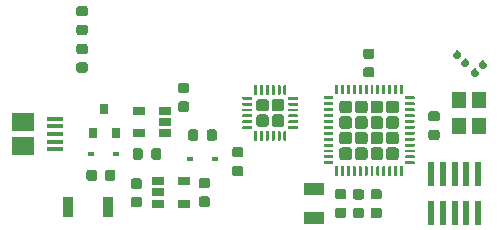
<source format=gbr>
G04 #@! TF.GenerationSoftware,KiCad,Pcbnew,5.1.2-f72e74a~84~ubuntu19.04.1*
G04 #@! TF.CreationDate,2019-06-05T10:31:07+02:00*
G04 #@! TF.ProjectId,efr32_feather,65667233-325f-4666-9561-746865722e6b,0.1*
G04 #@! TF.SameCoordinates,Original*
G04 #@! TF.FileFunction,Paste,Top*
G04 #@! TF.FilePolarity,Positive*
%FSLAX46Y46*%
G04 Gerber Fmt 4.6, Leading zero omitted, Abs format (unit mm)*
G04 Created by KiCad (PCBNEW 5.1.2-f72e74a~84~ubuntu19.04.1) date 2019-06-05 10:31:07*
%MOMM*%
%LPD*%
G04 APERTURE LIST*
%ADD10C,0.100000*%
%ADD11C,0.250000*%
%ADD12C,1.050000*%
%ADD13C,0.590000*%
%ADD14R,0.900000X1.700000*%
%ADD15R,0.500000X2.000000*%
%ADD16R,0.600000X0.450000*%
%ADD17C,1.070000*%
%ADD18R,0.800000X0.900000*%
%ADD19C,0.875000*%
%ADD20R,1.060000X0.650000*%
%ADD21R,1.200000X1.400000*%
%ADD22R,1.800000X1.000000*%
%ADD23R,1.900000X1.500000*%
%ADD24R,1.350000X0.400000*%
G04 APERTURE END LIST*
D10*
G36*
X171423626Y-136655301D02*
G01*
X171429693Y-136656201D01*
X171435643Y-136657691D01*
X171441418Y-136659758D01*
X171446962Y-136662380D01*
X171452223Y-136665533D01*
X171457150Y-136669187D01*
X171461694Y-136673306D01*
X171465813Y-136677850D01*
X171469467Y-136682777D01*
X171472620Y-136688038D01*
X171475242Y-136693582D01*
X171477309Y-136699357D01*
X171478799Y-136705307D01*
X171479699Y-136711374D01*
X171480000Y-136717500D01*
X171480000Y-136842500D01*
X171479699Y-136848626D01*
X171478799Y-136854693D01*
X171477309Y-136860643D01*
X171475242Y-136866418D01*
X171472620Y-136871962D01*
X171469467Y-136877223D01*
X171465813Y-136882150D01*
X171461694Y-136886694D01*
X171457150Y-136890813D01*
X171452223Y-136894467D01*
X171446962Y-136897620D01*
X171441418Y-136900242D01*
X171435643Y-136902309D01*
X171429693Y-136903799D01*
X171423626Y-136904699D01*
X171417500Y-136905000D01*
X170717500Y-136905000D01*
X170711374Y-136904699D01*
X170705307Y-136903799D01*
X170699357Y-136902309D01*
X170693582Y-136900242D01*
X170688038Y-136897620D01*
X170682777Y-136894467D01*
X170677850Y-136890813D01*
X170673306Y-136886694D01*
X170669187Y-136882150D01*
X170665533Y-136877223D01*
X170662380Y-136871962D01*
X170659758Y-136866418D01*
X170657691Y-136860643D01*
X170656201Y-136854693D01*
X170655301Y-136848626D01*
X170655000Y-136842500D01*
X170655000Y-136717500D01*
X170655301Y-136711374D01*
X170656201Y-136705307D01*
X170657691Y-136699357D01*
X170659758Y-136693582D01*
X170662380Y-136688038D01*
X170665533Y-136682777D01*
X170669187Y-136677850D01*
X170673306Y-136673306D01*
X170677850Y-136669187D01*
X170682777Y-136665533D01*
X170688038Y-136662380D01*
X170693582Y-136659758D01*
X170699357Y-136657691D01*
X170705307Y-136656201D01*
X170711374Y-136655301D01*
X170717500Y-136655000D01*
X171417500Y-136655000D01*
X171423626Y-136655301D01*
X171423626Y-136655301D01*
G37*
D11*
X171067500Y-136780000D03*
D10*
G36*
X171423626Y-137155301D02*
G01*
X171429693Y-137156201D01*
X171435643Y-137157691D01*
X171441418Y-137159758D01*
X171446962Y-137162380D01*
X171452223Y-137165533D01*
X171457150Y-137169187D01*
X171461694Y-137173306D01*
X171465813Y-137177850D01*
X171469467Y-137182777D01*
X171472620Y-137188038D01*
X171475242Y-137193582D01*
X171477309Y-137199357D01*
X171478799Y-137205307D01*
X171479699Y-137211374D01*
X171480000Y-137217500D01*
X171480000Y-137342500D01*
X171479699Y-137348626D01*
X171478799Y-137354693D01*
X171477309Y-137360643D01*
X171475242Y-137366418D01*
X171472620Y-137371962D01*
X171469467Y-137377223D01*
X171465813Y-137382150D01*
X171461694Y-137386694D01*
X171457150Y-137390813D01*
X171452223Y-137394467D01*
X171446962Y-137397620D01*
X171441418Y-137400242D01*
X171435643Y-137402309D01*
X171429693Y-137403799D01*
X171423626Y-137404699D01*
X171417500Y-137405000D01*
X170717500Y-137405000D01*
X170711374Y-137404699D01*
X170705307Y-137403799D01*
X170699357Y-137402309D01*
X170693582Y-137400242D01*
X170688038Y-137397620D01*
X170682777Y-137394467D01*
X170677850Y-137390813D01*
X170673306Y-137386694D01*
X170669187Y-137382150D01*
X170665533Y-137377223D01*
X170662380Y-137371962D01*
X170659758Y-137366418D01*
X170657691Y-137360643D01*
X170656201Y-137354693D01*
X170655301Y-137348626D01*
X170655000Y-137342500D01*
X170655000Y-137217500D01*
X170655301Y-137211374D01*
X170656201Y-137205307D01*
X170657691Y-137199357D01*
X170659758Y-137193582D01*
X170662380Y-137188038D01*
X170665533Y-137182777D01*
X170669187Y-137177850D01*
X170673306Y-137173306D01*
X170677850Y-137169187D01*
X170682777Y-137165533D01*
X170688038Y-137162380D01*
X170693582Y-137159758D01*
X170699357Y-137157691D01*
X170705307Y-137156201D01*
X170711374Y-137155301D01*
X170717500Y-137155000D01*
X171417500Y-137155000D01*
X171423626Y-137155301D01*
X171423626Y-137155301D01*
G37*
D11*
X171067500Y-137280000D03*
D10*
G36*
X171423626Y-137655301D02*
G01*
X171429693Y-137656201D01*
X171435643Y-137657691D01*
X171441418Y-137659758D01*
X171446962Y-137662380D01*
X171452223Y-137665533D01*
X171457150Y-137669187D01*
X171461694Y-137673306D01*
X171465813Y-137677850D01*
X171469467Y-137682777D01*
X171472620Y-137688038D01*
X171475242Y-137693582D01*
X171477309Y-137699357D01*
X171478799Y-137705307D01*
X171479699Y-137711374D01*
X171480000Y-137717500D01*
X171480000Y-137842500D01*
X171479699Y-137848626D01*
X171478799Y-137854693D01*
X171477309Y-137860643D01*
X171475242Y-137866418D01*
X171472620Y-137871962D01*
X171469467Y-137877223D01*
X171465813Y-137882150D01*
X171461694Y-137886694D01*
X171457150Y-137890813D01*
X171452223Y-137894467D01*
X171446962Y-137897620D01*
X171441418Y-137900242D01*
X171435643Y-137902309D01*
X171429693Y-137903799D01*
X171423626Y-137904699D01*
X171417500Y-137905000D01*
X170717500Y-137905000D01*
X170711374Y-137904699D01*
X170705307Y-137903799D01*
X170699357Y-137902309D01*
X170693582Y-137900242D01*
X170688038Y-137897620D01*
X170682777Y-137894467D01*
X170677850Y-137890813D01*
X170673306Y-137886694D01*
X170669187Y-137882150D01*
X170665533Y-137877223D01*
X170662380Y-137871962D01*
X170659758Y-137866418D01*
X170657691Y-137860643D01*
X170656201Y-137854693D01*
X170655301Y-137848626D01*
X170655000Y-137842500D01*
X170655000Y-137717500D01*
X170655301Y-137711374D01*
X170656201Y-137705307D01*
X170657691Y-137699357D01*
X170659758Y-137693582D01*
X170662380Y-137688038D01*
X170665533Y-137682777D01*
X170669187Y-137677850D01*
X170673306Y-137673306D01*
X170677850Y-137669187D01*
X170682777Y-137665533D01*
X170688038Y-137662380D01*
X170693582Y-137659758D01*
X170699357Y-137657691D01*
X170705307Y-137656201D01*
X170711374Y-137655301D01*
X170717500Y-137655000D01*
X171417500Y-137655000D01*
X171423626Y-137655301D01*
X171423626Y-137655301D01*
G37*
D11*
X171067500Y-137780000D03*
D10*
G36*
X171423626Y-138155301D02*
G01*
X171429693Y-138156201D01*
X171435643Y-138157691D01*
X171441418Y-138159758D01*
X171446962Y-138162380D01*
X171452223Y-138165533D01*
X171457150Y-138169187D01*
X171461694Y-138173306D01*
X171465813Y-138177850D01*
X171469467Y-138182777D01*
X171472620Y-138188038D01*
X171475242Y-138193582D01*
X171477309Y-138199357D01*
X171478799Y-138205307D01*
X171479699Y-138211374D01*
X171480000Y-138217500D01*
X171480000Y-138342500D01*
X171479699Y-138348626D01*
X171478799Y-138354693D01*
X171477309Y-138360643D01*
X171475242Y-138366418D01*
X171472620Y-138371962D01*
X171469467Y-138377223D01*
X171465813Y-138382150D01*
X171461694Y-138386694D01*
X171457150Y-138390813D01*
X171452223Y-138394467D01*
X171446962Y-138397620D01*
X171441418Y-138400242D01*
X171435643Y-138402309D01*
X171429693Y-138403799D01*
X171423626Y-138404699D01*
X171417500Y-138405000D01*
X170717500Y-138405000D01*
X170711374Y-138404699D01*
X170705307Y-138403799D01*
X170699357Y-138402309D01*
X170693582Y-138400242D01*
X170688038Y-138397620D01*
X170682777Y-138394467D01*
X170677850Y-138390813D01*
X170673306Y-138386694D01*
X170669187Y-138382150D01*
X170665533Y-138377223D01*
X170662380Y-138371962D01*
X170659758Y-138366418D01*
X170657691Y-138360643D01*
X170656201Y-138354693D01*
X170655301Y-138348626D01*
X170655000Y-138342500D01*
X170655000Y-138217500D01*
X170655301Y-138211374D01*
X170656201Y-138205307D01*
X170657691Y-138199357D01*
X170659758Y-138193582D01*
X170662380Y-138188038D01*
X170665533Y-138182777D01*
X170669187Y-138177850D01*
X170673306Y-138173306D01*
X170677850Y-138169187D01*
X170682777Y-138165533D01*
X170688038Y-138162380D01*
X170693582Y-138159758D01*
X170699357Y-138157691D01*
X170705307Y-138156201D01*
X170711374Y-138155301D01*
X170717500Y-138155000D01*
X171417500Y-138155000D01*
X171423626Y-138155301D01*
X171423626Y-138155301D01*
G37*
D11*
X171067500Y-138280000D03*
D10*
G36*
X171423626Y-138655301D02*
G01*
X171429693Y-138656201D01*
X171435643Y-138657691D01*
X171441418Y-138659758D01*
X171446962Y-138662380D01*
X171452223Y-138665533D01*
X171457150Y-138669187D01*
X171461694Y-138673306D01*
X171465813Y-138677850D01*
X171469467Y-138682777D01*
X171472620Y-138688038D01*
X171475242Y-138693582D01*
X171477309Y-138699357D01*
X171478799Y-138705307D01*
X171479699Y-138711374D01*
X171480000Y-138717500D01*
X171480000Y-138842500D01*
X171479699Y-138848626D01*
X171478799Y-138854693D01*
X171477309Y-138860643D01*
X171475242Y-138866418D01*
X171472620Y-138871962D01*
X171469467Y-138877223D01*
X171465813Y-138882150D01*
X171461694Y-138886694D01*
X171457150Y-138890813D01*
X171452223Y-138894467D01*
X171446962Y-138897620D01*
X171441418Y-138900242D01*
X171435643Y-138902309D01*
X171429693Y-138903799D01*
X171423626Y-138904699D01*
X171417500Y-138905000D01*
X170717500Y-138905000D01*
X170711374Y-138904699D01*
X170705307Y-138903799D01*
X170699357Y-138902309D01*
X170693582Y-138900242D01*
X170688038Y-138897620D01*
X170682777Y-138894467D01*
X170677850Y-138890813D01*
X170673306Y-138886694D01*
X170669187Y-138882150D01*
X170665533Y-138877223D01*
X170662380Y-138871962D01*
X170659758Y-138866418D01*
X170657691Y-138860643D01*
X170656201Y-138854693D01*
X170655301Y-138848626D01*
X170655000Y-138842500D01*
X170655000Y-138717500D01*
X170655301Y-138711374D01*
X170656201Y-138705307D01*
X170657691Y-138699357D01*
X170659758Y-138693582D01*
X170662380Y-138688038D01*
X170665533Y-138682777D01*
X170669187Y-138677850D01*
X170673306Y-138673306D01*
X170677850Y-138669187D01*
X170682777Y-138665533D01*
X170688038Y-138662380D01*
X170693582Y-138659758D01*
X170699357Y-138657691D01*
X170705307Y-138656201D01*
X170711374Y-138655301D01*
X170717500Y-138655000D01*
X171417500Y-138655000D01*
X171423626Y-138655301D01*
X171423626Y-138655301D01*
G37*
D11*
X171067500Y-138780000D03*
D10*
G36*
X171423626Y-139155301D02*
G01*
X171429693Y-139156201D01*
X171435643Y-139157691D01*
X171441418Y-139159758D01*
X171446962Y-139162380D01*
X171452223Y-139165533D01*
X171457150Y-139169187D01*
X171461694Y-139173306D01*
X171465813Y-139177850D01*
X171469467Y-139182777D01*
X171472620Y-139188038D01*
X171475242Y-139193582D01*
X171477309Y-139199357D01*
X171478799Y-139205307D01*
X171479699Y-139211374D01*
X171480000Y-139217500D01*
X171480000Y-139342500D01*
X171479699Y-139348626D01*
X171478799Y-139354693D01*
X171477309Y-139360643D01*
X171475242Y-139366418D01*
X171472620Y-139371962D01*
X171469467Y-139377223D01*
X171465813Y-139382150D01*
X171461694Y-139386694D01*
X171457150Y-139390813D01*
X171452223Y-139394467D01*
X171446962Y-139397620D01*
X171441418Y-139400242D01*
X171435643Y-139402309D01*
X171429693Y-139403799D01*
X171423626Y-139404699D01*
X171417500Y-139405000D01*
X170717500Y-139405000D01*
X170711374Y-139404699D01*
X170705307Y-139403799D01*
X170699357Y-139402309D01*
X170693582Y-139400242D01*
X170688038Y-139397620D01*
X170682777Y-139394467D01*
X170677850Y-139390813D01*
X170673306Y-139386694D01*
X170669187Y-139382150D01*
X170665533Y-139377223D01*
X170662380Y-139371962D01*
X170659758Y-139366418D01*
X170657691Y-139360643D01*
X170656201Y-139354693D01*
X170655301Y-139348626D01*
X170655000Y-139342500D01*
X170655000Y-139217500D01*
X170655301Y-139211374D01*
X170656201Y-139205307D01*
X170657691Y-139199357D01*
X170659758Y-139193582D01*
X170662380Y-139188038D01*
X170665533Y-139182777D01*
X170669187Y-139177850D01*
X170673306Y-139173306D01*
X170677850Y-139169187D01*
X170682777Y-139165533D01*
X170688038Y-139162380D01*
X170693582Y-139159758D01*
X170699357Y-139157691D01*
X170705307Y-139156201D01*
X170711374Y-139155301D01*
X170717500Y-139155000D01*
X171417500Y-139155000D01*
X171423626Y-139155301D01*
X171423626Y-139155301D01*
G37*
D11*
X171067500Y-139280000D03*
D10*
G36*
X170448626Y-139555301D02*
G01*
X170454693Y-139556201D01*
X170460643Y-139557691D01*
X170466418Y-139559758D01*
X170471962Y-139562380D01*
X170477223Y-139565533D01*
X170482150Y-139569187D01*
X170486694Y-139573306D01*
X170490813Y-139577850D01*
X170494467Y-139582777D01*
X170497620Y-139588038D01*
X170500242Y-139593582D01*
X170502309Y-139599357D01*
X170503799Y-139605307D01*
X170504699Y-139611374D01*
X170505000Y-139617500D01*
X170505000Y-140317500D01*
X170504699Y-140323626D01*
X170503799Y-140329693D01*
X170502309Y-140335643D01*
X170500242Y-140341418D01*
X170497620Y-140346962D01*
X170494467Y-140352223D01*
X170490813Y-140357150D01*
X170486694Y-140361694D01*
X170482150Y-140365813D01*
X170477223Y-140369467D01*
X170471962Y-140372620D01*
X170466418Y-140375242D01*
X170460643Y-140377309D01*
X170454693Y-140378799D01*
X170448626Y-140379699D01*
X170442500Y-140380000D01*
X170317500Y-140380000D01*
X170311374Y-140379699D01*
X170305307Y-140378799D01*
X170299357Y-140377309D01*
X170293582Y-140375242D01*
X170288038Y-140372620D01*
X170282777Y-140369467D01*
X170277850Y-140365813D01*
X170273306Y-140361694D01*
X170269187Y-140357150D01*
X170265533Y-140352223D01*
X170262380Y-140346962D01*
X170259758Y-140341418D01*
X170257691Y-140335643D01*
X170256201Y-140329693D01*
X170255301Y-140323626D01*
X170255000Y-140317500D01*
X170255000Y-139617500D01*
X170255301Y-139611374D01*
X170256201Y-139605307D01*
X170257691Y-139599357D01*
X170259758Y-139593582D01*
X170262380Y-139588038D01*
X170265533Y-139582777D01*
X170269187Y-139577850D01*
X170273306Y-139573306D01*
X170277850Y-139569187D01*
X170282777Y-139565533D01*
X170288038Y-139562380D01*
X170293582Y-139559758D01*
X170299357Y-139557691D01*
X170305307Y-139556201D01*
X170311374Y-139555301D01*
X170317500Y-139555000D01*
X170442500Y-139555000D01*
X170448626Y-139555301D01*
X170448626Y-139555301D01*
G37*
D11*
X170380000Y-139967500D03*
D10*
G36*
X169948626Y-139555301D02*
G01*
X169954693Y-139556201D01*
X169960643Y-139557691D01*
X169966418Y-139559758D01*
X169971962Y-139562380D01*
X169977223Y-139565533D01*
X169982150Y-139569187D01*
X169986694Y-139573306D01*
X169990813Y-139577850D01*
X169994467Y-139582777D01*
X169997620Y-139588038D01*
X170000242Y-139593582D01*
X170002309Y-139599357D01*
X170003799Y-139605307D01*
X170004699Y-139611374D01*
X170005000Y-139617500D01*
X170005000Y-140317500D01*
X170004699Y-140323626D01*
X170003799Y-140329693D01*
X170002309Y-140335643D01*
X170000242Y-140341418D01*
X169997620Y-140346962D01*
X169994467Y-140352223D01*
X169990813Y-140357150D01*
X169986694Y-140361694D01*
X169982150Y-140365813D01*
X169977223Y-140369467D01*
X169971962Y-140372620D01*
X169966418Y-140375242D01*
X169960643Y-140377309D01*
X169954693Y-140378799D01*
X169948626Y-140379699D01*
X169942500Y-140380000D01*
X169817500Y-140380000D01*
X169811374Y-140379699D01*
X169805307Y-140378799D01*
X169799357Y-140377309D01*
X169793582Y-140375242D01*
X169788038Y-140372620D01*
X169782777Y-140369467D01*
X169777850Y-140365813D01*
X169773306Y-140361694D01*
X169769187Y-140357150D01*
X169765533Y-140352223D01*
X169762380Y-140346962D01*
X169759758Y-140341418D01*
X169757691Y-140335643D01*
X169756201Y-140329693D01*
X169755301Y-140323626D01*
X169755000Y-140317500D01*
X169755000Y-139617500D01*
X169755301Y-139611374D01*
X169756201Y-139605307D01*
X169757691Y-139599357D01*
X169759758Y-139593582D01*
X169762380Y-139588038D01*
X169765533Y-139582777D01*
X169769187Y-139577850D01*
X169773306Y-139573306D01*
X169777850Y-139569187D01*
X169782777Y-139565533D01*
X169788038Y-139562380D01*
X169793582Y-139559758D01*
X169799357Y-139557691D01*
X169805307Y-139556201D01*
X169811374Y-139555301D01*
X169817500Y-139555000D01*
X169942500Y-139555000D01*
X169948626Y-139555301D01*
X169948626Y-139555301D01*
G37*
D11*
X169880000Y-139967500D03*
D10*
G36*
X169448626Y-139555301D02*
G01*
X169454693Y-139556201D01*
X169460643Y-139557691D01*
X169466418Y-139559758D01*
X169471962Y-139562380D01*
X169477223Y-139565533D01*
X169482150Y-139569187D01*
X169486694Y-139573306D01*
X169490813Y-139577850D01*
X169494467Y-139582777D01*
X169497620Y-139588038D01*
X169500242Y-139593582D01*
X169502309Y-139599357D01*
X169503799Y-139605307D01*
X169504699Y-139611374D01*
X169505000Y-139617500D01*
X169505000Y-140317500D01*
X169504699Y-140323626D01*
X169503799Y-140329693D01*
X169502309Y-140335643D01*
X169500242Y-140341418D01*
X169497620Y-140346962D01*
X169494467Y-140352223D01*
X169490813Y-140357150D01*
X169486694Y-140361694D01*
X169482150Y-140365813D01*
X169477223Y-140369467D01*
X169471962Y-140372620D01*
X169466418Y-140375242D01*
X169460643Y-140377309D01*
X169454693Y-140378799D01*
X169448626Y-140379699D01*
X169442500Y-140380000D01*
X169317500Y-140380000D01*
X169311374Y-140379699D01*
X169305307Y-140378799D01*
X169299357Y-140377309D01*
X169293582Y-140375242D01*
X169288038Y-140372620D01*
X169282777Y-140369467D01*
X169277850Y-140365813D01*
X169273306Y-140361694D01*
X169269187Y-140357150D01*
X169265533Y-140352223D01*
X169262380Y-140346962D01*
X169259758Y-140341418D01*
X169257691Y-140335643D01*
X169256201Y-140329693D01*
X169255301Y-140323626D01*
X169255000Y-140317500D01*
X169255000Y-139617500D01*
X169255301Y-139611374D01*
X169256201Y-139605307D01*
X169257691Y-139599357D01*
X169259758Y-139593582D01*
X169262380Y-139588038D01*
X169265533Y-139582777D01*
X169269187Y-139577850D01*
X169273306Y-139573306D01*
X169277850Y-139569187D01*
X169282777Y-139565533D01*
X169288038Y-139562380D01*
X169293582Y-139559758D01*
X169299357Y-139557691D01*
X169305307Y-139556201D01*
X169311374Y-139555301D01*
X169317500Y-139555000D01*
X169442500Y-139555000D01*
X169448626Y-139555301D01*
X169448626Y-139555301D01*
G37*
D11*
X169380000Y-139967500D03*
D10*
G36*
X168948626Y-139555301D02*
G01*
X168954693Y-139556201D01*
X168960643Y-139557691D01*
X168966418Y-139559758D01*
X168971962Y-139562380D01*
X168977223Y-139565533D01*
X168982150Y-139569187D01*
X168986694Y-139573306D01*
X168990813Y-139577850D01*
X168994467Y-139582777D01*
X168997620Y-139588038D01*
X169000242Y-139593582D01*
X169002309Y-139599357D01*
X169003799Y-139605307D01*
X169004699Y-139611374D01*
X169005000Y-139617500D01*
X169005000Y-140317500D01*
X169004699Y-140323626D01*
X169003799Y-140329693D01*
X169002309Y-140335643D01*
X169000242Y-140341418D01*
X168997620Y-140346962D01*
X168994467Y-140352223D01*
X168990813Y-140357150D01*
X168986694Y-140361694D01*
X168982150Y-140365813D01*
X168977223Y-140369467D01*
X168971962Y-140372620D01*
X168966418Y-140375242D01*
X168960643Y-140377309D01*
X168954693Y-140378799D01*
X168948626Y-140379699D01*
X168942500Y-140380000D01*
X168817500Y-140380000D01*
X168811374Y-140379699D01*
X168805307Y-140378799D01*
X168799357Y-140377309D01*
X168793582Y-140375242D01*
X168788038Y-140372620D01*
X168782777Y-140369467D01*
X168777850Y-140365813D01*
X168773306Y-140361694D01*
X168769187Y-140357150D01*
X168765533Y-140352223D01*
X168762380Y-140346962D01*
X168759758Y-140341418D01*
X168757691Y-140335643D01*
X168756201Y-140329693D01*
X168755301Y-140323626D01*
X168755000Y-140317500D01*
X168755000Y-139617500D01*
X168755301Y-139611374D01*
X168756201Y-139605307D01*
X168757691Y-139599357D01*
X168759758Y-139593582D01*
X168762380Y-139588038D01*
X168765533Y-139582777D01*
X168769187Y-139577850D01*
X168773306Y-139573306D01*
X168777850Y-139569187D01*
X168782777Y-139565533D01*
X168788038Y-139562380D01*
X168793582Y-139559758D01*
X168799357Y-139557691D01*
X168805307Y-139556201D01*
X168811374Y-139555301D01*
X168817500Y-139555000D01*
X168942500Y-139555000D01*
X168948626Y-139555301D01*
X168948626Y-139555301D01*
G37*
D11*
X168880000Y-139967500D03*
D10*
G36*
X168448626Y-139555301D02*
G01*
X168454693Y-139556201D01*
X168460643Y-139557691D01*
X168466418Y-139559758D01*
X168471962Y-139562380D01*
X168477223Y-139565533D01*
X168482150Y-139569187D01*
X168486694Y-139573306D01*
X168490813Y-139577850D01*
X168494467Y-139582777D01*
X168497620Y-139588038D01*
X168500242Y-139593582D01*
X168502309Y-139599357D01*
X168503799Y-139605307D01*
X168504699Y-139611374D01*
X168505000Y-139617500D01*
X168505000Y-140317500D01*
X168504699Y-140323626D01*
X168503799Y-140329693D01*
X168502309Y-140335643D01*
X168500242Y-140341418D01*
X168497620Y-140346962D01*
X168494467Y-140352223D01*
X168490813Y-140357150D01*
X168486694Y-140361694D01*
X168482150Y-140365813D01*
X168477223Y-140369467D01*
X168471962Y-140372620D01*
X168466418Y-140375242D01*
X168460643Y-140377309D01*
X168454693Y-140378799D01*
X168448626Y-140379699D01*
X168442500Y-140380000D01*
X168317500Y-140380000D01*
X168311374Y-140379699D01*
X168305307Y-140378799D01*
X168299357Y-140377309D01*
X168293582Y-140375242D01*
X168288038Y-140372620D01*
X168282777Y-140369467D01*
X168277850Y-140365813D01*
X168273306Y-140361694D01*
X168269187Y-140357150D01*
X168265533Y-140352223D01*
X168262380Y-140346962D01*
X168259758Y-140341418D01*
X168257691Y-140335643D01*
X168256201Y-140329693D01*
X168255301Y-140323626D01*
X168255000Y-140317500D01*
X168255000Y-139617500D01*
X168255301Y-139611374D01*
X168256201Y-139605307D01*
X168257691Y-139599357D01*
X168259758Y-139593582D01*
X168262380Y-139588038D01*
X168265533Y-139582777D01*
X168269187Y-139577850D01*
X168273306Y-139573306D01*
X168277850Y-139569187D01*
X168282777Y-139565533D01*
X168288038Y-139562380D01*
X168293582Y-139559758D01*
X168299357Y-139557691D01*
X168305307Y-139556201D01*
X168311374Y-139555301D01*
X168317500Y-139555000D01*
X168442500Y-139555000D01*
X168448626Y-139555301D01*
X168448626Y-139555301D01*
G37*
D11*
X168380000Y-139967500D03*
D10*
G36*
X167948626Y-139555301D02*
G01*
X167954693Y-139556201D01*
X167960643Y-139557691D01*
X167966418Y-139559758D01*
X167971962Y-139562380D01*
X167977223Y-139565533D01*
X167982150Y-139569187D01*
X167986694Y-139573306D01*
X167990813Y-139577850D01*
X167994467Y-139582777D01*
X167997620Y-139588038D01*
X168000242Y-139593582D01*
X168002309Y-139599357D01*
X168003799Y-139605307D01*
X168004699Y-139611374D01*
X168005000Y-139617500D01*
X168005000Y-140317500D01*
X168004699Y-140323626D01*
X168003799Y-140329693D01*
X168002309Y-140335643D01*
X168000242Y-140341418D01*
X167997620Y-140346962D01*
X167994467Y-140352223D01*
X167990813Y-140357150D01*
X167986694Y-140361694D01*
X167982150Y-140365813D01*
X167977223Y-140369467D01*
X167971962Y-140372620D01*
X167966418Y-140375242D01*
X167960643Y-140377309D01*
X167954693Y-140378799D01*
X167948626Y-140379699D01*
X167942500Y-140380000D01*
X167817500Y-140380000D01*
X167811374Y-140379699D01*
X167805307Y-140378799D01*
X167799357Y-140377309D01*
X167793582Y-140375242D01*
X167788038Y-140372620D01*
X167782777Y-140369467D01*
X167777850Y-140365813D01*
X167773306Y-140361694D01*
X167769187Y-140357150D01*
X167765533Y-140352223D01*
X167762380Y-140346962D01*
X167759758Y-140341418D01*
X167757691Y-140335643D01*
X167756201Y-140329693D01*
X167755301Y-140323626D01*
X167755000Y-140317500D01*
X167755000Y-139617500D01*
X167755301Y-139611374D01*
X167756201Y-139605307D01*
X167757691Y-139599357D01*
X167759758Y-139593582D01*
X167762380Y-139588038D01*
X167765533Y-139582777D01*
X167769187Y-139577850D01*
X167773306Y-139573306D01*
X167777850Y-139569187D01*
X167782777Y-139565533D01*
X167788038Y-139562380D01*
X167793582Y-139559758D01*
X167799357Y-139557691D01*
X167805307Y-139556201D01*
X167811374Y-139555301D01*
X167817500Y-139555000D01*
X167942500Y-139555000D01*
X167948626Y-139555301D01*
X167948626Y-139555301D01*
G37*
D11*
X167880000Y-139967500D03*
D10*
G36*
X167548626Y-139155301D02*
G01*
X167554693Y-139156201D01*
X167560643Y-139157691D01*
X167566418Y-139159758D01*
X167571962Y-139162380D01*
X167577223Y-139165533D01*
X167582150Y-139169187D01*
X167586694Y-139173306D01*
X167590813Y-139177850D01*
X167594467Y-139182777D01*
X167597620Y-139188038D01*
X167600242Y-139193582D01*
X167602309Y-139199357D01*
X167603799Y-139205307D01*
X167604699Y-139211374D01*
X167605000Y-139217500D01*
X167605000Y-139342500D01*
X167604699Y-139348626D01*
X167603799Y-139354693D01*
X167602309Y-139360643D01*
X167600242Y-139366418D01*
X167597620Y-139371962D01*
X167594467Y-139377223D01*
X167590813Y-139382150D01*
X167586694Y-139386694D01*
X167582150Y-139390813D01*
X167577223Y-139394467D01*
X167571962Y-139397620D01*
X167566418Y-139400242D01*
X167560643Y-139402309D01*
X167554693Y-139403799D01*
X167548626Y-139404699D01*
X167542500Y-139405000D01*
X166842500Y-139405000D01*
X166836374Y-139404699D01*
X166830307Y-139403799D01*
X166824357Y-139402309D01*
X166818582Y-139400242D01*
X166813038Y-139397620D01*
X166807777Y-139394467D01*
X166802850Y-139390813D01*
X166798306Y-139386694D01*
X166794187Y-139382150D01*
X166790533Y-139377223D01*
X166787380Y-139371962D01*
X166784758Y-139366418D01*
X166782691Y-139360643D01*
X166781201Y-139354693D01*
X166780301Y-139348626D01*
X166780000Y-139342500D01*
X166780000Y-139217500D01*
X166780301Y-139211374D01*
X166781201Y-139205307D01*
X166782691Y-139199357D01*
X166784758Y-139193582D01*
X166787380Y-139188038D01*
X166790533Y-139182777D01*
X166794187Y-139177850D01*
X166798306Y-139173306D01*
X166802850Y-139169187D01*
X166807777Y-139165533D01*
X166813038Y-139162380D01*
X166818582Y-139159758D01*
X166824357Y-139157691D01*
X166830307Y-139156201D01*
X166836374Y-139155301D01*
X166842500Y-139155000D01*
X167542500Y-139155000D01*
X167548626Y-139155301D01*
X167548626Y-139155301D01*
G37*
D11*
X167192500Y-139280000D03*
D10*
G36*
X167548626Y-138655301D02*
G01*
X167554693Y-138656201D01*
X167560643Y-138657691D01*
X167566418Y-138659758D01*
X167571962Y-138662380D01*
X167577223Y-138665533D01*
X167582150Y-138669187D01*
X167586694Y-138673306D01*
X167590813Y-138677850D01*
X167594467Y-138682777D01*
X167597620Y-138688038D01*
X167600242Y-138693582D01*
X167602309Y-138699357D01*
X167603799Y-138705307D01*
X167604699Y-138711374D01*
X167605000Y-138717500D01*
X167605000Y-138842500D01*
X167604699Y-138848626D01*
X167603799Y-138854693D01*
X167602309Y-138860643D01*
X167600242Y-138866418D01*
X167597620Y-138871962D01*
X167594467Y-138877223D01*
X167590813Y-138882150D01*
X167586694Y-138886694D01*
X167582150Y-138890813D01*
X167577223Y-138894467D01*
X167571962Y-138897620D01*
X167566418Y-138900242D01*
X167560643Y-138902309D01*
X167554693Y-138903799D01*
X167548626Y-138904699D01*
X167542500Y-138905000D01*
X166842500Y-138905000D01*
X166836374Y-138904699D01*
X166830307Y-138903799D01*
X166824357Y-138902309D01*
X166818582Y-138900242D01*
X166813038Y-138897620D01*
X166807777Y-138894467D01*
X166802850Y-138890813D01*
X166798306Y-138886694D01*
X166794187Y-138882150D01*
X166790533Y-138877223D01*
X166787380Y-138871962D01*
X166784758Y-138866418D01*
X166782691Y-138860643D01*
X166781201Y-138854693D01*
X166780301Y-138848626D01*
X166780000Y-138842500D01*
X166780000Y-138717500D01*
X166780301Y-138711374D01*
X166781201Y-138705307D01*
X166782691Y-138699357D01*
X166784758Y-138693582D01*
X166787380Y-138688038D01*
X166790533Y-138682777D01*
X166794187Y-138677850D01*
X166798306Y-138673306D01*
X166802850Y-138669187D01*
X166807777Y-138665533D01*
X166813038Y-138662380D01*
X166818582Y-138659758D01*
X166824357Y-138657691D01*
X166830307Y-138656201D01*
X166836374Y-138655301D01*
X166842500Y-138655000D01*
X167542500Y-138655000D01*
X167548626Y-138655301D01*
X167548626Y-138655301D01*
G37*
D11*
X167192500Y-138780000D03*
D10*
G36*
X167548626Y-138155301D02*
G01*
X167554693Y-138156201D01*
X167560643Y-138157691D01*
X167566418Y-138159758D01*
X167571962Y-138162380D01*
X167577223Y-138165533D01*
X167582150Y-138169187D01*
X167586694Y-138173306D01*
X167590813Y-138177850D01*
X167594467Y-138182777D01*
X167597620Y-138188038D01*
X167600242Y-138193582D01*
X167602309Y-138199357D01*
X167603799Y-138205307D01*
X167604699Y-138211374D01*
X167605000Y-138217500D01*
X167605000Y-138342500D01*
X167604699Y-138348626D01*
X167603799Y-138354693D01*
X167602309Y-138360643D01*
X167600242Y-138366418D01*
X167597620Y-138371962D01*
X167594467Y-138377223D01*
X167590813Y-138382150D01*
X167586694Y-138386694D01*
X167582150Y-138390813D01*
X167577223Y-138394467D01*
X167571962Y-138397620D01*
X167566418Y-138400242D01*
X167560643Y-138402309D01*
X167554693Y-138403799D01*
X167548626Y-138404699D01*
X167542500Y-138405000D01*
X166842500Y-138405000D01*
X166836374Y-138404699D01*
X166830307Y-138403799D01*
X166824357Y-138402309D01*
X166818582Y-138400242D01*
X166813038Y-138397620D01*
X166807777Y-138394467D01*
X166802850Y-138390813D01*
X166798306Y-138386694D01*
X166794187Y-138382150D01*
X166790533Y-138377223D01*
X166787380Y-138371962D01*
X166784758Y-138366418D01*
X166782691Y-138360643D01*
X166781201Y-138354693D01*
X166780301Y-138348626D01*
X166780000Y-138342500D01*
X166780000Y-138217500D01*
X166780301Y-138211374D01*
X166781201Y-138205307D01*
X166782691Y-138199357D01*
X166784758Y-138193582D01*
X166787380Y-138188038D01*
X166790533Y-138182777D01*
X166794187Y-138177850D01*
X166798306Y-138173306D01*
X166802850Y-138169187D01*
X166807777Y-138165533D01*
X166813038Y-138162380D01*
X166818582Y-138159758D01*
X166824357Y-138157691D01*
X166830307Y-138156201D01*
X166836374Y-138155301D01*
X166842500Y-138155000D01*
X167542500Y-138155000D01*
X167548626Y-138155301D01*
X167548626Y-138155301D01*
G37*
D11*
X167192500Y-138280000D03*
D10*
G36*
X167548626Y-137655301D02*
G01*
X167554693Y-137656201D01*
X167560643Y-137657691D01*
X167566418Y-137659758D01*
X167571962Y-137662380D01*
X167577223Y-137665533D01*
X167582150Y-137669187D01*
X167586694Y-137673306D01*
X167590813Y-137677850D01*
X167594467Y-137682777D01*
X167597620Y-137688038D01*
X167600242Y-137693582D01*
X167602309Y-137699357D01*
X167603799Y-137705307D01*
X167604699Y-137711374D01*
X167605000Y-137717500D01*
X167605000Y-137842500D01*
X167604699Y-137848626D01*
X167603799Y-137854693D01*
X167602309Y-137860643D01*
X167600242Y-137866418D01*
X167597620Y-137871962D01*
X167594467Y-137877223D01*
X167590813Y-137882150D01*
X167586694Y-137886694D01*
X167582150Y-137890813D01*
X167577223Y-137894467D01*
X167571962Y-137897620D01*
X167566418Y-137900242D01*
X167560643Y-137902309D01*
X167554693Y-137903799D01*
X167548626Y-137904699D01*
X167542500Y-137905000D01*
X166842500Y-137905000D01*
X166836374Y-137904699D01*
X166830307Y-137903799D01*
X166824357Y-137902309D01*
X166818582Y-137900242D01*
X166813038Y-137897620D01*
X166807777Y-137894467D01*
X166802850Y-137890813D01*
X166798306Y-137886694D01*
X166794187Y-137882150D01*
X166790533Y-137877223D01*
X166787380Y-137871962D01*
X166784758Y-137866418D01*
X166782691Y-137860643D01*
X166781201Y-137854693D01*
X166780301Y-137848626D01*
X166780000Y-137842500D01*
X166780000Y-137717500D01*
X166780301Y-137711374D01*
X166781201Y-137705307D01*
X166782691Y-137699357D01*
X166784758Y-137693582D01*
X166787380Y-137688038D01*
X166790533Y-137682777D01*
X166794187Y-137677850D01*
X166798306Y-137673306D01*
X166802850Y-137669187D01*
X166807777Y-137665533D01*
X166813038Y-137662380D01*
X166818582Y-137659758D01*
X166824357Y-137657691D01*
X166830307Y-137656201D01*
X166836374Y-137655301D01*
X166842500Y-137655000D01*
X167542500Y-137655000D01*
X167548626Y-137655301D01*
X167548626Y-137655301D01*
G37*
D11*
X167192500Y-137780000D03*
D10*
G36*
X167548626Y-137155301D02*
G01*
X167554693Y-137156201D01*
X167560643Y-137157691D01*
X167566418Y-137159758D01*
X167571962Y-137162380D01*
X167577223Y-137165533D01*
X167582150Y-137169187D01*
X167586694Y-137173306D01*
X167590813Y-137177850D01*
X167594467Y-137182777D01*
X167597620Y-137188038D01*
X167600242Y-137193582D01*
X167602309Y-137199357D01*
X167603799Y-137205307D01*
X167604699Y-137211374D01*
X167605000Y-137217500D01*
X167605000Y-137342500D01*
X167604699Y-137348626D01*
X167603799Y-137354693D01*
X167602309Y-137360643D01*
X167600242Y-137366418D01*
X167597620Y-137371962D01*
X167594467Y-137377223D01*
X167590813Y-137382150D01*
X167586694Y-137386694D01*
X167582150Y-137390813D01*
X167577223Y-137394467D01*
X167571962Y-137397620D01*
X167566418Y-137400242D01*
X167560643Y-137402309D01*
X167554693Y-137403799D01*
X167548626Y-137404699D01*
X167542500Y-137405000D01*
X166842500Y-137405000D01*
X166836374Y-137404699D01*
X166830307Y-137403799D01*
X166824357Y-137402309D01*
X166818582Y-137400242D01*
X166813038Y-137397620D01*
X166807777Y-137394467D01*
X166802850Y-137390813D01*
X166798306Y-137386694D01*
X166794187Y-137382150D01*
X166790533Y-137377223D01*
X166787380Y-137371962D01*
X166784758Y-137366418D01*
X166782691Y-137360643D01*
X166781201Y-137354693D01*
X166780301Y-137348626D01*
X166780000Y-137342500D01*
X166780000Y-137217500D01*
X166780301Y-137211374D01*
X166781201Y-137205307D01*
X166782691Y-137199357D01*
X166784758Y-137193582D01*
X166787380Y-137188038D01*
X166790533Y-137182777D01*
X166794187Y-137177850D01*
X166798306Y-137173306D01*
X166802850Y-137169187D01*
X166807777Y-137165533D01*
X166813038Y-137162380D01*
X166818582Y-137159758D01*
X166824357Y-137157691D01*
X166830307Y-137156201D01*
X166836374Y-137155301D01*
X166842500Y-137155000D01*
X167542500Y-137155000D01*
X167548626Y-137155301D01*
X167548626Y-137155301D01*
G37*
D11*
X167192500Y-137280000D03*
D10*
G36*
X167548626Y-136655301D02*
G01*
X167554693Y-136656201D01*
X167560643Y-136657691D01*
X167566418Y-136659758D01*
X167571962Y-136662380D01*
X167577223Y-136665533D01*
X167582150Y-136669187D01*
X167586694Y-136673306D01*
X167590813Y-136677850D01*
X167594467Y-136682777D01*
X167597620Y-136688038D01*
X167600242Y-136693582D01*
X167602309Y-136699357D01*
X167603799Y-136705307D01*
X167604699Y-136711374D01*
X167605000Y-136717500D01*
X167605000Y-136842500D01*
X167604699Y-136848626D01*
X167603799Y-136854693D01*
X167602309Y-136860643D01*
X167600242Y-136866418D01*
X167597620Y-136871962D01*
X167594467Y-136877223D01*
X167590813Y-136882150D01*
X167586694Y-136886694D01*
X167582150Y-136890813D01*
X167577223Y-136894467D01*
X167571962Y-136897620D01*
X167566418Y-136900242D01*
X167560643Y-136902309D01*
X167554693Y-136903799D01*
X167548626Y-136904699D01*
X167542500Y-136905000D01*
X166842500Y-136905000D01*
X166836374Y-136904699D01*
X166830307Y-136903799D01*
X166824357Y-136902309D01*
X166818582Y-136900242D01*
X166813038Y-136897620D01*
X166807777Y-136894467D01*
X166802850Y-136890813D01*
X166798306Y-136886694D01*
X166794187Y-136882150D01*
X166790533Y-136877223D01*
X166787380Y-136871962D01*
X166784758Y-136866418D01*
X166782691Y-136860643D01*
X166781201Y-136854693D01*
X166780301Y-136848626D01*
X166780000Y-136842500D01*
X166780000Y-136717500D01*
X166780301Y-136711374D01*
X166781201Y-136705307D01*
X166782691Y-136699357D01*
X166784758Y-136693582D01*
X166787380Y-136688038D01*
X166790533Y-136682777D01*
X166794187Y-136677850D01*
X166798306Y-136673306D01*
X166802850Y-136669187D01*
X166807777Y-136665533D01*
X166813038Y-136662380D01*
X166818582Y-136659758D01*
X166824357Y-136657691D01*
X166830307Y-136656201D01*
X166836374Y-136655301D01*
X166842500Y-136655000D01*
X167542500Y-136655000D01*
X167548626Y-136655301D01*
X167548626Y-136655301D01*
G37*
D11*
X167192500Y-136780000D03*
D10*
G36*
X167948626Y-135680301D02*
G01*
X167954693Y-135681201D01*
X167960643Y-135682691D01*
X167966418Y-135684758D01*
X167971962Y-135687380D01*
X167977223Y-135690533D01*
X167982150Y-135694187D01*
X167986694Y-135698306D01*
X167990813Y-135702850D01*
X167994467Y-135707777D01*
X167997620Y-135713038D01*
X168000242Y-135718582D01*
X168002309Y-135724357D01*
X168003799Y-135730307D01*
X168004699Y-135736374D01*
X168005000Y-135742500D01*
X168005000Y-136442500D01*
X168004699Y-136448626D01*
X168003799Y-136454693D01*
X168002309Y-136460643D01*
X168000242Y-136466418D01*
X167997620Y-136471962D01*
X167994467Y-136477223D01*
X167990813Y-136482150D01*
X167986694Y-136486694D01*
X167982150Y-136490813D01*
X167977223Y-136494467D01*
X167971962Y-136497620D01*
X167966418Y-136500242D01*
X167960643Y-136502309D01*
X167954693Y-136503799D01*
X167948626Y-136504699D01*
X167942500Y-136505000D01*
X167817500Y-136505000D01*
X167811374Y-136504699D01*
X167805307Y-136503799D01*
X167799357Y-136502309D01*
X167793582Y-136500242D01*
X167788038Y-136497620D01*
X167782777Y-136494467D01*
X167777850Y-136490813D01*
X167773306Y-136486694D01*
X167769187Y-136482150D01*
X167765533Y-136477223D01*
X167762380Y-136471962D01*
X167759758Y-136466418D01*
X167757691Y-136460643D01*
X167756201Y-136454693D01*
X167755301Y-136448626D01*
X167755000Y-136442500D01*
X167755000Y-135742500D01*
X167755301Y-135736374D01*
X167756201Y-135730307D01*
X167757691Y-135724357D01*
X167759758Y-135718582D01*
X167762380Y-135713038D01*
X167765533Y-135707777D01*
X167769187Y-135702850D01*
X167773306Y-135698306D01*
X167777850Y-135694187D01*
X167782777Y-135690533D01*
X167788038Y-135687380D01*
X167793582Y-135684758D01*
X167799357Y-135682691D01*
X167805307Y-135681201D01*
X167811374Y-135680301D01*
X167817500Y-135680000D01*
X167942500Y-135680000D01*
X167948626Y-135680301D01*
X167948626Y-135680301D01*
G37*
D11*
X167880000Y-136092500D03*
D10*
G36*
X168448626Y-135680301D02*
G01*
X168454693Y-135681201D01*
X168460643Y-135682691D01*
X168466418Y-135684758D01*
X168471962Y-135687380D01*
X168477223Y-135690533D01*
X168482150Y-135694187D01*
X168486694Y-135698306D01*
X168490813Y-135702850D01*
X168494467Y-135707777D01*
X168497620Y-135713038D01*
X168500242Y-135718582D01*
X168502309Y-135724357D01*
X168503799Y-135730307D01*
X168504699Y-135736374D01*
X168505000Y-135742500D01*
X168505000Y-136442500D01*
X168504699Y-136448626D01*
X168503799Y-136454693D01*
X168502309Y-136460643D01*
X168500242Y-136466418D01*
X168497620Y-136471962D01*
X168494467Y-136477223D01*
X168490813Y-136482150D01*
X168486694Y-136486694D01*
X168482150Y-136490813D01*
X168477223Y-136494467D01*
X168471962Y-136497620D01*
X168466418Y-136500242D01*
X168460643Y-136502309D01*
X168454693Y-136503799D01*
X168448626Y-136504699D01*
X168442500Y-136505000D01*
X168317500Y-136505000D01*
X168311374Y-136504699D01*
X168305307Y-136503799D01*
X168299357Y-136502309D01*
X168293582Y-136500242D01*
X168288038Y-136497620D01*
X168282777Y-136494467D01*
X168277850Y-136490813D01*
X168273306Y-136486694D01*
X168269187Y-136482150D01*
X168265533Y-136477223D01*
X168262380Y-136471962D01*
X168259758Y-136466418D01*
X168257691Y-136460643D01*
X168256201Y-136454693D01*
X168255301Y-136448626D01*
X168255000Y-136442500D01*
X168255000Y-135742500D01*
X168255301Y-135736374D01*
X168256201Y-135730307D01*
X168257691Y-135724357D01*
X168259758Y-135718582D01*
X168262380Y-135713038D01*
X168265533Y-135707777D01*
X168269187Y-135702850D01*
X168273306Y-135698306D01*
X168277850Y-135694187D01*
X168282777Y-135690533D01*
X168288038Y-135687380D01*
X168293582Y-135684758D01*
X168299357Y-135682691D01*
X168305307Y-135681201D01*
X168311374Y-135680301D01*
X168317500Y-135680000D01*
X168442500Y-135680000D01*
X168448626Y-135680301D01*
X168448626Y-135680301D01*
G37*
D11*
X168380000Y-136092500D03*
D10*
G36*
X168948626Y-135680301D02*
G01*
X168954693Y-135681201D01*
X168960643Y-135682691D01*
X168966418Y-135684758D01*
X168971962Y-135687380D01*
X168977223Y-135690533D01*
X168982150Y-135694187D01*
X168986694Y-135698306D01*
X168990813Y-135702850D01*
X168994467Y-135707777D01*
X168997620Y-135713038D01*
X169000242Y-135718582D01*
X169002309Y-135724357D01*
X169003799Y-135730307D01*
X169004699Y-135736374D01*
X169005000Y-135742500D01*
X169005000Y-136442500D01*
X169004699Y-136448626D01*
X169003799Y-136454693D01*
X169002309Y-136460643D01*
X169000242Y-136466418D01*
X168997620Y-136471962D01*
X168994467Y-136477223D01*
X168990813Y-136482150D01*
X168986694Y-136486694D01*
X168982150Y-136490813D01*
X168977223Y-136494467D01*
X168971962Y-136497620D01*
X168966418Y-136500242D01*
X168960643Y-136502309D01*
X168954693Y-136503799D01*
X168948626Y-136504699D01*
X168942500Y-136505000D01*
X168817500Y-136505000D01*
X168811374Y-136504699D01*
X168805307Y-136503799D01*
X168799357Y-136502309D01*
X168793582Y-136500242D01*
X168788038Y-136497620D01*
X168782777Y-136494467D01*
X168777850Y-136490813D01*
X168773306Y-136486694D01*
X168769187Y-136482150D01*
X168765533Y-136477223D01*
X168762380Y-136471962D01*
X168759758Y-136466418D01*
X168757691Y-136460643D01*
X168756201Y-136454693D01*
X168755301Y-136448626D01*
X168755000Y-136442500D01*
X168755000Y-135742500D01*
X168755301Y-135736374D01*
X168756201Y-135730307D01*
X168757691Y-135724357D01*
X168759758Y-135718582D01*
X168762380Y-135713038D01*
X168765533Y-135707777D01*
X168769187Y-135702850D01*
X168773306Y-135698306D01*
X168777850Y-135694187D01*
X168782777Y-135690533D01*
X168788038Y-135687380D01*
X168793582Y-135684758D01*
X168799357Y-135682691D01*
X168805307Y-135681201D01*
X168811374Y-135680301D01*
X168817500Y-135680000D01*
X168942500Y-135680000D01*
X168948626Y-135680301D01*
X168948626Y-135680301D01*
G37*
D11*
X168880000Y-136092500D03*
D10*
G36*
X169448626Y-135680301D02*
G01*
X169454693Y-135681201D01*
X169460643Y-135682691D01*
X169466418Y-135684758D01*
X169471962Y-135687380D01*
X169477223Y-135690533D01*
X169482150Y-135694187D01*
X169486694Y-135698306D01*
X169490813Y-135702850D01*
X169494467Y-135707777D01*
X169497620Y-135713038D01*
X169500242Y-135718582D01*
X169502309Y-135724357D01*
X169503799Y-135730307D01*
X169504699Y-135736374D01*
X169505000Y-135742500D01*
X169505000Y-136442500D01*
X169504699Y-136448626D01*
X169503799Y-136454693D01*
X169502309Y-136460643D01*
X169500242Y-136466418D01*
X169497620Y-136471962D01*
X169494467Y-136477223D01*
X169490813Y-136482150D01*
X169486694Y-136486694D01*
X169482150Y-136490813D01*
X169477223Y-136494467D01*
X169471962Y-136497620D01*
X169466418Y-136500242D01*
X169460643Y-136502309D01*
X169454693Y-136503799D01*
X169448626Y-136504699D01*
X169442500Y-136505000D01*
X169317500Y-136505000D01*
X169311374Y-136504699D01*
X169305307Y-136503799D01*
X169299357Y-136502309D01*
X169293582Y-136500242D01*
X169288038Y-136497620D01*
X169282777Y-136494467D01*
X169277850Y-136490813D01*
X169273306Y-136486694D01*
X169269187Y-136482150D01*
X169265533Y-136477223D01*
X169262380Y-136471962D01*
X169259758Y-136466418D01*
X169257691Y-136460643D01*
X169256201Y-136454693D01*
X169255301Y-136448626D01*
X169255000Y-136442500D01*
X169255000Y-135742500D01*
X169255301Y-135736374D01*
X169256201Y-135730307D01*
X169257691Y-135724357D01*
X169259758Y-135718582D01*
X169262380Y-135713038D01*
X169265533Y-135707777D01*
X169269187Y-135702850D01*
X169273306Y-135698306D01*
X169277850Y-135694187D01*
X169282777Y-135690533D01*
X169288038Y-135687380D01*
X169293582Y-135684758D01*
X169299357Y-135682691D01*
X169305307Y-135681201D01*
X169311374Y-135680301D01*
X169317500Y-135680000D01*
X169442500Y-135680000D01*
X169448626Y-135680301D01*
X169448626Y-135680301D01*
G37*
D11*
X169380000Y-136092500D03*
D10*
G36*
X169948626Y-135680301D02*
G01*
X169954693Y-135681201D01*
X169960643Y-135682691D01*
X169966418Y-135684758D01*
X169971962Y-135687380D01*
X169977223Y-135690533D01*
X169982150Y-135694187D01*
X169986694Y-135698306D01*
X169990813Y-135702850D01*
X169994467Y-135707777D01*
X169997620Y-135713038D01*
X170000242Y-135718582D01*
X170002309Y-135724357D01*
X170003799Y-135730307D01*
X170004699Y-135736374D01*
X170005000Y-135742500D01*
X170005000Y-136442500D01*
X170004699Y-136448626D01*
X170003799Y-136454693D01*
X170002309Y-136460643D01*
X170000242Y-136466418D01*
X169997620Y-136471962D01*
X169994467Y-136477223D01*
X169990813Y-136482150D01*
X169986694Y-136486694D01*
X169982150Y-136490813D01*
X169977223Y-136494467D01*
X169971962Y-136497620D01*
X169966418Y-136500242D01*
X169960643Y-136502309D01*
X169954693Y-136503799D01*
X169948626Y-136504699D01*
X169942500Y-136505000D01*
X169817500Y-136505000D01*
X169811374Y-136504699D01*
X169805307Y-136503799D01*
X169799357Y-136502309D01*
X169793582Y-136500242D01*
X169788038Y-136497620D01*
X169782777Y-136494467D01*
X169777850Y-136490813D01*
X169773306Y-136486694D01*
X169769187Y-136482150D01*
X169765533Y-136477223D01*
X169762380Y-136471962D01*
X169759758Y-136466418D01*
X169757691Y-136460643D01*
X169756201Y-136454693D01*
X169755301Y-136448626D01*
X169755000Y-136442500D01*
X169755000Y-135742500D01*
X169755301Y-135736374D01*
X169756201Y-135730307D01*
X169757691Y-135724357D01*
X169759758Y-135718582D01*
X169762380Y-135713038D01*
X169765533Y-135707777D01*
X169769187Y-135702850D01*
X169773306Y-135698306D01*
X169777850Y-135694187D01*
X169782777Y-135690533D01*
X169788038Y-135687380D01*
X169793582Y-135684758D01*
X169799357Y-135682691D01*
X169805307Y-135681201D01*
X169811374Y-135680301D01*
X169817500Y-135680000D01*
X169942500Y-135680000D01*
X169948626Y-135680301D01*
X169948626Y-135680301D01*
G37*
D11*
X169880000Y-136092500D03*
D10*
G36*
X170448626Y-135680301D02*
G01*
X170454693Y-135681201D01*
X170460643Y-135682691D01*
X170466418Y-135684758D01*
X170471962Y-135687380D01*
X170477223Y-135690533D01*
X170482150Y-135694187D01*
X170486694Y-135698306D01*
X170490813Y-135702850D01*
X170494467Y-135707777D01*
X170497620Y-135713038D01*
X170500242Y-135718582D01*
X170502309Y-135724357D01*
X170503799Y-135730307D01*
X170504699Y-135736374D01*
X170505000Y-135742500D01*
X170505000Y-136442500D01*
X170504699Y-136448626D01*
X170503799Y-136454693D01*
X170502309Y-136460643D01*
X170500242Y-136466418D01*
X170497620Y-136471962D01*
X170494467Y-136477223D01*
X170490813Y-136482150D01*
X170486694Y-136486694D01*
X170482150Y-136490813D01*
X170477223Y-136494467D01*
X170471962Y-136497620D01*
X170466418Y-136500242D01*
X170460643Y-136502309D01*
X170454693Y-136503799D01*
X170448626Y-136504699D01*
X170442500Y-136505000D01*
X170317500Y-136505000D01*
X170311374Y-136504699D01*
X170305307Y-136503799D01*
X170299357Y-136502309D01*
X170293582Y-136500242D01*
X170288038Y-136497620D01*
X170282777Y-136494467D01*
X170277850Y-136490813D01*
X170273306Y-136486694D01*
X170269187Y-136482150D01*
X170265533Y-136477223D01*
X170262380Y-136471962D01*
X170259758Y-136466418D01*
X170257691Y-136460643D01*
X170256201Y-136454693D01*
X170255301Y-136448626D01*
X170255000Y-136442500D01*
X170255000Y-135742500D01*
X170255301Y-135736374D01*
X170256201Y-135730307D01*
X170257691Y-135724357D01*
X170259758Y-135718582D01*
X170262380Y-135713038D01*
X170265533Y-135707777D01*
X170269187Y-135702850D01*
X170273306Y-135698306D01*
X170277850Y-135694187D01*
X170282777Y-135690533D01*
X170288038Y-135687380D01*
X170293582Y-135684758D01*
X170299357Y-135682691D01*
X170305307Y-135681201D01*
X170311374Y-135680301D01*
X170317500Y-135680000D01*
X170442500Y-135680000D01*
X170448626Y-135680301D01*
X170448626Y-135680301D01*
G37*
D11*
X170380000Y-136092500D03*
D10*
G36*
X168779505Y-138156204D02*
G01*
X168803773Y-138159804D01*
X168827572Y-138165765D01*
X168850671Y-138174030D01*
X168872850Y-138184520D01*
X168893893Y-138197132D01*
X168913599Y-138211747D01*
X168931777Y-138228223D01*
X168948253Y-138246401D01*
X168962868Y-138266107D01*
X168975480Y-138287150D01*
X168985970Y-138309329D01*
X168994235Y-138332428D01*
X169000196Y-138356227D01*
X169003796Y-138380495D01*
X169005000Y-138404999D01*
X169005000Y-138955001D01*
X169003796Y-138979505D01*
X169000196Y-139003773D01*
X168994235Y-139027572D01*
X168985970Y-139050671D01*
X168975480Y-139072850D01*
X168962868Y-139093893D01*
X168948253Y-139113599D01*
X168931777Y-139131777D01*
X168913599Y-139148253D01*
X168893893Y-139162868D01*
X168872850Y-139175480D01*
X168850671Y-139185970D01*
X168827572Y-139194235D01*
X168803773Y-139200196D01*
X168779505Y-139203796D01*
X168755001Y-139205000D01*
X168204999Y-139205000D01*
X168180495Y-139203796D01*
X168156227Y-139200196D01*
X168132428Y-139194235D01*
X168109329Y-139185970D01*
X168087150Y-139175480D01*
X168066107Y-139162868D01*
X168046401Y-139148253D01*
X168028223Y-139131777D01*
X168011747Y-139113599D01*
X167997132Y-139093893D01*
X167984520Y-139072850D01*
X167974030Y-139050671D01*
X167965765Y-139027572D01*
X167959804Y-139003773D01*
X167956204Y-138979505D01*
X167955000Y-138955001D01*
X167955000Y-138404999D01*
X167956204Y-138380495D01*
X167959804Y-138356227D01*
X167965765Y-138332428D01*
X167974030Y-138309329D01*
X167984520Y-138287150D01*
X167997132Y-138266107D01*
X168011747Y-138246401D01*
X168028223Y-138228223D01*
X168046401Y-138211747D01*
X168066107Y-138197132D01*
X168087150Y-138184520D01*
X168109329Y-138174030D01*
X168132428Y-138165765D01*
X168156227Y-138159804D01*
X168180495Y-138156204D01*
X168204999Y-138155000D01*
X168755001Y-138155000D01*
X168779505Y-138156204D01*
X168779505Y-138156204D01*
G37*
D12*
X168480000Y-138680000D03*
D10*
G36*
X170079505Y-138156204D02*
G01*
X170103773Y-138159804D01*
X170127572Y-138165765D01*
X170150671Y-138174030D01*
X170172850Y-138184520D01*
X170193893Y-138197132D01*
X170213599Y-138211747D01*
X170231777Y-138228223D01*
X170248253Y-138246401D01*
X170262868Y-138266107D01*
X170275480Y-138287150D01*
X170285970Y-138309329D01*
X170294235Y-138332428D01*
X170300196Y-138356227D01*
X170303796Y-138380495D01*
X170305000Y-138404999D01*
X170305000Y-138955001D01*
X170303796Y-138979505D01*
X170300196Y-139003773D01*
X170294235Y-139027572D01*
X170285970Y-139050671D01*
X170275480Y-139072850D01*
X170262868Y-139093893D01*
X170248253Y-139113599D01*
X170231777Y-139131777D01*
X170213599Y-139148253D01*
X170193893Y-139162868D01*
X170172850Y-139175480D01*
X170150671Y-139185970D01*
X170127572Y-139194235D01*
X170103773Y-139200196D01*
X170079505Y-139203796D01*
X170055001Y-139205000D01*
X169504999Y-139205000D01*
X169480495Y-139203796D01*
X169456227Y-139200196D01*
X169432428Y-139194235D01*
X169409329Y-139185970D01*
X169387150Y-139175480D01*
X169366107Y-139162868D01*
X169346401Y-139148253D01*
X169328223Y-139131777D01*
X169311747Y-139113599D01*
X169297132Y-139093893D01*
X169284520Y-139072850D01*
X169274030Y-139050671D01*
X169265765Y-139027572D01*
X169259804Y-139003773D01*
X169256204Y-138979505D01*
X169255000Y-138955001D01*
X169255000Y-138404999D01*
X169256204Y-138380495D01*
X169259804Y-138356227D01*
X169265765Y-138332428D01*
X169274030Y-138309329D01*
X169284520Y-138287150D01*
X169297132Y-138266107D01*
X169311747Y-138246401D01*
X169328223Y-138228223D01*
X169346401Y-138211747D01*
X169366107Y-138197132D01*
X169387150Y-138184520D01*
X169409329Y-138174030D01*
X169432428Y-138165765D01*
X169456227Y-138159804D01*
X169480495Y-138156204D01*
X169504999Y-138155000D01*
X170055001Y-138155000D01*
X170079505Y-138156204D01*
X170079505Y-138156204D01*
G37*
D12*
X169780000Y-138680000D03*
D10*
G36*
X168779505Y-136856204D02*
G01*
X168803773Y-136859804D01*
X168827572Y-136865765D01*
X168850671Y-136874030D01*
X168872850Y-136884520D01*
X168893893Y-136897132D01*
X168913599Y-136911747D01*
X168931777Y-136928223D01*
X168948253Y-136946401D01*
X168962868Y-136966107D01*
X168975480Y-136987150D01*
X168985970Y-137009329D01*
X168994235Y-137032428D01*
X169000196Y-137056227D01*
X169003796Y-137080495D01*
X169005000Y-137104999D01*
X169005000Y-137655001D01*
X169003796Y-137679505D01*
X169000196Y-137703773D01*
X168994235Y-137727572D01*
X168985970Y-137750671D01*
X168975480Y-137772850D01*
X168962868Y-137793893D01*
X168948253Y-137813599D01*
X168931777Y-137831777D01*
X168913599Y-137848253D01*
X168893893Y-137862868D01*
X168872850Y-137875480D01*
X168850671Y-137885970D01*
X168827572Y-137894235D01*
X168803773Y-137900196D01*
X168779505Y-137903796D01*
X168755001Y-137905000D01*
X168204999Y-137905000D01*
X168180495Y-137903796D01*
X168156227Y-137900196D01*
X168132428Y-137894235D01*
X168109329Y-137885970D01*
X168087150Y-137875480D01*
X168066107Y-137862868D01*
X168046401Y-137848253D01*
X168028223Y-137831777D01*
X168011747Y-137813599D01*
X167997132Y-137793893D01*
X167984520Y-137772850D01*
X167974030Y-137750671D01*
X167965765Y-137727572D01*
X167959804Y-137703773D01*
X167956204Y-137679505D01*
X167955000Y-137655001D01*
X167955000Y-137104999D01*
X167956204Y-137080495D01*
X167959804Y-137056227D01*
X167965765Y-137032428D01*
X167974030Y-137009329D01*
X167984520Y-136987150D01*
X167997132Y-136966107D01*
X168011747Y-136946401D01*
X168028223Y-136928223D01*
X168046401Y-136911747D01*
X168066107Y-136897132D01*
X168087150Y-136884520D01*
X168109329Y-136874030D01*
X168132428Y-136865765D01*
X168156227Y-136859804D01*
X168180495Y-136856204D01*
X168204999Y-136855000D01*
X168755001Y-136855000D01*
X168779505Y-136856204D01*
X168779505Y-136856204D01*
G37*
D12*
X168480000Y-137380000D03*
D10*
G36*
X170079505Y-136856204D02*
G01*
X170103773Y-136859804D01*
X170127572Y-136865765D01*
X170150671Y-136874030D01*
X170172850Y-136884520D01*
X170193893Y-136897132D01*
X170213599Y-136911747D01*
X170231777Y-136928223D01*
X170248253Y-136946401D01*
X170262868Y-136966107D01*
X170275480Y-136987150D01*
X170285970Y-137009329D01*
X170294235Y-137032428D01*
X170300196Y-137056227D01*
X170303796Y-137080495D01*
X170305000Y-137104999D01*
X170305000Y-137655001D01*
X170303796Y-137679505D01*
X170300196Y-137703773D01*
X170294235Y-137727572D01*
X170285970Y-137750671D01*
X170275480Y-137772850D01*
X170262868Y-137793893D01*
X170248253Y-137813599D01*
X170231777Y-137831777D01*
X170213599Y-137848253D01*
X170193893Y-137862868D01*
X170172850Y-137875480D01*
X170150671Y-137885970D01*
X170127572Y-137894235D01*
X170103773Y-137900196D01*
X170079505Y-137903796D01*
X170055001Y-137905000D01*
X169504999Y-137905000D01*
X169480495Y-137903796D01*
X169456227Y-137900196D01*
X169432428Y-137894235D01*
X169409329Y-137885970D01*
X169387150Y-137875480D01*
X169366107Y-137862868D01*
X169346401Y-137848253D01*
X169328223Y-137831777D01*
X169311747Y-137813599D01*
X169297132Y-137793893D01*
X169284520Y-137772850D01*
X169274030Y-137750671D01*
X169265765Y-137727572D01*
X169259804Y-137703773D01*
X169256204Y-137679505D01*
X169255000Y-137655001D01*
X169255000Y-137104999D01*
X169256204Y-137080495D01*
X169259804Y-137056227D01*
X169265765Y-137032428D01*
X169274030Y-137009329D01*
X169284520Y-136987150D01*
X169297132Y-136966107D01*
X169311747Y-136946401D01*
X169328223Y-136928223D01*
X169346401Y-136911747D01*
X169366107Y-136897132D01*
X169387150Y-136884520D01*
X169409329Y-136874030D01*
X169432428Y-136865765D01*
X169456227Y-136859804D01*
X169480495Y-136856204D01*
X169504999Y-136855000D01*
X170055001Y-136855000D01*
X170079505Y-136856204D01*
X170079505Y-136856204D01*
G37*
D12*
X169780000Y-137380000D03*
D10*
G36*
X184969189Y-132723989D02*
G01*
X184983507Y-132726113D01*
X184997548Y-132729630D01*
X185011177Y-132734507D01*
X185024262Y-132740696D01*
X185036678Y-132748137D01*
X185048304Y-132756760D01*
X185059029Y-132766481D01*
X185267625Y-132975077D01*
X185277346Y-132985802D01*
X185285969Y-132997428D01*
X185293410Y-133009844D01*
X185299599Y-133022929D01*
X185304476Y-133036558D01*
X185307993Y-133050599D01*
X185310117Y-133064917D01*
X185310827Y-133079375D01*
X185310117Y-133093833D01*
X185307993Y-133108151D01*
X185304476Y-133122192D01*
X185299599Y-133135821D01*
X185293410Y-133148906D01*
X185285969Y-133161322D01*
X185277346Y-133172948D01*
X185267625Y-133183673D01*
X185023673Y-133427625D01*
X185012948Y-133437346D01*
X185001322Y-133445969D01*
X184988906Y-133453410D01*
X184975821Y-133459599D01*
X184962192Y-133464476D01*
X184948151Y-133467993D01*
X184933833Y-133470117D01*
X184919375Y-133470827D01*
X184904917Y-133470117D01*
X184890599Y-133467993D01*
X184876558Y-133464476D01*
X184862929Y-133459599D01*
X184849844Y-133453410D01*
X184837428Y-133445969D01*
X184825802Y-133437346D01*
X184815077Y-133427625D01*
X184606481Y-133219029D01*
X184596760Y-133208304D01*
X184588137Y-133196678D01*
X184580696Y-133184262D01*
X184574507Y-133171177D01*
X184569630Y-133157548D01*
X184566113Y-133143507D01*
X184563989Y-133129189D01*
X184563279Y-133114731D01*
X184563989Y-133100273D01*
X184566113Y-133085955D01*
X184569630Y-133071914D01*
X184574507Y-133058285D01*
X184580696Y-133045200D01*
X184588137Y-133032784D01*
X184596760Y-133021158D01*
X184606481Y-133010433D01*
X184850433Y-132766481D01*
X184861158Y-132756760D01*
X184872784Y-132748137D01*
X184885200Y-132740696D01*
X184898285Y-132734507D01*
X184911914Y-132729630D01*
X184925955Y-132726113D01*
X184940273Y-132723989D01*
X184954731Y-132723279D01*
X184969189Y-132723989D01*
X184969189Y-132723989D01*
G37*
D13*
X184937053Y-133097053D03*
D10*
G36*
X185655083Y-133409883D02*
G01*
X185669401Y-133412007D01*
X185683442Y-133415524D01*
X185697071Y-133420401D01*
X185710156Y-133426590D01*
X185722572Y-133434031D01*
X185734198Y-133442654D01*
X185744923Y-133452375D01*
X185953519Y-133660971D01*
X185963240Y-133671696D01*
X185971863Y-133683322D01*
X185979304Y-133695738D01*
X185985493Y-133708823D01*
X185990370Y-133722452D01*
X185993887Y-133736493D01*
X185996011Y-133750811D01*
X185996721Y-133765269D01*
X185996011Y-133779727D01*
X185993887Y-133794045D01*
X185990370Y-133808086D01*
X185985493Y-133821715D01*
X185979304Y-133834800D01*
X185971863Y-133847216D01*
X185963240Y-133858842D01*
X185953519Y-133869567D01*
X185709567Y-134113519D01*
X185698842Y-134123240D01*
X185687216Y-134131863D01*
X185674800Y-134139304D01*
X185661715Y-134145493D01*
X185648086Y-134150370D01*
X185634045Y-134153887D01*
X185619727Y-134156011D01*
X185605269Y-134156721D01*
X185590811Y-134156011D01*
X185576493Y-134153887D01*
X185562452Y-134150370D01*
X185548823Y-134145493D01*
X185535738Y-134139304D01*
X185523322Y-134131863D01*
X185511696Y-134123240D01*
X185500971Y-134113519D01*
X185292375Y-133904923D01*
X185282654Y-133894198D01*
X185274031Y-133882572D01*
X185266590Y-133870156D01*
X185260401Y-133857071D01*
X185255524Y-133843442D01*
X185252007Y-133829401D01*
X185249883Y-133815083D01*
X185249173Y-133800625D01*
X185249883Y-133786167D01*
X185252007Y-133771849D01*
X185255524Y-133757808D01*
X185260401Y-133744179D01*
X185266590Y-133731094D01*
X185274031Y-133718678D01*
X185282654Y-133707052D01*
X185292375Y-133696327D01*
X185536327Y-133452375D01*
X185547052Y-133442654D01*
X185558678Y-133434031D01*
X185571094Y-133426590D01*
X185584179Y-133420401D01*
X185597808Y-133415524D01*
X185611849Y-133412007D01*
X185626167Y-133409883D01*
X185640625Y-133409173D01*
X185655083Y-133409883D01*
X185655083Y-133409883D01*
G37*
D13*
X185622947Y-133782947D03*
D10*
G36*
X187156780Y-133566936D02*
G01*
X187171098Y-133569060D01*
X187185139Y-133572577D01*
X187198768Y-133577454D01*
X187211853Y-133583643D01*
X187224269Y-133591084D01*
X187235895Y-133599707D01*
X187246620Y-133609428D01*
X187490572Y-133853380D01*
X187500293Y-133864105D01*
X187508916Y-133875731D01*
X187516357Y-133888147D01*
X187522546Y-133901232D01*
X187527423Y-133914861D01*
X187530940Y-133928902D01*
X187533064Y-133943220D01*
X187533774Y-133957678D01*
X187533064Y-133972136D01*
X187530940Y-133986454D01*
X187527423Y-134000495D01*
X187522546Y-134014124D01*
X187516357Y-134027209D01*
X187508916Y-134039625D01*
X187500293Y-134051251D01*
X187490572Y-134061976D01*
X187281976Y-134270572D01*
X187271251Y-134280293D01*
X187259625Y-134288916D01*
X187247209Y-134296357D01*
X187234124Y-134302546D01*
X187220495Y-134307423D01*
X187206454Y-134310940D01*
X187192136Y-134313064D01*
X187177678Y-134313774D01*
X187163220Y-134313064D01*
X187148902Y-134310940D01*
X187134861Y-134307423D01*
X187121232Y-134302546D01*
X187108147Y-134296357D01*
X187095731Y-134288916D01*
X187084105Y-134280293D01*
X187073380Y-134270572D01*
X186829428Y-134026620D01*
X186819707Y-134015895D01*
X186811084Y-134004269D01*
X186803643Y-133991853D01*
X186797454Y-133978768D01*
X186792577Y-133965139D01*
X186789060Y-133951098D01*
X186786936Y-133936780D01*
X186786226Y-133922322D01*
X186786936Y-133907864D01*
X186789060Y-133893546D01*
X186792577Y-133879505D01*
X186797454Y-133865876D01*
X186803643Y-133852791D01*
X186811084Y-133840375D01*
X186819707Y-133828749D01*
X186829428Y-133818024D01*
X187038024Y-133609428D01*
X187048749Y-133599707D01*
X187060375Y-133591084D01*
X187072791Y-133583643D01*
X187085876Y-133577454D01*
X187099505Y-133572577D01*
X187113546Y-133569060D01*
X187127864Y-133566936D01*
X187142322Y-133566226D01*
X187156780Y-133566936D01*
X187156780Y-133566936D01*
G37*
D13*
X187160000Y-133940000D03*
D10*
G36*
X186470886Y-134252830D02*
G01*
X186485204Y-134254954D01*
X186499245Y-134258471D01*
X186512874Y-134263348D01*
X186525959Y-134269537D01*
X186538375Y-134276978D01*
X186550001Y-134285601D01*
X186560726Y-134295322D01*
X186804678Y-134539274D01*
X186814399Y-134549999D01*
X186823022Y-134561625D01*
X186830463Y-134574041D01*
X186836652Y-134587126D01*
X186841529Y-134600755D01*
X186845046Y-134614796D01*
X186847170Y-134629114D01*
X186847880Y-134643572D01*
X186847170Y-134658030D01*
X186845046Y-134672348D01*
X186841529Y-134686389D01*
X186836652Y-134700018D01*
X186830463Y-134713103D01*
X186823022Y-134725519D01*
X186814399Y-134737145D01*
X186804678Y-134747870D01*
X186596082Y-134956466D01*
X186585357Y-134966187D01*
X186573731Y-134974810D01*
X186561315Y-134982251D01*
X186548230Y-134988440D01*
X186534601Y-134993317D01*
X186520560Y-134996834D01*
X186506242Y-134998958D01*
X186491784Y-134999668D01*
X186477326Y-134998958D01*
X186463008Y-134996834D01*
X186448967Y-134993317D01*
X186435338Y-134988440D01*
X186422253Y-134982251D01*
X186409837Y-134974810D01*
X186398211Y-134966187D01*
X186387486Y-134956466D01*
X186143534Y-134712514D01*
X186133813Y-134701789D01*
X186125190Y-134690163D01*
X186117749Y-134677747D01*
X186111560Y-134664662D01*
X186106683Y-134651033D01*
X186103166Y-134636992D01*
X186101042Y-134622674D01*
X186100332Y-134608216D01*
X186101042Y-134593758D01*
X186103166Y-134579440D01*
X186106683Y-134565399D01*
X186111560Y-134551770D01*
X186117749Y-134538685D01*
X186125190Y-134526269D01*
X186133813Y-134514643D01*
X186143534Y-134503918D01*
X186352130Y-134295322D01*
X186362855Y-134285601D01*
X186374481Y-134276978D01*
X186386897Y-134269537D01*
X186399982Y-134263348D01*
X186413611Y-134258471D01*
X186427652Y-134254954D01*
X186441970Y-134252830D01*
X186456428Y-134252120D01*
X186470886Y-134252830D01*
X186470886Y-134252830D01*
G37*
D13*
X186474106Y-134625894D03*
D14*
X155420000Y-145970000D03*
X152020000Y-145970000D03*
D15*
X186750000Y-143175000D03*
X186750000Y-146475000D03*
X185750000Y-143175000D03*
X185750000Y-146475000D03*
X184750000Y-143175000D03*
X184750000Y-146475000D03*
X183750000Y-143175000D03*
X183750000Y-146475000D03*
X182750000Y-143175000D03*
X182750000Y-146475000D03*
D16*
X164450000Y-141900000D03*
X162350000Y-141900000D03*
D10*
G36*
X180318626Y-142550301D02*
G01*
X180324693Y-142551201D01*
X180330643Y-142552691D01*
X180336418Y-142554758D01*
X180341962Y-142557380D01*
X180347223Y-142560533D01*
X180352150Y-142564187D01*
X180356694Y-142568306D01*
X180360813Y-142572850D01*
X180364467Y-142577777D01*
X180367620Y-142583038D01*
X180370242Y-142588582D01*
X180372309Y-142594357D01*
X180373799Y-142600307D01*
X180374699Y-142606374D01*
X180375000Y-142612500D01*
X180375000Y-143287500D01*
X180374699Y-143293626D01*
X180373799Y-143299693D01*
X180372309Y-143305643D01*
X180370242Y-143311418D01*
X180367620Y-143316962D01*
X180364467Y-143322223D01*
X180360813Y-143327150D01*
X180356694Y-143331694D01*
X180352150Y-143335813D01*
X180347223Y-143339467D01*
X180341962Y-143342620D01*
X180336418Y-143345242D01*
X180330643Y-143347309D01*
X180324693Y-143348799D01*
X180318626Y-143349699D01*
X180312500Y-143350000D01*
X180187500Y-143350000D01*
X180181374Y-143349699D01*
X180175307Y-143348799D01*
X180169357Y-143347309D01*
X180163582Y-143345242D01*
X180158038Y-143342620D01*
X180152777Y-143339467D01*
X180147850Y-143335813D01*
X180143306Y-143331694D01*
X180139187Y-143327150D01*
X180135533Y-143322223D01*
X180132380Y-143316962D01*
X180129758Y-143311418D01*
X180127691Y-143305643D01*
X180126201Y-143299693D01*
X180125301Y-143293626D01*
X180125000Y-143287500D01*
X180125000Y-142612500D01*
X180125301Y-142606374D01*
X180126201Y-142600307D01*
X180127691Y-142594357D01*
X180129758Y-142588582D01*
X180132380Y-142583038D01*
X180135533Y-142577777D01*
X180139187Y-142572850D01*
X180143306Y-142568306D01*
X180147850Y-142564187D01*
X180152777Y-142560533D01*
X180158038Y-142557380D01*
X180163582Y-142554758D01*
X180169357Y-142552691D01*
X180175307Y-142551201D01*
X180181374Y-142550301D01*
X180187500Y-142550000D01*
X180312500Y-142550000D01*
X180318626Y-142550301D01*
X180318626Y-142550301D01*
G37*
D11*
X180250000Y-142950000D03*
D10*
G36*
X179818626Y-142550301D02*
G01*
X179824693Y-142551201D01*
X179830643Y-142552691D01*
X179836418Y-142554758D01*
X179841962Y-142557380D01*
X179847223Y-142560533D01*
X179852150Y-142564187D01*
X179856694Y-142568306D01*
X179860813Y-142572850D01*
X179864467Y-142577777D01*
X179867620Y-142583038D01*
X179870242Y-142588582D01*
X179872309Y-142594357D01*
X179873799Y-142600307D01*
X179874699Y-142606374D01*
X179875000Y-142612500D01*
X179875000Y-143287500D01*
X179874699Y-143293626D01*
X179873799Y-143299693D01*
X179872309Y-143305643D01*
X179870242Y-143311418D01*
X179867620Y-143316962D01*
X179864467Y-143322223D01*
X179860813Y-143327150D01*
X179856694Y-143331694D01*
X179852150Y-143335813D01*
X179847223Y-143339467D01*
X179841962Y-143342620D01*
X179836418Y-143345242D01*
X179830643Y-143347309D01*
X179824693Y-143348799D01*
X179818626Y-143349699D01*
X179812500Y-143350000D01*
X179687500Y-143350000D01*
X179681374Y-143349699D01*
X179675307Y-143348799D01*
X179669357Y-143347309D01*
X179663582Y-143345242D01*
X179658038Y-143342620D01*
X179652777Y-143339467D01*
X179647850Y-143335813D01*
X179643306Y-143331694D01*
X179639187Y-143327150D01*
X179635533Y-143322223D01*
X179632380Y-143316962D01*
X179629758Y-143311418D01*
X179627691Y-143305643D01*
X179626201Y-143299693D01*
X179625301Y-143293626D01*
X179625000Y-143287500D01*
X179625000Y-142612500D01*
X179625301Y-142606374D01*
X179626201Y-142600307D01*
X179627691Y-142594357D01*
X179629758Y-142588582D01*
X179632380Y-142583038D01*
X179635533Y-142577777D01*
X179639187Y-142572850D01*
X179643306Y-142568306D01*
X179647850Y-142564187D01*
X179652777Y-142560533D01*
X179658038Y-142557380D01*
X179663582Y-142554758D01*
X179669357Y-142552691D01*
X179675307Y-142551201D01*
X179681374Y-142550301D01*
X179687500Y-142550000D01*
X179812500Y-142550000D01*
X179818626Y-142550301D01*
X179818626Y-142550301D01*
G37*
D11*
X179750000Y-142950000D03*
D10*
G36*
X179318626Y-142550301D02*
G01*
X179324693Y-142551201D01*
X179330643Y-142552691D01*
X179336418Y-142554758D01*
X179341962Y-142557380D01*
X179347223Y-142560533D01*
X179352150Y-142564187D01*
X179356694Y-142568306D01*
X179360813Y-142572850D01*
X179364467Y-142577777D01*
X179367620Y-142583038D01*
X179370242Y-142588582D01*
X179372309Y-142594357D01*
X179373799Y-142600307D01*
X179374699Y-142606374D01*
X179375000Y-142612500D01*
X179375000Y-143287500D01*
X179374699Y-143293626D01*
X179373799Y-143299693D01*
X179372309Y-143305643D01*
X179370242Y-143311418D01*
X179367620Y-143316962D01*
X179364467Y-143322223D01*
X179360813Y-143327150D01*
X179356694Y-143331694D01*
X179352150Y-143335813D01*
X179347223Y-143339467D01*
X179341962Y-143342620D01*
X179336418Y-143345242D01*
X179330643Y-143347309D01*
X179324693Y-143348799D01*
X179318626Y-143349699D01*
X179312500Y-143350000D01*
X179187500Y-143350000D01*
X179181374Y-143349699D01*
X179175307Y-143348799D01*
X179169357Y-143347309D01*
X179163582Y-143345242D01*
X179158038Y-143342620D01*
X179152777Y-143339467D01*
X179147850Y-143335813D01*
X179143306Y-143331694D01*
X179139187Y-143327150D01*
X179135533Y-143322223D01*
X179132380Y-143316962D01*
X179129758Y-143311418D01*
X179127691Y-143305643D01*
X179126201Y-143299693D01*
X179125301Y-143293626D01*
X179125000Y-143287500D01*
X179125000Y-142612500D01*
X179125301Y-142606374D01*
X179126201Y-142600307D01*
X179127691Y-142594357D01*
X179129758Y-142588582D01*
X179132380Y-142583038D01*
X179135533Y-142577777D01*
X179139187Y-142572850D01*
X179143306Y-142568306D01*
X179147850Y-142564187D01*
X179152777Y-142560533D01*
X179158038Y-142557380D01*
X179163582Y-142554758D01*
X179169357Y-142552691D01*
X179175307Y-142551201D01*
X179181374Y-142550301D01*
X179187500Y-142550000D01*
X179312500Y-142550000D01*
X179318626Y-142550301D01*
X179318626Y-142550301D01*
G37*
D11*
X179250000Y-142950000D03*
D10*
G36*
X178818626Y-142550301D02*
G01*
X178824693Y-142551201D01*
X178830643Y-142552691D01*
X178836418Y-142554758D01*
X178841962Y-142557380D01*
X178847223Y-142560533D01*
X178852150Y-142564187D01*
X178856694Y-142568306D01*
X178860813Y-142572850D01*
X178864467Y-142577777D01*
X178867620Y-142583038D01*
X178870242Y-142588582D01*
X178872309Y-142594357D01*
X178873799Y-142600307D01*
X178874699Y-142606374D01*
X178875000Y-142612500D01*
X178875000Y-143287500D01*
X178874699Y-143293626D01*
X178873799Y-143299693D01*
X178872309Y-143305643D01*
X178870242Y-143311418D01*
X178867620Y-143316962D01*
X178864467Y-143322223D01*
X178860813Y-143327150D01*
X178856694Y-143331694D01*
X178852150Y-143335813D01*
X178847223Y-143339467D01*
X178841962Y-143342620D01*
X178836418Y-143345242D01*
X178830643Y-143347309D01*
X178824693Y-143348799D01*
X178818626Y-143349699D01*
X178812500Y-143350000D01*
X178687500Y-143350000D01*
X178681374Y-143349699D01*
X178675307Y-143348799D01*
X178669357Y-143347309D01*
X178663582Y-143345242D01*
X178658038Y-143342620D01*
X178652777Y-143339467D01*
X178647850Y-143335813D01*
X178643306Y-143331694D01*
X178639187Y-143327150D01*
X178635533Y-143322223D01*
X178632380Y-143316962D01*
X178629758Y-143311418D01*
X178627691Y-143305643D01*
X178626201Y-143299693D01*
X178625301Y-143293626D01*
X178625000Y-143287500D01*
X178625000Y-142612500D01*
X178625301Y-142606374D01*
X178626201Y-142600307D01*
X178627691Y-142594357D01*
X178629758Y-142588582D01*
X178632380Y-142583038D01*
X178635533Y-142577777D01*
X178639187Y-142572850D01*
X178643306Y-142568306D01*
X178647850Y-142564187D01*
X178652777Y-142560533D01*
X178658038Y-142557380D01*
X178663582Y-142554758D01*
X178669357Y-142552691D01*
X178675307Y-142551201D01*
X178681374Y-142550301D01*
X178687500Y-142550000D01*
X178812500Y-142550000D01*
X178818626Y-142550301D01*
X178818626Y-142550301D01*
G37*
D11*
X178750000Y-142950000D03*
D10*
G36*
X178318626Y-142550301D02*
G01*
X178324693Y-142551201D01*
X178330643Y-142552691D01*
X178336418Y-142554758D01*
X178341962Y-142557380D01*
X178347223Y-142560533D01*
X178352150Y-142564187D01*
X178356694Y-142568306D01*
X178360813Y-142572850D01*
X178364467Y-142577777D01*
X178367620Y-142583038D01*
X178370242Y-142588582D01*
X178372309Y-142594357D01*
X178373799Y-142600307D01*
X178374699Y-142606374D01*
X178375000Y-142612500D01*
X178375000Y-143287500D01*
X178374699Y-143293626D01*
X178373799Y-143299693D01*
X178372309Y-143305643D01*
X178370242Y-143311418D01*
X178367620Y-143316962D01*
X178364467Y-143322223D01*
X178360813Y-143327150D01*
X178356694Y-143331694D01*
X178352150Y-143335813D01*
X178347223Y-143339467D01*
X178341962Y-143342620D01*
X178336418Y-143345242D01*
X178330643Y-143347309D01*
X178324693Y-143348799D01*
X178318626Y-143349699D01*
X178312500Y-143350000D01*
X178187500Y-143350000D01*
X178181374Y-143349699D01*
X178175307Y-143348799D01*
X178169357Y-143347309D01*
X178163582Y-143345242D01*
X178158038Y-143342620D01*
X178152777Y-143339467D01*
X178147850Y-143335813D01*
X178143306Y-143331694D01*
X178139187Y-143327150D01*
X178135533Y-143322223D01*
X178132380Y-143316962D01*
X178129758Y-143311418D01*
X178127691Y-143305643D01*
X178126201Y-143299693D01*
X178125301Y-143293626D01*
X178125000Y-143287500D01*
X178125000Y-142612500D01*
X178125301Y-142606374D01*
X178126201Y-142600307D01*
X178127691Y-142594357D01*
X178129758Y-142588582D01*
X178132380Y-142583038D01*
X178135533Y-142577777D01*
X178139187Y-142572850D01*
X178143306Y-142568306D01*
X178147850Y-142564187D01*
X178152777Y-142560533D01*
X178158038Y-142557380D01*
X178163582Y-142554758D01*
X178169357Y-142552691D01*
X178175307Y-142551201D01*
X178181374Y-142550301D01*
X178187500Y-142550000D01*
X178312500Y-142550000D01*
X178318626Y-142550301D01*
X178318626Y-142550301D01*
G37*
D11*
X178250000Y-142950000D03*
D10*
G36*
X177818626Y-142550301D02*
G01*
X177824693Y-142551201D01*
X177830643Y-142552691D01*
X177836418Y-142554758D01*
X177841962Y-142557380D01*
X177847223Y-142560533D01*
X177852150Y-142564187D01*
X177856694Y-142568306D01*
X177860813Y-142572850D01*
X177864467Y-142577777D01*
X177867620Y-142583038D01*
X177870242Y-142588582D01*
X177872309Y-142594357D01*
X177873799Y-142600307D01*
X177874699Y-142606374D01*
X177875000Y-142612500D01*
X177875000Y-143287500D01*
X177874699Y-143293626D01*
X177873799Y-143299693D01*
X177872309Y-143305643D01*
X177870242Y-143311418D01*
X177867620Y-143316962D01*
X177864467Y-143322223D01*
X177860813Y-143327150D01*
X177856694Y-143331694D01*
X177852150Y-143335813D01*
X177847223Y-143339467D01*
X177841962Y-143342620D01*
X177836418Y-143345242D01*
X177830643Y-143347309D01*
X177824693Y-143348799D01*
X177818626Y-143349699D01*
X177812500Y-143350000D01*
X177687500Y-143350000D01*
X177681374Y-143349699D01*
X177675307Y-143348799D01*
X177669357Y-143347309D01*
X177663582Y-143345242D01*
X177658038Y-143342620D01*
X177652777Y-143339467D01*
X177647850Y-143335813D01*
X177643306Y-143331694D01*
X177639187Y-143327150D01*
X177635533Y-143322223D01*
X177632380Y-143316962D01*
X177629758Y-143311418D01*
X177627691Y-143305643D01*
X177626201Y-143299693D01*
X177625301Y-143293626D01*
X177625000Y-143287500D01*
X177625000Y-142612500D01*
X177625301Y-142606374D01*
X177626201Y-142600307D01*
X177627691Y-142594357D01*
X177629758Y-142588582D01*
X177632380Y-142583038D01*
X177635533Y-142577777D01*
X177639187Y-142572850D01*
X177643306Y-142568306D01*
X177647850Y-142564187D01*
X177652777Y-142560533D01*
X177658038Y-142557380D01*
X177663582Y-142554758D01*
X177669357Y-142552691D01*
X177675307Y-142551201D01*
X177681374Y-142550301D01*
X177687500Y-142550000D01*
X177812500Y-142550000D01*
X177818626Y-142550301D01*
X177818626Y-142550301D01*
G37*
D11*
X177750000Y-142950000D03*
D10*
G36*
X177318626Y-142550301D02*
G01*
X177324693Y-142551201D01*
X177330643Y-142552691D01*
X177336418Y-142554758D01*
X177341962Y-142557380D01*
X177347223Y-142560533D01*
X177352150Y-142564187D01*
X177356694Y-142568306D01*
X177360813Y-142572850D01*
X177364467Y-142577777D01*
X177367620Y-142583038D01*
X177370242Y-142588582D01*
X177372309Y-142594357D01*
X177373799Y-142600307D01*
X177374699Y-142606374D01*
X177375000Y-142612500D01*
X177375000Y-143287500D01*
X177374699Y-143293626D01*
X177373799Y-143299693D01*
X177372309Y-143305643D01*
X177370242Y-143311418D01*
X177367620Y-143316962D01*
X177364467Y-143322223D01*
X177360813Y-143327150D01*
X177356694Y-143331694D01*
X177352150Y-143335813D01*
X177347223Y-143339467D01*
X177341962Y-143342620D01*
X177336418Y-143345242D01*
X177330643Y-143347309D01*
X177324693Y-143348799D01*
X177318626Y-143349699D01*
X177312500Y-143350000D01*
X177187500Y-143350000D01*
X177181374Y-143349699D01*
X177175307Y-143348799D01*
X177169357Y-143347309D01*
X177163582Y-143345242D01*
X177158038Y-143342620D01*
X177152777Y-143339467D01*
X177147850Y-143335813D01*
X177143306Y-143331694D01*
X177139187Y-143327150D01*
X177135533Y-143322223D01*
X177132380Y-143316962D01*
X177129758Y-143311418D01*
X177127691Y-143305643D01*
X177126201Y-143299693D01*
X177125301Y-143293626D01*
X177125000Y-143287500D01*
X177125000Y-142612500D01*
X177125301Y-142606374D01*
X177126201Y-142600307D01*
X177127691Y-142594357D01*
X177129758Y-142588582D01*
X177132380Y-142583038D01*
X177135533Y-142577777D01*
X177139187Y-142572850D01*
X177143306Y-142568306D01*
X177147850Y-142564187D01*
X177152777Y-142560533D01*
X177158038Y-142557380D01*
X177163582Y-142554758D01*
X177169357Y-142552691D01*
X177175307Y-142551201D01*
X177181374Y-142550301D01*
X177187500Y-142550000D01*
X177312500Y-142550000D01*
X177318626Y-142550301D01*
X177318626Y-142550301D01*
G37*
D11*
X177250000Y-142950000D03*
D10*
G36*
X176818626Y-142550301D02*
G01*
X176824693Y-142551201D01*
X176830643Y-142552691D01*
X176836418Y-142554758D01*
X176841962Y-142557380D01*
X176847223Y-142560533D01*
X176852150Y-142564187D01*
X176856694Y-142568306D01*
X176860813Y-142572850D01*
X176864467Y-142577777D01*
X176867620Y-142583038D01*
X176870242Y-142588582D01*
X176872309Y-142594357D01*
X176873799Y-142600307D01*
X176874699Y-142606374D01*
X176875000Y-142612500D01*
X176875000Y-143287500D01*
X176874699Y-143293626D01*
X176873799Y-143299693D01*
X176872309Y-143305643D01*
X176870242Y-143311418D01*
X176867620Y-143316962D01*
X176864467Y-143322223D01*
X176860813Y-143327150D01*
X176856694Y-143331694D01*
X176852150Y-143335813D01*
X176847223Y-143339467D01*
X176841962Y-143342620D01*
X176836418Y-143345242D01*
X176830643Y-143347309D01*
X176824693Y-143348799D01*
X176818626Y-143349699D01*
X176812500Y-143350000D01*
X176687500Y-143350000D01*
X176681374Y-143349699D01*
X176675307Y-143348799D01*
X176669357Y-143347309D01*
X176663582Y-143345242D01*
X176658038Y-143342620D01*
X176652777Y-143339467D01*
X176647850Y-143335813D01*
X176643306Y-143331694D01*
X176639187Y-143327150D01*
X176635533Y-143322223D01*
X176632380Y-143316962D01*
X176629758Y-143311418D01*
X176627691Y-143305643D01*
X176626201Y-143299693D01*
X176625301Y-143293626D01*
X176625000Y-143287500D01*
X176625000Y-142612500D01*
X176625301Y-142606374D01*
X176626201Y-142600307D01*
X176627691Y-142594357D01*
X176629758Y-142588582D01*
X176632380Y-142583038D01*
X176635533Y-142577777D01*
X176639187Y-142572850D01*
X176643306Y-142568306D01*
X176647850Y-142564187D01*
X176652777Y-142560533D01*
X176658038Y-142557380D01*
X176663582Y-142554758D01*
X176669357Y-142552691D01*
X176675307Y-142551201D01*
X176681374Y-142550301D01*
X176687500Y-142550000D01*
X176812500Y-142550000D01*
X176818626Y-142550301D01*
X176818626Y-142550301D01*
G37*
D11*
X176750000Y-142950000D03*
D10*
G36*
X176318626Y-142550301D02*
G01*
X176324693Y-142551201D01*
X176330643Y-142552691D01*
X176336418Y-142554758D01*
X176341962Y-142557380D01*
X176347223Y-142560533D01*
X176352150Y-142564187D01*
X176356694Y-142568306D01*
X176360813Y-142572850D01*
X176364467Y-142577777D01*
X176367620Y-142583038D01*
X176370242Y-142588582D01*
X176372309Y-142594357D01*
X176373799Y-142600307D01*
X176374699Y-142606374D01*
X176375000Y-142612500D01*
X176375000Y-143287500D01*
X176374699Y-143293626D01*
X176373799Y-143299693D01*
X176372309Y-143305643D01*
X176370242Y-143311418D01*
X176367620Y-143316962D01*
X176364467Y-143322223D01*
X176360813Y-143327150D01*
X176356694Y-143331694D01*
X176352150Y-143335813D01*
X176347223Y-143339467D01*
X176341962Y-143342620D01*
X176336418Y-143345242D01*
X176330643Y-143347309D01*
X176324693Y-143348799D01*
X176318626Y-143349699D01*
X176312500Y-143350000D01*
X176187500Y-143350000D01*
X176181374Y-143349699D01*
X176175307Y-143348799D01*
X176169357Y-143347309D01*
X176163582Y-143345242D01*
X176158038Y-143342620D01*
X176152777Y-143339467D01*
X176147850Y-143335813D01*
X176143306Y-143331694D01*
X176139187Y-143327150D01*
X176135533Y-143322223D01*
X176132380Y-143316962D01*
X176129758Y-143311418D01*
X176127691Y-143305643D01*
X176126201Y-143299693D01*
X176125301Y-143293626D01*
X176125000Y-143287500D01*
X176125000Y-142612500D01*
X176125301Y-142606374D01*
X176126201Y-142600307D01*
X176127691Y-142594357D01*
X176129758Y-142588582D01*
X176132380Y-142583038D01*
X176135533Y-142577777D01*
X176139187Y-142572850D01*
X176143306Y-142568306D01*
X176147850Y-142564187D01*
X176152777Y-142560533D01*
X176158038Y-142557380D01*
X176163582Y-142554758D01*
X176169357Y-142552691D01*
X176175307Y-142551201D01*
X176181374Y-142550301D01*
X176187500Y-142550000D01*
X176312500Y-142550000D01*
X176318626Y-142550301D01*
X176318626Y-142550301D01*
G37*
D11*
X176250000Y-142950000D03*
D10*
G36*
X175818626Y-142550301D02*
G01*
X175824693Y-142551201D01*
X175830643Y-142552691D01*
X175836418Y-142554758D01*
X175841962Y-142557380D01*
X175847223Y-142560533D01*
X175852150Y-142564187D01*
X175856694Y-142568306D01*
X175860813Y-142572850D01*
X175864467Y-142577777D01*
X175867620Y-142583038D01*
X175870242Y-142588582D01*
X175872309Y-142594357D01*
X175873799Y-142600307D01*
X175874699Y-142606374D01*
X175875000Y-142612500D01*
X175875000Y-143287500D01*
X175874699Y-143293626D01*
X175873799Y-143299693D01*
X175872309Y-143305643D01*
X175870242Y-143311418D01*
X175867620Y-143316962D01*
X175864467Y-143322223D01*
X175860813Y-143327150D01*
X175856694Y-143331694D01*
X175852150Y-143335813D01*
X175847223Y-143339467D01*
X175841962Y-143342620D01*
X175836418Y-143345242D01*
X175830643Y-143347309D01*
X175824693Y-143348799D01*
X175818626Y-143349699D01*
X175812500Y-143350000D01*
X175687500Y-143350000D01*
X175681374Y-143349699D01*
X175675307Y-143348799D01*
X175669357Y-143347309D01*
X175663582Y-143345242D01*
X175658038Y-143342620D01*
X175652777Y-143339467D01*
X175647850Y-143335813D01*
X175643306Y-143331694D01*
X175639187Y-143327150D01*
X175635533Y-143322223D01*
X175632380Y-143316962D01*
X175629758Y-143311418D01*
X175627691Y-143305643D01*
X175626201Y-143299693D01*
X175625301Y-143293626D01*
X175625000Y-143287500D01*
X175625000Y-142612500D01*
X175625301Y-142606374D01*
X175626201Y-142600307D01*
X175627691Y-142594357D01*
X175629758Y-142588582D01*
X175632380Y-142583038D01*
X175635533Y-142577777D01*
X175639187Y-142572850D01*
X175643306Y-142568306D01*
X175647850Y-142564187D01*
X175652777Y-142560533D01*
X175658038Y-142557380D01*
X175663582Y-142554758D01*
X175669357Y-142552691D01*
X175675307Y-142551201D01*
X175681374Y-142550301D01*
X175687500Y-142550000D01*
X175812500Y-142550000D01*
X175818626Y-142550301D01*
X175818626Y-142550301D01*
G37*
D11*
X175750000Y-142950000D03*
D10*
G36*
X175318626Y-142550301D02*
G01*
X175324693Y-142551201D01*
X175330643Y-142552691D01*
X175336418Y-142554758D01*
X175341962Y-142557380D01*
X175347223Y-142560533D01*
X175352150Y-142564187D01*
X175356694Y-142568306D01*
X175360813Y-142572850D01*
X175364467Y-142577777D01*
X175367620Y-142583038D01*
X175370242Y-142588582D01*
X175372309Y-142594357D01*
X175373799Y-142600307D01*
X175374699Y-142606374D01*
X175375000Y-142612500D01*
X175375000Y-143287500D01*
X175374699Y-143293626D01*
X175373799Y-143299693D01*
X175372309Y-143305643D01*
X175370242Y-143311418D01*
X175367620Y-143316962D01*
X175364467Y-143322223D01*
X175360813Y-143327150D01*
X175356694Y-143331694D01*
X175352150Y-143335813D01*
X175347223Y-143339467D01*
X175341962Y-143342620D01*
X175336418Y-143345242D01*
X175330643Y-143347309D01*
X175324693Y-143348799D01*
X175318626Y-143349699D01*
X175312500Y-143350000D01*
X175187500Y-143350000D01*
X175181374Y-143349699D01*
X175175307Y-143348799D01*
X175169357Y-143347309D01*
X175163582Y-143345242D01*
X175158038Y-143342620D01*
X175152777Y-143339467D01*
X175147850Y-143335813D01*
X175143306Y-143331694D01*
X175139187Y-143327150D01*
X175135533Y-143322223D01*
X175132380Y-143316962D01*
X175129758Y-143311418D01*
X175127691Y-143305643D01*
X175126201Y-143299693D01*
X175125301Y-143293626D01*
X175125000Y-143287500D01*
X175125000Y-142612500D01*
X175125301Y-142606374D01*
X175126201Y-142600307D01*
X175127691Y-142594357D01*
X175129758Y-142588582D01*
X175132380Y-142583038D01*
X175135533Y-142577777D01*
X175139187Y-142572850D01*
X175143306Y-142568306D01*
X175147850Y-142564187D01*
X175152777Y-142560533D01*
X175158038Y-142557380D01*
X175163582Y-142554758D01*
X175169357Y-142552691D01*
X175175307Y-142551201D01*
X175181374Y-142550301D01*
X175187500Y-142550000D01*
X175312500Y-142550000D01*
X175318626Y-142550301D01*
X175318626Y-142550301D01*
G37*
D11*
X175250000Y-142950000D03*
D10*
G36*
X174818626Y-142550301D02*
G01*
X174824693Y-142551201D01*
X174830643Y-142552691D01*
X174836418Y-142554758D01*
X174841962Y-142557380D01*
X174847223Y-142560533D01*
X174852150Y-142564187D01*
X174856694Y-142568306D01*
X174860813Y-142572850D01*
X174864467Y-142577777D01*
X174867620Y-142583038D01*
X174870242Y-142588582D01*
X174872309Y-142594357D01*
X174873799Y-142600307D01*
X174874699Y-142606374D01*
X174875000Y-142612500D01*
X174875000Y-143287500D01*
X174874699Y-143293626D01*
X174873799Y-143299693D01*
X174872309Y-143305643D01*
X174870242Y-143311418D01*
X174867620Y-143316962D01*
X174864467Y-143322223D01*
X174860813Y-143327150D01*
X174856694Y-143331694D01*
X174852150Y-143335813D01*
X174847223Y-143339467D01*
X174841962Y-143342620D01*
X174836418Y-143345242D01*
X174830643Y-143347309D01*
X174824693Y-143348799D01*
X174818626Y-143349699D01*
X174812500Y-143350000D01*
X174687500Y-143350000D01*
X174681374Y-143349699D01*
X174675307Y-143348799D01*
X174669357Y-143347309D01*
X174663582Y-143345242D01*
X174658038Y-143342620D01*
X174652777Y-143339467D01*
X174647850Y-143335813D01*
X174643306Y-143331694D01*
X174639187Y-143327150D01*
X174635533Y-143322223D01*
X174632380Y-143316962D01*
X174629758Y-143311418D01*
X174627691Y-143305643D01*
X174626201Y-143299693D01*
X174625301Y-143293626D01*
X174625000Y-143287500D01*
X174625000Y-142612500D01*
X174625301Y-142606374D01*
X174626201Y-142600307D01*
X174627691Y-142594357D01*
X174629758Y-142588582D01*
X174632380Y-142583038D01*
X174635533Y-142577777D01*
X174639187Y-142572850D01*
X174643306Y-142568306D01*
X174647850Y-142564187D01*
X174652777Y-142560533D01*
X174658038Y-142557380D01*
X174663582Y-142554758D01*
X174669357Y-142552691D01*
X174675307Y-142551201D01*
X174681374Y-142550301D01*
X174687500Y-142550000D01*
X174812500Y-142550000D01*
X174818626Y-142550301D01*
X174818626Y-142550301D01*
G37*
D11*
X174750000Y-142950000D03*
D10*
G36*
X174393626Y-142125301D02*
G01*
X174399693Y-142126201D01*
X174405643Y-142127691D01*
X174411418Y-142129758D01*
X174416962Y-142132380D01*
X174422223Y-142135533D01*
X174427150Y-142139187D01*
X174431694Y-142143306D01*
X174435813Y-142147850D01*
X174439467Y-142152777D01*
X174442620Y-142158038D01*
X174445242Y-142163582D01*
X174447309Y-142169357D01*
X174448799Y-142175307D01*
X174449699Y-142181374D01*
X174450000Y-142187500D01*
X174450000Y-142312500D01*
X174449699Y-142318626D01*
X174448799Y-142324693D01*
X174447309Y-142330643D01*
X174445242Y-142336418D01*
X174442620Y-142341962D01*
X174439467Y-142347223D01*
X174435813Y-142352150D01*
X174431694Y-142356694D01*
X174427150Y-142360813D01*
X174422223Y-142364467D01*
X174416962Y-142367620D01*
X174411418Y-142370242D01*
X174405643Y-142372309D01*
X174399693Y-142373799D01*
X174393626Y-142374699D01*
X174387500Y-142375000D01*
X173712500Y-142375000D01*
X173706374Y-142374699D01*
X173700307Y-142373799D01*
X173694357Y-142372309D01*
X173688582Y-142370242D01*
X173683038Y-142367620D01*
X173677777Y-142364467D01*
X173672850Y-142360813D01*
X173668306Y-142356694D01*
X173664187Y-142352150D01*
X173660533Y-142347223D01*
X173657380Y-142341962D01*
X173654758Y-142336418D01*
X173652691Y-142330643D01*
X173651201Y-142324693D01*
X173650301Y-142318626D01*
X173650000Y-142312500D01*
X173650000Y-142187500D01*
X173650301Y-142181374D01*
X173651201Y-142175307D01*
X173652691Y-142169357D01*
X173654758Y-142163582D01*
X173657380Y-142158038D01*
X173660533Y-142152777D01*
X173664187Y-142147850D01*
X173668306Y-142143306D01*
X173672850Y-142139187D01*
X173677777Y-142135533D01*
X173683038Y-142132380D01*
X173688582Y-142129758D01*
X173694357Y-142127691D01*
X173700307Y-142126201D01*
X173706374Y-142125301D01*
X173712500Y-142125000D01*
X174387500Y-142125000D01*
X174393626Y-142125301D01*
X174393626Y-142125301D01*
G37*
D11*
X174050000Y-142250000D03*
D10*
G36*
X174393626Y-141625301D02*
G01*
X174399693Y-141626201D01*
X174405643Y-141627691D01*
X174411418Y-141629758D01*
X174416962Y-141632380D01*
X174422223Y-141635533D01*
X174427150Y-141639187D01*
X174431694Y-141643306D01*
X174435813Y-141647850D01*
X174439467Y-141652777D01*
X174442620Y-141658038D01*
X174445242Y-141663582D01*
X174447309Y-141669357D01*
X174448799Y-141675307D01*
X174449699Y-141681374D01*
X174450000Y-141687500D01*
X174450000Y-141812500D01*
X174449699Y-141818626D01*
X174448799Y-141824693D01*
X174447309Y-141830643D01*
X174445242Y-141836418D01*
X174442620Y-141841962D01*
X174439467Y-141847223D01*
X174435813Y-141852150D01*
X174431694Y-141856694D01*
X174427150Y-141860813D01*
X174422223Y-141864467D01*
X174416962Y-141867620D01*
X174411418Y-141870242D01*
X174405643Y-141872309D01*
X174399693Y-141873799D01*
X174393626Y-141874699D01*
X174387500Y-141875000D01*
X173712500Y-141875000D01*
X173706374Y-141874699D01*
X173700307Y-141873799D01*
X173694357Y-141872309D01*
X173688582Y-141870242D01*
X173683038Y-141867620D01*
X173677777Y-141864467D01*
X173672850Y-141860813D01*
X173668306Y-141856694D01*
X173664187Y-141852150D01*
X173660533Y-141847223D01*
X173657380Y-141841962D01*
X173654758Y-141836418D01*
X173652691Y-141830643D01*
X173651201Y-141824693D01*
X173650301Y-141818626D01*
X173650000Y-141812500D01*
X173650000Y-141687500D01*
X173650301Y-141681374D01*
X173651201Y-141675307D01*
X173652691Y-141669357D01*
X173654758Y-141663582D01*
X173657380Y-141658038D01*
X173660533Y-141652777D01*
X173664187Y-141647850D01*
X173668306Y-141643306D01*
X173672850Y-141639187D01*
X173677777Y-141635533D01*
X173683038Y-141632380D01*
X173688582Y-141629758D01*
X173694357Y-141627691D01*
X173700307Y-141626201D01*
X173706374Y-141625301D01*
X173712500Y-141625000D01*
X174387500Y-141625000D01*
X174393626Y-141625301D01*
X174393626Y-141625301D01*
G37*
D11*
X174050000Y-141750000D03*
D10*
G36*
X174393626Y-141125301D02*
G01*
X174399693Y-141126201D01*
X174405643Y-141127691D01*
X174411418Y-141129758D01*
X174416962Y-141132380D01*
X174422223Y-141135533D01*
X174427150Y-141139187D01*
X174431694Y-141143306D01*
X174435813Y-141147850D01*
X174439467Y-141152777D01*
X174442620Y-141158038D01*
X174445242Y-141163582D01*
X174447309Y-141169357D01*
X174448799Y-141175307D01*
X174449699Y-141181374D01*
X174450000Y-141187500D01*
X174450000Y-141312500D01*
X174449699Y-141318626D01*
X174448799Y-141324693D01*
X174447309Y-141330643D01*
X174445242Y-141336418D01*
X174442620Y-141341962D01*
X174439467Y-141347223D01*
X174435813Y-141352150D01*
X174431694Y-141356694D01*
X174427150Y-141360813D01*
X174422223Y-141364467D01*
X174416962Y-141367620D01*
X174411418Y-141370242D01*
X174405643Y-141372309D01*
X174399693Y-141373799D01*
X174393626Y-141374699D01*
X174387500Y-141375000D01*
X173712500Y-141375000D01*
X173706374Y-141374699D01*
X173700307Y-141373799D01*
X173694357Y-141372309D01*
X173688582Y-141370242D01*
X173683038Y-141367620D01*
X173677777Y-141364467D01*
X173672850Y-141360813D01*
X173668306Y-141356694D01*
X173664187Y-141352150D01*
X173660533Y-141347223D01*
X173657380Y-141341962D01*
X173654758Y-141336418D01*
X173652691Y-141330643D01*
X173651201Y-141324693D01*
X173650301Y-141318626D01*
X173650000Y-141312500D01*
X173650000Y-141187500D01*
X173650301Y-141181374D01*
X173651201Y-141175307D01*
X173652691Y-141169357D01*
X173654758Y-141163582D01*
X173657380Y-141158038D01*
X173660533Y-141152777D01*
X173664187Y-141147850D01*
X173668306Y-141143306D01*
X173672850Y-141139187D01*
X173677777Y-141135533D01*
X173683038Y-141132380D01*
X173688582Y-141129758D01*
X173694357Y-141127691D01*
X173700307Y-141126201D01*
X173706374Y-141125301D01*
X173712500Y-141125000D01*
X174387500Y-141125000D01*
X174393626Y-141125301D01*
X174393626Y-141125301D01*
G37*
D11*
X174050000Y-141250000D03*
D10*
G36*
X174393626Y-140625301D02*
G01*
X174399693Y-140626201D01*
X174405643Y-140627691D01*
X174411418Y-140629758D01*
X174416962Y-140632380D01*
X174422223Y-140635533D01*
X174427150Y-140639187D01*
X174431694Y-140643306D01*
X174435813Y-140647850D01*
X174439467Y-140652777D01*
X174442620Y-140658038D01*
X174445242Y-140663582D01*
X174447309Y-140669357D01*
X174448799Y-140675307D01*
X174449699Y-140681374D01*
X174450000Y-140687500D01*
X174450000Y-140812500D01*
X174449699Y-140818626D01*
X174448799Y-140824693D01*
X174447309Y-140830643D01*
X174445242Y-140836418D01*
X174442620Y-140841962D01*
X174439467Y-140847223D01*
X174435813Y-140852150D01*
X174431694Y-140856694D01*
X174427150Y-140860813D01*
X174422223Y-140864467D01*
X174416962Y-140867620D01*
X174411418Y-140870242D01*
X174405643Y-140872309D01*
X174399693Y-140873799D01*
X174393626Y-140874699D01*
X174387500Y-140875000D01*
X173712500Y-140875000D01*
X173706374Y-140874699D01*
X173700307Y-140873799D01*
X173694357Y-140872309D01*
X173688582Y-140870242D01*
X173683038Y-140867620D01*
X173677777Y-140864467D01*
X173672850Y-140860813D01*
X173668306Y-140856694D01*
X173664187Y-140852150D01*
X173660533Y-140847223D01*
X173657380Y-140841962D01*
X173654758Y-140836418D01*
X173652691Y-140830643D01*
X173651201Y-140824693D01*
X173650301Y-140818626D01*
X173650000Y-140812500D01*
X173650000Y-140687500D01*
X173650301Y-140681374D01*
X173651201Y-140675307D01*
X173652691Y-140669357D01*
X173654758Y-140663582D01*
X173657380Y-140658038D01*
X173660533Y-140652777D01*
X173664187Y-140647850D01*
X173668306Y-140643306D01*
X173672850Y-140639187D01*
X173677777Y-140635533D01*
X173683038Y-140632380D01*
X173688582Y-140629758D01*
X173694357Y-140627691D01*
X173700307Y-140626201D01*
X173706374Y-140625301D01*
X173712500Y-140625000D01*
X174387500Y-140625000D01*
X174393626Y-140625301D01*
X174393626Y-140625301D01*
G37*
D11*
X174050000Y-140750000D03*
D10*
G36*
X174393626Y-140125301D02*
G01*
X174399693Y-140126201D01*
X174405643Y-140127691D01*
X174411418Y-140129758D01*
X174416962Y-140132380D01*
X174422223Y-140135533D01*
X174427150Y-140139187D01*
X174431694Y-140143306D01*
X174435813Y-140147850D01*
X174439467Y-140152777D01*
X174442620Y-140158038D01*
X174445242Y-140163582D01*
X174447309Y-140169357D01*
X174448799Y-140175307D01*
X174449699Y-140181374D01*
X174450000Y-140187500D01*
X174450000Y-140312500D01*
X174449699Y-140318626D01*
X174448799Y-140324693D01*
X174447309Y-140330643D01*
X174445242Y-140336418D01*
X174442620Y-140341962D01*
X174439467Y-140347223D01*
X174435813Y-140352150D01*
X174431694Y-140356694D01*
X174427150Y-140360813D01*
X174422223Y-140364467D01*
X174416962Y-140367620D01*
X174411418Y-140370242D01*
X174405643Y-140372309D01*
X174399693Y-140373799D01*
X174393626Y-140374699D01*
X174387500Y-140375000D01*
X173712500Y-140375000D01*
X173706374Y-140374699D01*
X173700307Y-140373799D01*
X173694357Y-140372309D01*
X173688582Y-140370242D01*
X173683038Y-140367620D01*
X173677777Y-140364467D01*
X173672850Y-140360813D01*
X173668306Y-140356694D01*
X173664187Y-140352150D01*
X173660533Y-140347223D01*
X173657380Y-140341962D01*
X173654758Y-140336418D01*
X173652691Y-140330643D01*
X173651201Y-140324693D01*
X173650301Y-140318626D01*
X173650000Y-140312500D01*
X173650000Y-140187500D01*
X173650301Y-140181374D01*
X173651201Y-140175307D01*
X173652691Y-140169357D01*
X173654758Y-140163582D01*
X173657380Y-140158038D01*
X173660533Y-140152777D01*
X173664187Y-140147850D01*
X173668306Y-140143306D01*
X173672850Y-140139187D01*
X173677777Y-140135533D01*
X173683038Y-140132380D01*
X173688582Y-140129758D01*
X173694357Y-140127691D01*
X173700307Y-140126201D01*
X173706374Y-140125301D01*
X173712500Y-140125000D01*
X174387500Y-140125000D01*
X174393626Y-140125301D01*
X174393626Y-140125301D01*
G37*
D11*
X174050000Y-140250000D03*
D10*
G36*
X174393626Y-139625301D02*
G01*
X174399693Y-139626201D01*
X174405643Y-139627691D01*
X174411418Y-139629758D01*
X174416962Y-139632380D01*
X174422223Y-139635533D01*
X174427150Y-139639187D01*
X174431694Y-139643306D01*
X174435813Y-139647850D01*
X174439467Y-139652777D01*
X174442620Y-139658038D01*
X174445242Y-139663582D01*
X174447309Y-139669357D01*
X174448799Y-139675307D01*
X174449699Y-139681374D01*
X174450000Y-139687500D01*
X174450000Y-139812500D01*
X174449699Y-139818626D01*
X174448799Y-139824693D01*
X174447309Y-139830643D01*
X174445242Y-139836418D01*
X174442620Y-139841962D01*
X174439467Y-139847223D01*
X174435813Y-139852150D01*
X174431694Y-139856694D01*
X174427150Y-139860813D01*
X174422223Y-139864467D01*
X174416962Y-139867620D01*
X174411418Y-139870242D01*
X174405643Y-139872309D01*
X174399693Y-139873799D01*
X174393626Y-139874699D01*
X174387500Y-139875000D01*
X173712500Y-139875000D01*
X173706374Y-139874699D01*
X173700307Y-139873799D01*
X173694357Y-139872309D01*
X173688582Y-139870242D01*
X173683038Y-139867620D01*
X173677777Y-139864467D01*
X173672850Y-139860813D01*
X173668306Y-139856694D01*
X173664187Y-139852150D01*
X173660533Y-139847223D01*
X173657380Y-139841962D01*
X173654758Y-139836418D01*
X173652691Y-139830643D01*
X173651201Y-139824693D01*
X173650301Y-139818626D01*
X173650000Y-139812500D01*
X173650000Y-139687500D01*
X173650301Y-139681374D01*
X173651201Y-139675307D01*
X173652691Y-139669357D01*
X173654758Y-139663582D01*
X173657380Y-139658038D01*
X173660533Y-139652777D01*
X173664187Y-139647850D01*
X173668306Y-139643306D01*
X173672850Y-139639187D01*
X173677777Y-139635533D01*
X173683038Y-139632380D01*
X173688582Y-139629758D01*
X173694357Y-139627691D01*
X173700307Y-139626201D01*
X173706374Y-139625301D01*
X173712500Y-139625000D01*
X174387500Y-139625000D01*
X174393626Y-139625301D01*
X174393626Y-139625301D01*
G37*
D11*
X174050000Y-139750000D03*
D10*
G36*
X174393626Y-139125301D02*
G01*
X174399693Y-139126201D01*
X174405643Y-139127691D01*
X174411418Y-139129758D01*
X174416962Y-139132380D01*
X174422223Y-139135533D01*
X174427150Y-139139187D01*
X174431694Y-139143306D01*
X174435813Y-139147850D01*
X174439467Y-139152777D01*
X174442620Y-139158038D01*
X174445242Y-139163582D01*
X174447309Y-139169357D01*
X174448799Y-139175307D01*
X174449699Y-139181374D01*
X174450000Y-139187500D01*
X174450000Y-139312500D01*
X174449699Y-139318626D01*
X174448799Y-139324693D01*
X174447309Y-139330643D01*
X174445242Y-139336418D01*
X174442620Y-139341962D01*
X174439467Y-139347223D01*
X174435813Y-139352150D01*
X174431694Y-139356694D01*
X174427150Y-139360813D01*
X174422223Y-139364467D01*
X174416962Y-139367620D01*
X174411418Y-139370242D01*
X174405643Y-139372309D01*
X174399693Y-139373799D01*
X174393626Y-139374699D01*
X174387500Y-139375000D01*
X173712500Y-139375000D01*
X173706374Y-139374699D01*
X173700307Y-139373799D01*
X173694357Y-139372309D01*
X173688582Y-139370242D01*
X173683038Y-139367620D01*
X173677777Y-139364467D01*
X173672850Y-139360813D01*
X173668306Y-139356694D01*
X173664187Y-139352150D01*
X173660533Y-139347223D01*
X173657380Y-139341962D01*
X173654758Y-139336418D01*
X173652691Y-139330643D01*
X173651201Y-139324693D01*
X173650301Y-139318626D01*
X173650000Y-139312500D01*
X173650000Y-139187500D01*
X173650301Y-139181374D01*
X173651201Y-139175307D01*
X173652691Y-139169357D01*
X173654758Y-139163582D01*
X173657380Y-139158038D01*
X173660533Y-139152777D01*
X173664187Y-139147850D01*
X173668306Y-139143306D01*
X173672850Y-139139187D01*
X173677777Y-139135533D01*
X173683038Y-139132380D01*
X173688582Y-139129758D01*
X173694357Y-139127691D01*
X173700307Y-139126201D01*
X173706374Y-139125301D01*
X173712500Y-139125000D01*
X174387500Y-139125000D01*
X174393626Y-139125301D01*
X174393626Y-139125301D01*
G37*
D11*
X174050000Y-139250000D03*
D10*
G36*
X174393626Y-138625301D02*
G01*
X174399693Y-138626201D01*
X174405643Y-138627691D01*
X174411418Y-138629758D01*
X174416962Y-138632380D01*
X174422223Y-138635533D01*
X174427150Y-138639187D01*
X174431694Y-138643306D01*
X174435813Y-138647850D01*
X174439467Y-138652777D01*
X174442620Y-138658038D01*
X174445242Y-138663582D01*
X174447309Y-138669357D01*
X174448799Y-138675307D01*
X174449699Y-138681374D01*
X174450000Y-138687500D01*
X174450000Y-138812500D01*
X174449699Y-138818626D01*
X174448799Y-138824693D01*
X174447309Y-138830643D01*
X174445242Y-138836418D01*
X174442620Y-138841962D01*
X174439467Y-138847223D01*
X174435813Y-138852150D01*
X174431694Y-138856694D01*
X174427150Y-138860813D01*
X174422223Y-138864467D01*
X174416962Y-138867620D01*
X174411418Y-138870242D01*
X174405643Y-138872309D01*
X174399693Y-138873799D01*
X174393626Y-138874699D01*
X174387500Y-138875000D01*
X173712500Y-138875000D01*
X173706374Y-138874699D01*
X173700307Y-138873799D01*
X173694357Y-138872309D01*
X173688582Y-138870242D01*
X173683038Y-138867620D01*
X173677777Y-138864467D01*
X173672850Y-138860813D01*
X173668306Y-138856694D01*
X173664187Y-138852150D01*
X173660533Y-138847223D01*
X173657380Y-138841962D01*
X173654758Y-138836418D01*
X173652691Y-138830643D01*
X173651201Y-138824693D01*
X173650301Y-138818626D01*
X173650000Y-138812500D01*
X173650000Y-138687500D01*
X173650301Y-138681374D01*
X173651201Y-138675307D01*
X173652691Y-138669357D01*
X173654758Y-138663582D01*
X173657380Y-138658038D01*
X173660533Y-138652777D01*
X173664187Y-138647850D01*
X173668306Y-138643306D01*
X173672850Y-138639187D01*
X173677777Y-138635533D01*
X173683038Y-138632380D01*
X173688582Y-138629758D01*
X173694357Y-138627691D01*
X173700307Y-138626201D01*
X173706374Y-138625301D01*
X173712500Y-138625000D01*
X174387500Y-138625000D01*
X174393626Y-138625301D01*
X174393626Y-138625301D01*
G37*
D11*
X174050000Y-138750000D03*
D10*
G36*
X174393626Y-138125301D02*
G01*
X174399693Y-138126201D01*
X174405643Y-138127691D01*
X174411418Y-138129758D01*
X174416962Y-138132380D01*
X174422223Y-138135533D01*
X174427150Y-138139187D01*
X174431694Y-138143306D01*
X174435813Y-138147850D01*
X174439467Y-138152777D01*
X174442620Y-138158038D01*
X174445242Y-138163582D01*
X174447309Y-138169357D01*
X174448799Y-138175307D01*
X174449699Y-138181374D01*
X174450000Y-138187500D01*
X174450000Y-138312500D01*
X174449699Y-138318626D01*
X174448799Y-138324693D01*
X174447309Y-138330643D01*
X174445242Y-138336418D01*
X174442620Y-138341962D01*
X174439467Y-138347223D01*
X174435813Y-138352150D01*
X174431694Y-138356694D01*
X174427150Y-138360813D01*
X174422223Y-138364467D01*
X174416962Y-138367620D01*
X174411418Y-138370242D01*
X174405643Y-138372309D01*
X174399693Y-138373799D01*
X174393626Y-138374699D01*
X174387500Y-138375000D01*
X173712500Y-138375000D01*
X173706374Y-138374699D01*
X173700307Y-138373799D01*
X173694357Y-138372309D01*
X173688582Y-138370242D01*
X173683038Y-138367620D01*
X173677777Y-138364467D01*
X173672850Y-138360813D01*
X173668306Y-138356694D01*
X173664187Y-138352150D01*
X173660533Y-138347223D01*
X173657380Y-138341962D01*
X173654758Y-138336418D01*
X173652691Y-138330643D01*
X173651201Y-138324693D01*
X173650301Y-138318626D01*
X173650000Y-138312500D01*
X173650000Y-138187500D01*
X173650301Y-138181374D01*
X173651201Y-138175307D01*
X173652691Y-138169357D01*
X173654758Y-138163582D01*
X173657380Y-138158038D01*
X173660533Y-138152777D01*
X173664187Y-138147850D01*
X173668306Y-138143306D01*
X173672850Y-138139187D01*
X173677777Y-138135533D01*
X173683038Y-138132380D01*
X173688582Y-138129758D01*
X173694357Y-138127691D01*
X173700307Y-138126201D01*
X173706374Y-138125301D01*
X173712500Y-138125000D01*
X174387500Y-138125000D01*
X174393626Y-138125301D01*
X174393626Y-138125301D01*
G37*
D11*
X174050000Y-138250000D03*
D10*
G36*
X174393626Y-137625301D02*
G01*
X174399693Y-137626201D01*
X174405643Y-137627691D01*
X174411418Y-137629758D01*
X174416962Y-137632380D01*
X174422223Y-137635533D01*
X174427150Y-137639187D01*
X174431694Y-137643306D01*
X174435813Y-137647850D01*
X174439467Y-137652777D01*
X174442620Y-137658038D01*
X174445242Y-137663582D01*
X174447309Y-137669357D01*
X174448799Y-137675307D01*
X174449699Y-137681374D01*
X174450000Y-137687500D01*
X174450000Y-137812500D01*
X174449699Y-137818626D01*
X174448799Y-137824693D01*
X174447309Y-137830643D01*
X174445242Y-137836418D01*
X174442620Y-137841962D01*
X174439467Y-137847223D01*
X174435813Y-137852150D01*
X174431694Y-137856694D01*
X174427150Y-137860813D01*
X174422223Y-137864467D01*
X174416962Y-137867620D01*
X174411418Y-137870242D01*
X174405643Y-137872309D01*
X174399693Y-137873799D01*
X174393626Y-137874699D01*
X174387500Y-137875000D01*
X173712500Y-137875000D01*
X173706374Y-137874699D01*
X173700307Y-137873799D01*
X173694357Y-137872309D01*
X173688582Y-137870242D01*
X173683038Y-137867620D01*
X173677777Y-137864467D01*
X173672850Y-137860813D01*
X173668306Y-137856694D01*
X173664187Y-137852150D01*
X173660533Y-137847223D01*
X173657380Y-137841962D01*
X173654758Y-137836418D01*
X173652691Y-137830643D01*
X173651201Y-137824693D01*
X173650301Y-137818626D01*
X173650000Y-137812500D01*
X173650000Y-137687500D01*
X173650301Y-137681374D01*
X173651201Y-137675307D01*
X173652691Y-137669357D01*
X173654758Y-137663582D01*
X173657380Y-137658038D01*
X173660533Y-137652777D01*
X173664187Y-137647850D01*
X173668306Y-137643306D01*
X173672850Y-137639187D01*
X173677777Y-137635533D01*
X173683038Y-137632380D01*
X173688582Y-137629758D01*
X173694357Y-137627691D01*
X173700307Y-137626201D01*
X173706374Y-137625301D01*
X173712500Y-137625000D01*
X174387500Y-137625000D01*
X174393626Y-137625301D01*
X174393626Y-137625301D01*
G37*
D11*
X174050000Y-137750000D03*
D10*
G36*
X174393626Y-137125301D02*
G01*
X174399693Y-137126201D01*
X174405643Y-137127691D01*
X174411418Y-137129758D01*
X174416962Y-137132380D01*
X174422223Y-137135533D01*
X174427150Y-137139187D01*
X174431694Y-137143306D01*
X174435813Y-137147850D01*
X174439467Y-137152777D01*
X174442620Y-137158038D01*
X174445242Y-137163582D01*
X174447309Y-137169357D01*
X174448799Y-137175307D01*
X174449699Y-137181374D01*
X174450000Y-137187500D01*
X174450000Y-137312500D01*
X174449699Y-137318626D01*
X174448799Y-137324693D01*
X174447309Y-137330643D01*
X174445242Y-137336418D01*
X174442620Y-137341962D01*
X174439467Y-137347223D01*
X174435813Y-137352150D01*
X174431694Y-137356694D01*
X174427150Y-137360813D01*
X174422223Y-137364467D01*
X174416962Y-137367620D01*
X174411418Y-137370242D01*
X174405643Y-137372309D01*
X174399693Y-137373799D01*
X174393626Y-137374699D01*
X174387500Y-137375000D01*
X173712500Y-137375000D01*
X173706374Y-137374699D01*
X173700307Y-137373799D01*
X173694357Y-137372309D01*
X173688582Y-137370242D01*
X173683038Y-137367620D01*
X173677777Y-137364467D01*
X173672850Y-137360813D01*
X173668306Y-137356694D01*
X173664187Y-137352150D01*
X173660533Y-137347223D01*
X173657380Y-137341962D01*
X173654758Y-137336418D01*
X173652691Y-137330643D01*
X173651201Y-137324693D01*
X173650301Y-137318626D01*
X173650000Y-137312500D01*
X173650000Y-137187500D01*
X173650301Y-137181374D01*
X173651201Y-137175307D01*
X173652691Y-137169357D01*
X173654758Y-137163582D01*
X173657380Y-137158038D01*
X173660533Y-137152777D01*
X173664187Y-137147850D01*
X173668306Y-137143306D01*
X173672850Y-137139187D01*
X173677777Y-137135533D01*
X173683038Y-137132380D01*
X173688582Y-137129758D01*
X173694357Y-137127691D01*
X173700307Y-137126201D01*
X173706374Y-137125301D01*
X173712500Y-137125000D01*
X174387500Y-137125000D01*
X174393626Y-137125301D01*
X174393626Y-137125301D01*
G37*
D11*
X174050000Y-137250000D03*
D10*
G36*
X174393626Y-136625301D02*
G01*
X174399693Y-136626201D01*
X174405643Y-136627691D01*
X174411418Y-136629758D01*
X174416962Y-136632380D01*
X174422223Y-136635533D01*
X174427150Y-136639187D01*
X174431694Y-136643306D01*
X174435813Y-136647850D01*
X174439467Y-136652777D01*
X174442620Y-136658038D01*
X174445242Y-136663582D01*
X174447309Y-136669357D01*
X174448799Y-136675307D01*
X174449699Y-136681374D01*
X174450000Y-136687500D01*
X174450000Y-136812500D01*
X174449699Y-136818626D01*
X174448799Y-136824693D01*
X174447309Y-136830643D01*
X174445242Y-136836418D01*
X174442620Y-136841962D01*
X174439467Y-136847223D01*
X174435813Y-136852150D01*
X174431694Y-136856694D01*
X174427150Y-136860813D01*
X174422223Y-136864467D01*
X174416962Y-136867620D01*
X174411418Y-136870242D01*
X174405643Y-136872309D01*
X174399693Y-136873799D01*
X174393626Y-136874699D01*
X174387500Y-136875000D01*
X173712500Y-136875000D01*
X173706374Y-136874699D01*
X173700307Y-136873799D01*
X173694357Y-136872309D01*
X173688582Y-136870242D01*
X173683038Y-136867620D01*
X173677777Y-136864467D01*
X173672850Y-136860813D01*
X173668306Y-136856694D01*
X173664187Y-136852150D01*
X173660533Y-136847223D01*
X173657380Y-136841962D01*
X173654758Y-136836418D01*
X173652691Y-136830643D01*
X173651201Y-136824693D01*
X173650301Y-136818626D01*
X173650000Y-136812500D01*
X173650000Y-136687500D01*
X173650301Y-136681374D01*
X173651201Y-136675307D01*
X173652691Y-136669357D01*
X173654758Y-136663582D01*
X173657380Y-136658038D01*
X173660533Y-136652777D01*
X173664187Y-136647850D01*
X173668306Y-136643306D01*
X173672850Y-136639187D01*
X173677777Y-136635533D01*
X173683038Y-136632380D01*
X173688582Y-136629758D01*
X173694357Y-136627691D01*
X173700307Y-136626201D01*
X173706374Y-136625301D01*
X173712500Y-136625000D01*
X174387500Y-136625000D01*
X174393626Y-136625301D01*
X174393626Y-136625301D01*
G37*
D11*
X174050000Y-136750000D03*
D10*
G36*
X174818626Y-135650301D02*
G01*
X174824693Y-135651201D01*
X174830643Y-135652691D01*
X174836418Y-135654758D01*
X174841962Y-135657380D01*
X174847223Y-135660533D01*
X174852150Y-135664187D01*
X174856694Y-135668306D01*
X174860813Y-135672850D01*
X174864467Y-135677777D01*
X174867620Y-135683038D01*
X174870242Y-135688582D01*
X174872309Y-135694357D01*
X174873799Y-135700307D01*
X174874699Y-135706374D01*
X174875000Y-135712500D01*
X174875000Y-136387500D01*
X174874699Y-136393626D01*
X174873799Y-136399693D01*
X174872309Y-136405643D01*
X174870242Y-136411418D01*
X174867620Y-136416962D01*
X174864467Y-136422223D01*
X174860813Y-136427150D01*
X174856694Y-136431694D01*
X174852150Y-136435813D01*
X174847223Y-136439467D01*
X174841962Y-136442620D01*
X174836418Y-136445242D01*
X174830643Y-136447309D01*
X174824693Y-136448799D01*
X174818626Y-136449699D01*
X174812500Y-136450000D01*
X174687500Y-136450000D01*
X174681374Y-136449699D01*
X174675307Y-136448799D01*
X174669357Y-136447309D01*
X174663582Y-136445242D01*
X174658038Y-136442620D01*
X174652777Y-136439467D01*
X174647850Y-136435813D01*
X174643306Y-136431694D01*
X174639187Y-136427150D01*
X174635533Y-136422223D01*
X174632380Y-136416962D01*
X174629758Y-136411418D01*
X174627691Y-136405643D01*
X174626201Y-136399693D01*
X174625301Y-136393626D01*
X174625000Y-136387500D01*
X174625000Y-135712500D01*
X174625301Y-135706374D01*
X174626201Y-135700307D01*
X174627691Y-135694357D01*
X174629758Y-135688582D01*
X174632380Y-135683038D01*
X174635533Y-135677777D01*
X174639187Y-135672850D01*
X174643306Y-135668306D01*
X174647850Y-135664187D01*
X174652777Y-135660533D01*
X174658038Y-135657380D01*
X174663582Y-135654758D01*
X174669357Y-135652691D01*
X174675307Y-135651201D01*
X174681374Y-135650301D01*
X174687500Y-135650000D01*
X174812500Y-135650000D01*
X174818626Y-135650301D01*
X174818626Y-135650301D01*
G37*
D11*
X174750000Y-136050000D03*
D10*
G36*
X175318626Y-135650301D02*
G01*
X175324693Y-135651201D01*
X175330643Y-135652691D01*
X175336418Y-135654758D01*
X175341962Y-135657380D01*
X175347223Y-135660533D01*
X175352150Y-135664187D01*
X175356694Y-135668306D01*
X175360813Y-135672850D01*
X175364467Y-135677777D01*
X175367620Y-135683038D01*
X175370242Y-135688582D01*
X175372309Y-135694357D01*
X175373799Y-135700307D01*
X175374699Y-135706374D01*
X175375000Y-135712500D01*
X175375000Y-136387500D01*
X175374699Y-136393626D01*
X175373799Y-136399693D01*
X175372309Y-136405643D01*
X175370242Y-136411418D01*
X175367620Y-136416962D01*
X175364467Y-136422223D01*
X175360813Y-136427150D01*
X175356694Y-136431694D01*
X175352150Y-136435813D01*
X175347223Y-136439467D01*
X175341962Y-136442620D01*
X175336418Y-136445242D01*
X175330643Y-136447309D01*
X175324693Y-136448799D01*
X175318626Y-136449699D01*
X175312500Y-136450000D01*
X175187500Y-136450000D01*
X175181374Y-136449699D01*
X175175307Y-136448799D01*
X175169357Y-136447309D01*
X175163582Y-136445242D01*
X175158038Y-136442620D01*
X175152777Y-136439467D01*
X175147850Y-136435813D01*
X175143306Y-136431694D01*
X175139187Y-136427150D01*
X175135533Y-136422223D01*
X175132380Y-136416962D01*
X175129758Y-136411418D01*
X175127691Y-136405643D01*
X175126201Y-136399693D01*
X175125301Y-136393626D01*
X175125000Y-136387500D01*
X175125000Y-135712500D01*
X175125301Y-135706374D01*
X175126201Y-135700307D01*
X175127691Y-135694357D01*
X175129758Y-135688582D01*
X175132380Y-135683038D01*
X175135533Y-135677777D01*
X175139187Y-135672850D01*
X175143306Y-135668306D01*
X175147850Y-135664187D01*
X175152777Y-135660533D01*
X175158038Y-135657380D01*
X175163582Y-135654758D01*
X175169357Y-135652691D01*
X175175307Y-135651201D01*
X175181374Y-135650301D01*
X175187500Y-135650000D01*
X175312500Y-135650000D01*
X175318626Y-135650301D01*
X175318626Y-135650301D01*
G37*
D11*
X175250000Y-136050000D03*
D10*
G36*
X175818626Y-135650301D02*
G01*
X175824693Y-135651201D01*
X175830643Y-135652691D01*
X175836418Y-135654758D01*
X175841962Y-135657380D01*
X175847223Y-135660533D01*
X175852150Y-135664187D01*
X175856694Y-135668306D01*
X175860813Y-135672850D01*
X175864467Y-135677777D01*
X175867620Y-135683038D01*
X175870242Y-135688582D01*
X175872309Y-135694357D01*
X175873799Y-135700307D01*
X175874699Y-135706374D01*
X175875000Y-135712500D01*
X175875000Y-136387500D01*
X175874699Y-136393626D01*
X175873799Y-136399693D01*
X175872309Y-136405643D01*
X175870242Y-136411418D01*
X175867620Y-136416962D01*
X175864467Y-136422223D01*
X175860813Y-136427150D01*
X175856694Y-136431694D01*
X175852150Y-136435813D01*
X175847223Y-136439467D01*
X175841962Y-136442620D01*
X175836418Y-136445242D01*
X175830643Y-136447309D01*
X175824693Y-136448799D01*
X175818626Y-136449699D01*
X175812500Y-136450000D01*
X175687500Y-136450000D01*
X175681374Y-136449699D01*
X175675307Y-136448799D01*
X175669357Y-136447309D01*
X175663582Y-136445242D01*
X175658038Y-136442620D01*
X175652777Y-136439467D01*
X175647850Y-136435813D01*
X175643306Y-136431694D01*
X175639187Y-136427150D01*
X175635533Y-136422223D01*
X175632380Y-136416962D01*
X175629758Y-136411418D01*
X175627691Y-136405643D01*
X175626201Y-136399693D01*
X175625301Y-136393626D01*
X175625000Y-136387500D01*
X175625000Y-135712500D01*
X175625301Y-135706374D01*
X175626201Y-135700307D01*
X175627691Y-135694357D01*
X175629758Y-135688582D01*
X175632380Y-135683038D01*
X175635533Y-135677777D01*
X175639187Y-135672850D01*
X175643306Y-135668306D01*
X175647850Y-135664187D01*
X175652777Y-135660533D01*
X175658038Y-135657380D01*
X175663582Y-135654758D01*
X175669357Y-135652691D01*
X175675307Y-135651201D01*
X175681374Y-135650301D01*
X175687500Y-135650000D01*
X175812500Y-135650000D01*
X175818626Y-135650301D01*
X175818626Y-135650301D01*
G37*
D11*
X175750000Y-136050000D03*
D10*
G36*
X176318626Y-135650301D02*
G01*
X176324693Y-135651201D01*
X176330643Y-135652691D01*
X176336418Y-135654758D01*
X176341962Y-135657380D01*
X176347223Y-135660533D01*
X176352150Y-135664187D01*
X176356694Y-135668306D01*
X176360813Y-135672850D01*
X176364467Y-135677777D01*
X176367620Y-135683038D01*
X176370242Y-135688582D01*
X176372309Y-135694357D01*
X176373799Y-135700307D01*
X176374699Y-135706374D01*
X176375000Y-135712500D01*
X176375000Y-136387500D01*
X176374699Y-136393626D01*
X176373799Y-136399693D01*
X176372309Y-136405643D01*
X176370242Y-136411418D01*
X176367620Y-136416962D01*
X176364467Y-136422223D01*
X176360813Y-136427150D01*
X176356694Y-136431694D01*
X176352150Y-136435813D01*
X176347223Y-136439467D01*
X176341962Y-136442620D01*
X176336418Y-136445242D01*
X176330643Y-136447309D01*
X176324693Y-136448799D01*
X176318626Y-136449699D01*
X176312500Y-136450000D01*
X176187500Y-136450000D01*
X176181374Y-136449699D01*
X176175307Y-136448799D01*
X176169357Y-136447309D01*
X176163582Y-136445242D01*
X176158038Y-136442620D01*
X176152777Y-136439467D01*
X176147850Y-136435813D01*
X176143306Y-136431694D01*
X176139187Y-136427150D01*
X176135533Y-136422223D01*
X176132380Y-136416962D01*
X176129758Y-136411418D01*
X176127691Y-136405643D01*
X176126201Y-136399693D01*
X176125301Y-136393626D01*
X176125000Y-136387500D01*
X176125000Y-135712500D01*
X176125301Y-135706374D01*
X176126201Y-135700307D01*
X176127691Y-135694357D01*
X176129758Y-135688582D01*
X176132380Y-135683038D01*
X176135533Y-135677777D01*
X176139187Y-135672850D01*
X176143306Y-135668306D01*
X176147850Y-135664187D01*
X176152777Y-135660533D01*
X176158038Y-135657380D01*
X176163582Y-135654758D01*
X176169357Y-135652691D01*
X176175307Y-135651201D01*
X176181374Y-135650301D01*
X176187500Y-135650000D01*
X176312500Y-135650000D01*
X176318626Y-135650301D01*
X176318626Y-135650301D01*
G37*
D11*
X176250000Y-136050000D03*
D10*
G36*
X176818626Y-135650301D02*
G01*
X176824693Y-135651201D01*
X176830643Y-135652691D01*
X176836418Y-135654758D01*
X176841962Y-135657380D01*
X176847223Y-135660533D01*
X176852150Y-135664187D01*
X176856694Y-135668306D01*
X176860813Y-135672850D01*
X176864467Y-135677777D01*
X176867620Y-135683038D01*
X176870242Y-135688582D01*
X176872309Y-135694357D01*
X176873799Y-135700307D01*
X176874699Y-135706374D01*
X176875000Y-135712500D01*
X176875000Y-136387500D01*
X176874699Y-136393626D01*
X176873799Y-136399693D01*
X176872309Y-136405643D01*
X176870242Y-136411418D01*
X176867620Y-136416962D01*
X176864467Y-136422223D01*
X176860813Y-136427150D01*
X176856694Y-136431694D01*
X176852150Y-136435813D01*
X176847223Y-136439467D01*
X176841962Y-136442620D01*
X176836418Y-136445242D01*
X176830643Y-136447309D01*
X176824693Y-136448799D01*
X176818626Y-136449699D01*
X176812500Y-136450000D01*
X176687500Y-136450000D01*
X176681374Y-136449699D01*
X176675307Y-136448799D01*
X176669357Y-136447309D01*
X176663582Y-136445242D01*
X176658038Y-136442620D01*
X176652777Y-136439467D01*
X176647850Y-136435813D01*
X176643306Y-136431694D01*
X176639187Y-136427150D01*
X176635533Y-136422223D01*
X176632380Y-136416962D01*
X176629758Y-136411418D01*
X176627691Y-136405643D01*
X176626201Y-136399693D01*
X176625301Y-136393626D01*
X176625000Y-136387500D01*
X176625000Y-135712500D01*
X176625301Y-135706374D01*
X176626201Y-135700307D01*
X176627691Y-135694357D01*
X176629758Y-135688582D01*
X176632380Y-135683038D01*
X176635533Y-135677777D01*
X176639187Y-135672850D01*
X176643306Y-135668306D01*
X176647850Y-135664187D01*
X176652777Y-135660533D01*
X176658038Y-135657380D01*
X176663582Y-135654758D01*
X176669357Y-135652691D01*
X176675307Y-135651201D01*
X176681374Y-135650301D01*
X176687500Y-135650000D01*
X176812500Y-135650000D01*
X176818626Y-135650301D01*
X176818626Y-135650301D01*
G37*
D11*
X176750000Y-136050000D03*
D10*
G36*
X177318626Y-135650301D02*
G01*
X177324693Y-135651201D01*
X177330643Y-135652691D01*
X177336418Y-135654758D01*
X177341962Y-135657380D01*
X177347223Y-135660533D01*
X177352150Y-135664187D01*
X177356694Y-135668306D01*
X177360813Y-135672850D01*
X177364467Y-135677777D01*
X177367620Y-135683038D01*
X177370242Y-135688582D01*
X177372309Y-135694357D01*
X177373799Y-135700307D01*
X177374699Y-135706374D01*
X177375000Y-135712500D01*
X177375000Y-136387500D01*
X177374699Y-136393626D01*
X177373799Y-136399693D01*
X177372309Y-136405643D01*
X177370242Y-136411418D01*
X177367620Y-136416962D01*
X177364467Y-136422223D01*
X177360813Y-136427150D01*
X177356694Y-136431694D01*
X177352150Y-136435813D01*
X177347223Y-136439467D01*
X177341962Y-136442620D01*
X177336418Y-136445242D01*
X177330643Y-136447309D01*
X177324693Y-136448799D01*
X177318626Y-136449699D01*
X177312500Y-136450000D01*
X177187500Y-136450000D01*
X177181374Y-136449699D01*
X177175307Y-136448799D01*
X177169357Y-136447309D01*
X177163582Y-136445242D01*
X177158038Y-136442620D01*
X177152777Y-136439467D01*
X177147850Y-136435813D01*
X177143306Y-136431694D01*
X177139187Y-136427150D01*
X177135533Y-136422223D01*
X177132380Y-136416962D01*
X177129758Y-136411418D01*
X177127691Y-136405643D01*
X177126201Y-136399693D01*
X177125301Y-136393626D01*
X177125000Y-136387500D01*
X177125000Y-135712500D01*
X177125301Y-135706374D01*
X177126201Y-135700307D01*
X177127691Y-135694357D01*
X177129758Y-135688582D01*
X177132380Y-135683038D01*
X177135533Y-135677777D01*
X177139187Y-135672850D01*
X177143306Y-135668306D01*
X177147850Y-135664187D01*
X177152777Y-135660533D01*
X177158038Y-135657380D01*
X177163582Y-135654758D01*
X177169357Y-135652691D01*
X177175307Y-135651201D01*
X177181374Y-135650301D01*
X177187500Y-135650000D01*
X177312500Y-135650000D01*
X177318626Y-135650301D01*
X177318626Y-135650301D01*
G37*
D11*
X177250000Y-136050000D03*
D10*
G36*
X177818626Y-135650301D02*
G01*
X177824693Y-135651201D01*
X177830643Y-135652691D01*
X177836418Y-135654758D01*
X177841962Y-135657380D01*
X177847223Y-135660533D01*
X177852150Y-135664187D01*
X177856694Y-135668306D01*
X177860813Y-135672850D01*
X177864467Y-135677777D01*
X177867620Y-135683038D01*
X177870242Y-135688582D01*
X177872309Y-135694357D01*
X177873799Y-135700307D01*
X177874699Y-135706374D01*
X177875000Y-135712500D01*
X177875000Y-136387500D01*
X177874699Y-136393626D01*
X177873799Y-136399693D01*
X177872309Y-136405643D01*
X177870242Y-136411418D01*
X177867620Y-136416962D01*
X177864467Y-136422223D01*
X177860813Y-136427150D01*
X177856694Y-136431694D01*
X177852150Y-136435813D01*
X177847223Y-136439467D01*
X177841962Y-136442620D01*
X177836418Y-136445242D01*
X177830643Y-136447309D01*
X177824693Y-136448799D01*
X177818626Y-136449699D01*
X177812500Y-136450000D01*
X177687500Y-136450000D01*
X177681374Y-136449699D01*
X177675307Y-136448799D01*
X177669357Y-136447309D01*
X177663582Y-136445242D01*
X177658038Y-136442620D01*
X177652777Y-136439467D01*
X177647850Y-136435813D01*
X177643306Y-136431694D01*
X177639187Y-136427150D01*
X177635533Y-136422223D01*
X177632380Y-136416962D01*
X177629758Y-136411418D01*
X177627691Y-136405643D01*
X177626201Y-136399693D01*
X177625301Y-136393626D01*
X177625000Y-136387500D01*
X177625000Y-135712500D01*
X177625301Y-135706374D01*
X177626201Y-135700307D01*
X177627691Y-135694357D01*
X177629758Y-135688582D01*
X177632380Y-135683038D01*
X177635533Y-135677777D01*
X177639187Y-135672850D01*
X177643306Y-135668306D01*
X177647850Y-135664187D01*
X177652777Y-135660533D01*
X177658038Y-135657380D01*
X177663582Y-135654758D01*
X177669357Y-135652691D01*
X177675307Y-135651201D01*
X177681374Y-135650301D01*
X177687500Y-135650000D01*
X177812500Y-135650000D01*
X177818626Y-135650301D01*
X177818626Y-135650301D01*
G37*
D11*
X177750000Y-136050000D03*
D10*
G36*
X178318626Y-135650301D02*
G01*
X178324693Y-135651201D01*
X178330643Y-135652691D01*
X178336418Y-135654758D01*
X178341962Y-135657380D01*
X178347223Y-135660533D01*
X178352150Y-135664187D01*
X178356694Y-135668306D01*
X178360813Y-135672850D01*
X178364467Y-135677777D01*
X178367620Y-135683038D01*
X178370242Y-135688582D01*
X178372309Y-135694357D01*
X178373799Y-135700307D01*
X178374699Y-135706374D01*
X178375000Y-135712500D01*
X178375000Y-136387500D01*
X178374699Y-136393626D01*
X178373799Y-136399693D01*
X178372309Y-136405643D01*
X178370242Y-136411418D01*
X178367620Y-136416962D01*
X178364467Y-136422223D01*
X178360813Y-136427150D01*
X178356694Y-136431694D01*
X178352150Y-136435813D01*
X178347223Y-136439467D01*
X178341962Y-136442620D01*
X178336418Y-136445242D01*
X178330643Y-136447309D01*
X178324693Y-136448799D01*
X178318626Y-136449699D01*
X178312500Y-136450000D01*
X178187500Y-136450000D01*
X178181374Y-136449699D01*
X178175307Y-136448799D01*
X178169357Y-136447309D01*
X178163582Y-136445242D01*
X178158038Y-136442620D01*
X178152777Y-136439467D01*
X178147850Y-136435813D01*
X178143306Y-136431694D01*
X178139187Y-136427150D01*
X178135533Y-136422223D01*
X178132380Y-136416962D01*
X178129758Y-136411418D01*
X178127691Y-136405643D01*
X178126201Y-136399693D01*
X178125301Y-136393626D01*
X178125000Y-136387500D01*
X178125000Y-135712500D01*
X178125301Y-135706374D01*
X178126201Y-135700307D01*
X178127691Y-135694357D01*
X178129758Y-135688582D01*
X178132380Y-135683038D01*
X178135533Y-135677777D01*
X178139187Y-135672850D01*
X178143306Y-135668306D01*
X178147850Y-135664187D01*
X178152777Y-135660533D01*
X178158038Y-135657380D01*
X178163582Y-135654758D01*
X178169357Y-135652691D01*
X178175307Y-135651201D01*
X178181374Y-135650301D01*
X178187500Y-135650000D01*
X178312500Y-135650000D01*
X178318626Y-135650301D01*
X178318626Y-135650301D01*
G37*
D11*
X178250000Y-136050000D03*
D10*
G36*
X178818626Y-135650301D02*
G01*
X178824693Y-135651201D01*
X178830643Y-135652691D01*
X178836418Y-135654758D01*
X178841962Y-135657380D01*
X178847223Y-135660533D01*
X178852150Y-135664187D01*
X178856694Y-135668306D01*
X178860813Y-135672850D01*
X178864467Y-135677777D01*
X178867620Y-135683038D01*
X178870242Y-135688582D01*
X178872309Y-135694357D01*
X178873799Y-135700307D01*
X178874699Y-135706374D01*
X178875000Y-135712500D01*
X178875000Y-136387500D01*
X178874699Y-136393626D01*
X178873799Y-136399693D01*
X178872309Y-136405643D01*
X178870242Y-136411418D01*
X178867620Y-136416962D01*
X178864467Y-136422223D01*
X178860813Y-136427150D01*
X178856694Y-136431694D01*
X178852150Y-136435813D01*
X178847223Y-136439467D01*
X178841962Y-136442620D01*
X178836418Y-136445242D01*
X178830643Y-136447309D01*
X178824693Y-136448799D01*
X178818626Y-136449699D01*
X178812500Y-136450000D01*
X178687500Y-136450000D01*
X178681374Y-136449699D01*
X178675307Y-136448799D01*
X178669357Y-136447309D01*
X178663582Y-136445242D01*
X178658038Y-136442620D01*
X178652777Y-136439467D01*
X178647850Y-136435813D01*
X178643306Y-136431694D01*
X178639187Y-136427150D01*
X178635533Y-136422223D01*
X178632380Y-136416962D01*
X178629758Y-136411418D01*
X178627691Y-136405643D01*
X178626201Y-136399693D01*
X178625301Y-136393626D01*
X178625000Y-136387500D01*
X178625000Y-135712500D01*
X178625301Y-135706374D01*
X178626201Y-135700307D01*
X178627691Y-135694357D01*
X178629758Y-135688582D01*
X178632380Y-135683038D01*
X178635533Y-135677777D01*
X178639187Y-135672850D01*
X178643306Y-135668306D01*
X178647850Y-135664187D01*
X178652777Y-135660533D01*
X178658038Y-135657380D01*
X178663582Y-135654758D01*
X178669357Y-135652691D01*
X178675307Y-135651201D01*
X178681374Y-135650301D01*
X178687500Y-135650000D01*
X178812500Y-135650000D01*
X178818626Y-135650301D01*
X178818626Y-135650301D01*
G37*
D11*
X178750000Y-136050000D03*
D10*
G36*
X179318626Y-135650301D02*
G01*
X179324693Y-135651201D01*
X179330643Y-135652691D01*
X179336418Y-135654758D01*
X179341962Y-135657380D01*
X179347223Y-135660533D01*
X179352150Y-135664187D01*
X179356694Y-135668306D01*
X179360813Y-135672850D01*
X179364467Y-135677777D01*
X179367620Y-135683038D01*
X179370242Y-135688582D01*
X179372309Y-135694357D01*
X179373799Y-135700307D01*
X179374699Y-135706374D01*
X179375000Y-135712500D01*
X179375000Y-136387500D01*
X179374699Y-136393626D01*
X179373799Y-136399693D01*
X179372309Y-136405643D01*
X179370242Y-136411418D01*
X179367620Y-136416962D01*
X179364467Y-136422223D01*
X179360813Y-136427150D01*
X179356694Y-136431694D01*
X179352150Y-136435813D01*
X179347223Y-136439467D01*
X179341962Y-136442620D01*
X179336418Y-136445242D01*
X179330643Y-136447309D01*
X179324693Y-136448799D01*
X179318626Y-136449699D01*
X179312500Y-136450000D01*
X179187500Y-136450000D01*
X179181374Y-136449699D01*
X179175307Y-136448799D01*
X179169357Y-136447309D01*
X179163582Y-136445242D01*
X179158038Y-136442620D01*
X179152777Y-136439467D01*
X179147850Y-136435813D01*
X179143306Y-136431694D01*
X179139187Y-136427150D01*
X179135533Y-136422223D01*
X179132380Y-136416962D01*
X179129758Y-136411418D01*
X179127691Y-136405643D01*
X179126201Y-136399693D01*
X179125301Y-136393626D01*
X179125000Y-136387500D01*
X179125000Y-135712500D01*
X179125301Y-135706374D01*
X179126201Y-135700307D01*
X179127691Y-135694357D01*
X179129758Y-135688582D01*
X179132380Y-135683038D01*
X179135533Y-135677777D01*
X179139187Y-135672850D01*
X179143306Y-135668306D01*
X179147850Y-135664187D01*
X179152777Y-135660533D01*
X179158038Y-135657380D01*
X179163582Y-135654758D01*
X179169357Y-135652691D01*
X179175307Y-135651201D01*
X179181374Y-135650301D01*
X179187500Y-135650000D01*
X179312500Y-135650000D01*
X179318626Y-135650301D01*
X179318626Y-135650301D01*
G37*
D11*
X179250000Y-136050000D03*
D10*
G36*
X179818626Y-135650301D02*
G01*
X179824693Y-135651201D01*
X179830643Y-135652691D01*
X179836418Y-135654758D01*
X179841962Y-135657380D01*
X179847223Y-135660533D01*
X179852150Y-135664187D01*
X179856694Y-135668306D01*
X179860813Y-135672850D01*
X179864467Y-135677777D01*
X179867620Y-135683038D01*
X179870242Y-135688582D01*
X179872309Y-135694357D01*
X179873799Y-135700307D01*
X179874699Y-135706374D01*
X179875000Y-135712500D01*
X179875000Y-136387500D01*
X179874699Y-136393626D01*
X179873799Y-136399693D01*
X179872309Y-136405643D01*
X179870242Y-136411418D01*
X179867620Y-136416962D01*
X179864467Y-136422223D01*
X179860813Y-136427150D01*
X179856694Y-136431694D01*
X179852150Y-136435813D01*
X179847223Y-136439467D01*
X179841962Y-136442620D01*
X179836418Y-136445242D01*
X179830643Y-136447309D01*
X179824693Y-136448799D01*
X179818626Y-136449699D01*
X179812500Y-136450000D01*
X179687500Y-136450000D01*
X179681374Y-136449699D01*
X179675307Y-136448799D01*
X179669357Y-136447309D01*
X179663582Y-136445242D01*
X179658038Y-136442620D01*
X179652777Y-136439467D01*
X179647850Y-136435813D01*
X179643306Y-136431694D01*
X179639187Y-136427150D01*
X179635533Y-136422223D01*
X179632380Y-136416962D01*
X179629758Y-136411418D01*
X179627691Y-136405643D01*
X179626201Y-136399693D01*
X179625301Y-136393626D01*
X179625000Y-136387500D01*
X179625000Y-135712500D01*
X179625301Y-135706374D01*
X179626201Y-135700307D01*
X179627691Y-135694357D01*
X179629758Y-135688582D01*
X179632380Y-135683038D01*
X179635533Y-135677777D01*
X179639187Y-135672850D01*
X179643306Y-135668306D01*
X179647850Y-135664187D01*
X179652777Y-135660533D01*
X179658038Y-135657380D01*
X179663582Y-135654758D01*
X179669357Y-135652691D01*
X179675307Y-135651201D01*
X179681374Y-135650301D01*
X179687500Y-135650000D01*
X179812500Y-135650000D01*
X179818626Y-135650301D01*
X179818626Y-135650301D01*
G37*
D11*
X179750000Y-136050000D03*
D10*
G36*
X180318626Y-135650301D02*
G01*
X180324693Y-135651201D01*
X180330643Y-135652691D01*
X180336418Y-135654758D01*
X180341962Y-135657380D01*
X180347223Y-135660533D01*
X180352150Y-135664187D01*
X180356694Y-135668306D01*
X180360813Y-135672850D01*
X180364467Y-135677777D01*
X180367620Y-135683038D01*
X180370242Y-135688582D01*
X180372309Y-135694357D01*
X180373799Y-135700307D01*
X180374699Y-135706374D01*
X180375000Y-135712500D01*
X180375000Y-136387500D01*
X180374699Y-136393626D01*
X180373799Y-136399693D01*
X180372309Y-136405643D01*
X180370242Y-136411418D01*
X180367620Y-136416962D01*
X180364467Y-136422223D01*
X180360813Y-136427150D01*
X180356694Y-136431694D01*
X180352150Y-136435813D01*
X180347223Y-136439467D01*
X180341962Y-136442620D01*
X180336418Y-136445242D01*
X180330643Y-136447309D01*
X180324693Y-136448799D01*
X180318626Y-136449699D01*
X180312500Y-136450000D01*
X180187500Y-136450000D01*
X180181374Y-136449699D01*
X180175307Y-136448799D01*
X180169357Y-136447309D01*
X180163582Y-136445242D01*
X180158038Y-136442620D01*
X180152777Y-136439467D01*
X180147850Y-136435813D01*
X180143306Y-136431694D01*
X180139187Y-136427150D01*
X180135533Y-136422223D01*
X180132380Y-136416962D01*
X180129758Y-136411418D01*
X180127691Y-136405643D01*
X180126201Y-136399693D01*
X180125301Y-136393626D01*
X180125000Y-136387500D01*
X180125000Y-135712500D01*
X180125301Y-135706374D01*
X180126201Y-135700307D01*
X180127691Y-135694357D01*
X180129758Y-135688582D01*
X180132380Y-135683038D01*
X180135533Y-135677777D01*
X180139187Y-135672850D01*
X180143306Y-135668306D01*
X180147850Y-135664187D01*
X180152777Y-135660533D01*
X180158038Y-135657380D01*
X180163582Y-135654758D01*
X180169357Y-135652691D01*
X180175307Y-135651201D01*
X180181374Y-135650301D01*
X180187500Y-135650000D01*
X180312500Y-135650000D01*
X180318626Y-135650301D01*
X180318626Y-135650301D01*
G37*
D11*
X180250000Y-136050000D03*
D10*
G36*
X181293626Y-136625301D02*
G01*
X181299693Y-136626201D01*
X181305643Y-136627691D01*
X181311418Y-136629758D01*
X181316962Y-136632380D01*
X181322223Y-136635533D01*
X181327150Y-136639187D01*
X181331694Y-136643306D01*
X181335813Y-136647850D01*
X181339467Y-136652777D01*
X181342620Y-136658038D01*
X181345242Y-136663582D01*
X181347309Y-136669357D01*
X181348799Y-136675307D01*
X181349699Y-136681374D01*
X181350000Y-136687500D01*
X181350000Y-136812500D01*
X181349699Y-136818626D01*
X181348799Y-136824693D01*
X181347309Y-136830643D01*
X181345242Y-136836418D01*
X181342620Y-136841962D01*
X181339467Y-136847223D01*
X181335813Y-136852150D01*
X181331694Y-136856694D01*
X181327150Y-136860813D01*
X181322223Y-136864467D01*
X181316962Y-136867620D01*
X181311418Y-136870242D01*
X181305643Y-136872309D01*
X181299693Y-136873799D01*
X181293626Y-136874699D01*
X181287500Y-136875000D01*
X180612500Y-136875000D01*
X180606374Y-136874699D01*
X180600307Y-136873799D01*
X180594357Y-136872309D01*
X180588582Y-136870242D01*
X180583038Y-136867620D01*
X180577777Y-136864467D01*
X180572850Y-136860813D01*
X180568306Y-136856694D01*
X180564187Y-136852150D01*
X180560533Y-136847223D01*
X180557380Y-136841962D01*
X180554758Y-136836418D01*
X180552691Y-136830643D01*
X180551201Y-136824693D01*
X180550301Y-136818626D01*
X180550000Y-136812500D01*
X180550000Y-136687500D01*
X180550301Y-136681374D01*
X180551201Y-136675307D01*
X180552691Y-136669357D01*
X180554758Y-136663582D01*
X180557380Y-136658038D01*
X180560533Y-136652777D01*
X180564187Y-136647850D01*
X180568306Y-136643306D01*
X180572850Y-136639187D01*
X180577777Y-136635533D01*
X180583038Y-136632380D01*
X180588582Y-136629758D01*
X180594357Y-136627691D01*
X180600307Y-136626201D01*
X180606374Y-136625301D01*
X180612500Y-136625000D01*
X181287500Y-136625000D01*
X181293626Y-136625301D01*
X181293626Y-136625301D01*
G37*
D11*
X180950000Y-136750000D03*
D10*
G36*
X181293626Y-137125301D02*
G01*
X181299693Y-137126201D01*
X181305643Y-137127691D01*
X181311418Y-137129758D01*
X181316962Y-137132380D01*
X181322223Y-137135533D01*
X181327150Y-137139187D01*
X181331694Y-137143306D01*
X181335813Y-137147850D01*
X181339467Y-137152777D01*
X181342620Y-137158038D01*
X181345242Y-137163582D01*
X181347309Y-137169357D01*
X181348799Y-137175307D01*
X181349699Y-137181374D01*
X181350000Y-137187500D01*
X181350000Y-137312500D01*
X181349699Y-137318626D01*
X181348799Y-137324693D01*
X181347309Y-137330643D01*
X181345242Y-137336418D01*
X181342620Y-137341962D01*
X181339467Y-137347223D01*
X181335813Y-137352150D01*
X181331694Y-137356694D01*
X181327150Y-137360813D01*
X181322223Y-137364467D01*
X181316962Y-137367620D01*
X181311418Y-137370242D01*
X181305643Y-137372309D01*
X181299693Y-137373799D01*
X181293626Y-137374699D01*
X181287500Y-137375000D01*
X180612500Y-137375000D01*
X180606374Y-137374699D01*
X180600307Y-137373799D01*
X180594357Y-137372309D01*
X180588582Y-137370242D01*
X180583038Y-137367620D01*
X180577777Y-137364467D01*
X180572850Y-137360813D01*
X180568306Y-137356694D01*
X180564187Y-137352150D01*
X180560533Y-137347223D01*
X180557380Y-137341962D01*
X180554758Y-137336418D01*
X180552691Y-137330643D01*
X180551201Y-137324693D01*
X180550301Y-137318626D01*
X180550000Y-137312500D01*
X180550000Y-137187500D01*
X180550301Y-137181374D01*
X180551201Y-137175307D01*
X180552691Y-137169357D01*
X180554758Y-137163582D01*
X180557380Y-137158038D01*
X180560533Y-137152777D01*
X180564187Y-137147850D01*
X180568306Y-137143306D01*
X180572850Y-137139187D01*
X180577777Y-137135533D01*
X180583038Y-137132380D01*
X180588582Y-137129758D01*
X180594357Y-137127691D01*
X180600307Y-137126201D01*
X180606374Y-137125301D01*
X180612500Y-137125000D01*
X181287500Y-137125000D01*
X181293626Y-137125301D01*
X181293626Y-137125301D01*
G37*
D11*
X180950000Y-137250000D03*
D10*
G36*
X181293626Y-137625301D02*
G01*
X181299693Y-137626201D01*
X181305643Y-137627691D01*
X181311418Y-137629758D01*
X181316962Y-137632380D01*
X181322223Y-137635533D01*
X181327150Y-137639187D01*
X181331694Y-137643306D01*
X181335813Y-137647850D01*
X181339467Y-137652777D01*
X181342620Y-137658038D01*
X181345242Y-137663582D01*
X181347309Y-137669357D01*
X181348799Y-137675307D01*
X181349699Y-137681374D01*
X181350000Y-137687500D01*
X181350000Y-137812500D01*
X181349699Y-137818626D01*
X181348799Y-137824693D01*
X181347309Y-137830643D01*
X181345242Y-137836418D01*
X181342620Y-137841962D01*
X181339467Y-137847223D01*
X181335813Y-137852150D01*
X181331694Y-137856694D01*
X181327150Y-137860813D01*
X181322223Y-137864467D01*
X181316962Y-137867620D01*
X181311418Y-137870242D01*
X181305643Y-137872309D01*
X181299693Y-137873799D01*
X181293626Y-137874699D01*
X181287500Y-137875000D01*
X180612500Y-137875000D01*
X180606374Y-137874699D01*
X180600307Y-137873799D01*
X180594357Y-137872309D01*
X180588582Y-137870242D01*
X180583038Y-137867620D01*
X180577777Y-137864467D01*
X180572850Y-137860813D01*
X180568306Y-137856694D01*
X180564187Y-137852150D01*
X180560533Y-137847223D01*
X180557380Y-137841962D01*
X180554758Y-137836418D01*
X180552691Y-137830643D01*
X180551201Y-137824693D01*
X180550301Y-137818626D01*
X180550000Y-137812500D01*
X180550000Y-137687500D01*
X180550301Y-137681374D01*
X180551201Y-137675307D01*
X180552691Y-137669357D01*
X180554758Y-137663582D01*
X180557380Y-137658038D01*
X180560533Y-137652777D01*
X180564187Y-137647850D01*
X180568306Y-137643306D01*
X180572850Y-137639187D01*
X180577777Y-137635533D01*
X180583038Y-137632380D01*
X180588582Y-137629758D01*
X180594357Y-137627691D01*
X180600307Y-137626201D01*
X180606374Y-137625301D01*
X180612500Y-137625000D01*
X181287500Y-137625000D01*
X181293626Y-137625301D01*
X181293626Y-137625301D01*
G37*
D11*
X180950000Y-137750000D03*
D10*
G36*
X181293626Y-138125301D02*
G01*
X181299693Y-138126201D01*
X181305643Y-138127691D01*
X181311418Y-138129758D01*
X181316962Y-138132380D01*
X181322223Y-138135533D01*
X181327150Y-138139187D01*
X181331694Y-138143306D01*
X181335813Y-138147850D01*
X181339467Y-138152777D01*
X181342620Y-138158038D01*
X181345242Y-138163582D01*
X181347309Y-138169357D01*
X181348799Y-138175307D01*
X181349699Y-138181374D01*
X181350000Y-138187500D01*
X181350000Y-138312500D01*
X181349699Y-138318626D01*
X181348799Y-138324693D01*
X181347309Y-138330643D01*
X181345242Y-138336418D01*
X181342620Y-138341962D01*
X181339467Y-138347223D01*
X181335813Y-138352150D01*
X181331694Y-138356694D01*
X181327150Y-138360813D01*
X181322223Y-138364467D01*
X181316962Y-138367620D01*
X181311418Y-138370242D01*
X181305643Y-138372309D01*
X181299693Y-138373799D01*
X181293626Y-138374699D01*
X181287500Y-138375000D01*
X180612500Y-138375000D01*
X180606374Y-138374699D01*
X180600307Y-138373799D01*
X180594357Y-138372309D01*
X180588582Y-138370242D01*
X180583038Y-138367620D01*
X180577777Y-138364467D01*
X180572850Y-138360813D01*
X180568306Y-138356694D01*
X180564187Y-138352150D01*
X180560533Y-138347223D01*
X180557380Y-138341962D01*
X180554758Y-138336418D01*
X180552691Y-138330643D01*
X180551201Y-138324693D01*
X180550301Y-138318626D01*
X180550000Y-138312500D01*
X180550000Y-138187500D01*
X180550301Y-138181374D01*
X180551201Y-138175307D01*
X180552691Y-138169357D01*
X180554758Y-138163582D01*
X180557380Y-138158038D01*
X180560533Y-138152777D01*
X180564187Y-138147850D01*
X180568306Y-138143306D01*
X180572850Y-138139187D01*
X180577777Y-138135533D01*
X180583038Y-138132380D01*
X180588582Y-138129758D01*
X180594357Y-138127691D01*
X180600307Y-138126201D01*
X180606374Y-138125301D01*
X180612500Y-138125000D01*
X181287500Y-138125000D01*
X181293626Y-138125301D01*
X181293626Y-138125301D01*
G37*
D11*
X180950000Y-138250000D03*
D10*
G36*
X181293626Y-138625301D02*
G01*
X181299693Y-138626201D01*
X181305643Y-138627691D01*
X181311418Y-138629758D01*
X181316962Y-138632380D01*
X181322223Y-138635533D01*
X181327150Y-138639187D01*
X181331694Y-138643306D01*
X181335813Y-138647850D01*
X181339467Y-138652777D01*
X181342620Y-138658038D01*
X181345242Y-138663582D01*
X181347309Y-138669357D01*
X181348799Y-138675307D01*
X181349699Y-138681374D01*
X181350000Y-138687500D01*
X181350000Y-138812500D01*
X181349699Y-138818626D01*
X181348799Y-138824693D01*
X181347309Y-138830643D01*
X181345242Y-138836418D01*
X181342620Y-138841962D01*
X181339467Y-138847223D01*
X181335813Y-138852150D01*
X181331694Y-138856694D01*
X181327150Y-138860813D01*
X181322223Y-138864467D01*
X181316962Y-138867620D01*
X181311418Y-138870242D01*
X181305643Y-138872309D01*
X181299693Y-138873799D01*
X181293626Y-138874699D01*
X181287500Y-138875000D01*
X180612500Y-138875000D01*
X180606374Y-138874699D01*
X180600307Y-138873799D01*
X180594357Y-138872309D01*
X180588582Y-138870242D01*
X180583038Y-138867620D01*
X180577777Y-138864467D01*
X180572850Y-138860813D01*
X180568306Y-138856694D01*
X180564187Y-138852150D01*
X180560533Y-138847223D01*
X180557380Y-138841962D01*
X180554758Y-138836418D01*
X180552691Y-138830643D01*
X180551201Y-138824693D01*
X180550301Y-138818626D01*
X180550000Y-138812500D01*
X180550000Y-138687500D01*
X180550301Y-138681374D01*
X180551201Y-138675307D01*
X180552691Y-138669357D01*
X180554758Y-138663582D01*
X180557380Y-138658038D01*
X180560533Y-138652777D01*
X180564187Y-138647850D01*
X180568306Y-138643306D01*
X180572850Y-138639187D01*
X180577777Y-138635533D01*
X180583038Y-138632380D01*
X180588582Y-138629758D01*
X180594357Y-138627691D01*
X180600307Y-138626201D01*
X180606374Y-138625301D01*
X180612500Y-138625000D01*
X181287500Y-138625000D01*
X181293626Y-138625301D01*
X181293626Y-138625301D01*
G37*
D11*
X180950000Y-138750000D03*
D10*
G36*
X181293626Y-139125301D02*
G01*
X181299693Y-139126201D01*
X181305643Y-139127691D01*
X181311418Y-139129758D01*
X181316962Y-139132380D01*
X181322223Y-139135533D01*
X181327150Y-139139187D01*
X181331694Y-139143306D01*
X181335813Y-139147850D01*
X181339467Y-139152777D01*
X181342620Y-139158038D01*
X181345242Y-139163582D01*
X181347309Y-139169357D01*
X181348799Y-139175307D01*
X181349699Y-139181374D01*
X181350000Y-139187500D01*
X181350000Y-139312500D01*
X181349699Y-139318626D01*
X181348799Y-139324693D01*
X181347309Y-139330643D01*
X181345242Y-139336418D01*
X181342620Y-139341962D01*
X181339467Y-139347223D01*
X181335813Y-139352150D01*
X181331694Y-139356694D01*
X181327150Y-139360813D01*
X181322223Y-139364467D01*
X181316962Y-139367620D01*
X181311418Y-139370242D01*
X181305643Y-139372309D01*
X181299693Y-139373799D01*
X181293626Y-139374699D01*
X181287500Y-139375000D01*
X180612500Y-139375000D01*
X180606374Y-139374699D01*
X180600307Y-139373799D01*
X180594357Y-139372309D01*
X180588582Y-139370242D01*
X180583038Y-139367620D01*
X180577777Y-139364467D01*
X180572850Y-139360813D01*
X180568306Y-139356694D01*
X180564187Y-139352150D01*
X180560533Y-139347223D01*
X180557380Y-139341962D01*
X180554758Y-139336418D01*
X180552691Y-139330643D01*
X180551201Y-139324693D01*
X180550301Y-139318626D01*
X180550000Y-139312500D01*
X180550000Y-139187500D01*
X180550301Y-139181374D01*
X180551201Y-139175307D01*
X180552691Y-139169357D01*
X180554758Y-139163582D01*
X180557380Y-139158038D01*
X180560533Y-139152777D01*
X180564187Y-139147850D01*
X180568306Y-139143306D01*
X180572850Y-139139187D01*
X180577777Y-139135533D01*
X180583038Y-139132380D01*
X180588582Y-139129758D01*
X180594357Y-139127691D01*
X180600307Y-139126201D01*
X180606374Y-139125301D01*
X180612500Y-139125000D01*
X181287500Y-139125000D01*
X181293626Y-139125301D01*
X181293626Y-139125301D01*
G37*
D11*
X180950000Y-139250000D03*
D10*
G36*
X181293626Y-139625301D02*
G01*
X181299693Y-139626201D01*
X181305643Y-139627691D01*
X181311418Y-139629758D01*
X181316962Y-139632380D01*
X181322223Y-139635533D01*
X181327150Y-139639187D01*
X181331694Y-139643306D01*
X181335813Y-139647850D01*
X181339467Y-139652777D01*
X181342620Y-139658038D01*
X181345242Y-139663582D01*
X181347309Y-139669357D01*
X181348799Y-139675307D01*
X181349699Y-139681374D01*
X181350000Y-139687500D01*
X181350000Y-139812500D01*
X181349699Y-139818626D01*
X181348799Y-139824693D01*
X181347309Y-139830643D01*
X181345242Y-139836418D01*
X181342620Y-139841962D01*
X181339467Y-139847223D01*
X181335813Y-139852150D01*
X181331694Y-139856694D01*
X181327150Y-139860813D01*
X181322223Y-139864467D01*
X181316962Y-139867620D01*
X181311418Y-139870242D01*
X181305643Y-139872309D01*
X181299693Y-139873799D01*
X181293626Y-139874699D01*
X181287500Y-139875000D01*
X180612500Y-139875000D01*
X180606374Y-139874699D01*
X180600307Y-139873799D01*
X180594357Y-139872309D01*
X180588582Y-139870242D01*
X180583038Y-139867620D01*
X180577777Y-139864467D01*
X180572850Y-139860813D01*
X180568306Y-139856694D01*
X180564187Y-139852150D01*
X180560533Y-139847223D01*
X180557380Y-139841962D01*
X180554758Y-139836418D01*
X180552691Y-139830643D01*
X180551201Y-139824693D01*
X180550301Y-139818626D01*
X180550000Y-139812500D01*
X180550000Y-139687500D01*
X180550301Y-139681374D01*
X180551201Y-139675307D01*
X180552691Y-139669357D01*
X180554758Y-139663582D01*
X180557380Y-139658038D01*
X180560533Y-139652777D01*
X180564187Y-139647850D01*
X180568306Y-139643306D01*
X180572850Y-139639187D01*
X180577777Y-139635533D01*
X180583038Y-139632380D01*
X180588582Y-139629758D01*
X180594357Y-139627691D01*
X180600307Y-139626201D01*
X180606374Y-139625301D01*
X180612500Y-139625000D01*
X181287500Y-139625000D01*
X181293626Y-139625301D01*
X181293626Y-139625301D01*
G37*
D11*
X180950000Y-139750000D03*
D10*
G36*
X181293626Y-140125301D02*
G01*
X181299693Y-140126201D01*
X181305643Y-140127691D01*
X181311418Y-140129758D01*
X181316962Y-140132380D01*
X181322223Y-140135533D01*
X181327150Y-140139187D01*
X181331694Y-140143306D01*
X181335813Y-140147850D01*
X181339467Y-140152777D01*
X181342620Y-140158038D01*
X181345242Y-140163582D01*
X181347309Y-140169357D01*
X181348799Y-140175307D01*
X181349699Y-140181374D01*
X181350000Y-140187500D01*
X181350000Y-140312500D01*
X181349699Y-140318626D01*
X181348799Y-140324693D01*
X181347309Y-140330643D01*
X181345242Y-140336418D01*
X181342620Y-140341962D01*
X181339467Y-140347223D01*
X181335813Y-140352150D01*
X181331694Y-140356694D01*
X181327150Y-140360813D01*
X181322223Y-140364467D01*
X181316962Y-140367620D01*
X181311418Y-140370242D01*
X181305643Y-140372309D01*
X181299693Y-140373799D01*
X181293626Y-140374699D01*
X181287500Y-140375000D01*
X180612500Y-140375000D01*
X180606374Y-140374699D01*
X180600307Y-140373799D01*
X180594357Y-140372309D01*
X180588582Y-140370242D01*
X180583038Y-140367620D01*
X180577777Y-140364467D01*
X180572850Y-140360813D01*
X180568306Y-140356694D01*
X180564187Y-140352150D01*
X180560533Y-140347223D01*
X180557380Y-140341962D01*
X180554758Y-140336418D01*
X180552691Y-140330643D01*
X180551201Y-140324693D01*
X180550301Y-140318626D01*
X180550000Y-140312500D01*
X180550000Y-140187500D01*
X180550301Y-140181374D01*
X180551201Y-140175307D01*
X180552691Y-140169357D01*
X180554758Y-140163582D01*
X180557380Y-140158038D01*
X180560533Y-140152777D01*
X180564187Y-140147850D01*
X180568306Y-140143306D01*
X180572850Y-140139187D01*
X180577777Y-140135533D01*
X180583038Y-140132380D01*
X180588582Y-140129758D01*
X180594357Y-140127691D01*
X180600307Y-140126201D01*
X180606374Y-140125301D01*
X180612500Y-140125000D01*
X181287500Y-140125000D01*
X181293626Y-140125301D01*
X181293626Y-140125301D01*
G37*
D11*
X180950000Y-140250000D03*
D10*
G36*
X181293626Y-140625301D02*
G01*
X181299693Y-140626201D01*
X181305643Y-140627691D01*
X181311418Y-140629758D01*
X181316962Y-140632380D01*
X181322223Y-140635533D01*
X181327150Y-140639187D01*
X181331694Y-140643306D01*
X181335813Y-140647850D01*
X181339467Y-140652777D01*
X181342620Y-140658038D01*
X181345242Y-140663582D01*
X181347309Y-140669357D01*
X181348799Y-140675307D01*
X181349699Y-140681374D01*
X181350000Y-140687500D01*
X181350000Y-140812500D01*
X181349699Y-140818626D01*
X181348799Y-140824693D01*
X181347309Y-140830643D01*
X181345242Y-140836418D01*
X181342620Y-140841962D01*
X181339467Y-140847223D01*
X181335813Y-140852150D01*
X181331694Y-140856694D01*
X181327150Y-140860813D01*
X181322223Y-140864467D01*
X181316962Y-140867620D01*
X181311418Y-140870242D01*
X181305643Y-140872309D01*
X181299693Y-140873799D01*
X181293626Y-140874699D01*
X181287500Y-140875000D01*
X180612500Y-140875000D01*
X180606374Y-140874699D01*
X180600307Y-140873799D01*
X180594357Y-140872309D01*
X180588582Y-140870242D01*
X180583038Y-140867620D01*
X180577777Y-140864467D01*
X180572850Y-140860813D01*
X180568306Y-140856694D01*
X180564187Y-140852150D01*
X180560533Y-140847223D01*
X180557380Y-140841962D01*
X180554758Y-140836418D01*
X180552691Y-140830643D01*
X180551201Y-140824693D01*
X180550301Y-140818626D01*
X180550000Y-140812500D01*
X180550000Y-140687500D01*
X180550301Y-140681374D01*
X180551201Y-140675307D01*
X180552691Y-140669357D01*
X180554758Y-140663582D01*
X180557380Y-140658038D01*
X180560533Y-140652777D01*
X180564187Y-140647850D01*
X180568306Y-140643306D01*
X180572850Y-140639187D01*
X180577777Y-140635533D01*
X180583038Y-140632380D01*
X180588582Y-140629758D01*
X180594357Y-140627691D01*
X180600307Y-140626201D01*
X180606374Y-140625301D01*
X180612500Y-140625000D01*
X181287500Y-140625000D01*
X181293626Y-140625301D01*
X181293626Y-140625301D01*
G37*
D11*
X180950000Y-140750000D03*
D10*
G36*
X181293626Y-141125301D02*
G01*
X181299693Y-141126201D01*
X181305643Y-141127691D01*
X181311418Y-141129758D01*
X181316962Y-141132380D01*
X181322223Y-141135533D01*
X181327150Y-141139187D01*
X181331694Y-141143306D01*
X181335813Y-141147850D01*
X181339467Y-141152777D01*
X181342620Y-141158038D01*
X181345242Y-141163582D01*
X181347309Y-141169357D01*
X181348799Y-141175307D01*
X181349699Y-141181374D01*
X181350000Y-141187500D01*
X181350000Y-141312500D01*
X181349699Y-141318626D01*
X181348799Y-141324693D01*
X181347309Y-141330643D01*
X181345242Y-141336418D01*
X181342620Y-141341962D01*
X181339467Y-141347223D01*
X181335813Y-141352150D01*
X181331694Y-141356694D01*
X181327150Y-141360813D01*
X181322223Y-141364467D01*
X181316962Y-141367620D01*
X181311418Y-141370242D01*
X181305643Y-141372309D01*
X181299693Y-141373799D01*
X181293626Y-141374699D01*
X181287500Y-141375000D01*
X180612500Y-141375000D01*
X180606374Y-141374699D01*
X180600307Y-141373799D01*
X180594357Y-141372309D01*
X180588582Y-141370242D01*
X180583038Y-141367620D01*
X180577777Y-141364467D01*
X180572850Y-141360813D01*
X180568306Y-141356694D01*
X180564187Y-141352150D01*
X180560533Y-141347223D01*
X180557380Y-141341962D01*
X180554758Y-141336418D01*
X180552691Y-141330643D01*
X180551201Y-141324693D01*
X180550301Y-141318626D01*
X180550000Y-141312500D01*
X180550000Y-141187500D01*
X180550301Y-141181374D01*
X180551201Y-141175307D01*
X180552691Y-141169357D01*
X180554758Y-141163582D01*
X180557380Y-141158038D01*
X180560533Y-141152777D01*
X180564187Y-141147850D01*
X180568306Y-141143306D01*
X180572850Y-141139187D01*
X180577777Y-141135533D01*
X180583038Y-141132380D01*
X180588582Y-141129758D01*
X180594357Y-141127691D01*
X180600307Y-141126201D01*
X180606374Y-141125301D01*
X180612500Y-141125000D01*
X181287500Y-141125000D01*
X181293626Y-141125301D01*
X181293626Y-141125301D01*
G37*
D11*
X180950000Y-141250000D03*
D10*
G36*
X181293626Y-141625301D02*
G01*
X181299693Y-141626201D01*
X181305643Y-141627691D01*
X181311418Y-141629758D01*
X181316962Y-141632380D01*
X181322223Y-141635533D01*
X181327150Y-141639187D01*
X181331694Y-141643306D01*
X181335813Y-141647850D01*
X181339467Y-141652777D01*
X181342620Y-141658038D01*
X181345242Y-141663582D01*
X181347309Y-141669357D01*
X181348799Y-141675307D01*
X181349699Y-141681374D01*
X181350000Y-141687500D01*
X181350000Y-141812500D01*
X181349699Y-141818626D01*
X181348799Y-141824693D01*
X181347309Y-141830643D01*
X181345242Y-141836418D01*
X181342620Y-141841962D01*
X181339467Y-141847223D01*
X181335813Y-141852150D01*
X181331694Y-141856694D01*
X181327150Y-141860813D01*
X181322223Y-141864467D01*
X181316962Y-141867620D01*
X181311418Y-141870242D01*
X181305643Y-141872309D01*
X181299693Y-141873799D01*
X181293626Y-141874699D01*
X181287500Y-141875000D01*
X180612500Y-141875000D01*
X180606374Y-141874699D01*
X180600307Y-141873799D01*
X180594357Y-141872309D01*
X180588582Y-141870242D01*
X180583038Y-141867620D01*
X180577777Y-141864467D01*
X180572850Y-141860813D01*
X180568306Y-141856694D01*
X180564187Y-141852150D01*
X180560533Y-141847223D01*
X180557380Y-141841962D01*
X180554758Y-141836418D01*
X180552691Y-141830643D01*
X180551201Y-141824693D01*
X180550301Y-141818626D01*
X180550000Y-141812500D01*
X180550000Y-141687500D01*
X180550301Y-141681374D01*
X180551201Y-141675307D01*
X180552691Y-141669357D01*
X180554758Y-141663582D01*
X180557380Y-141658038D01*
X180560533Y-141652777D01*
X180564187Y-141647850D01*
X180568306Y-141643306D01*
X180572850Y-141639187D01*
X180577777Y-141635533D01*
X180583038Y-141632380D01*
X180588582Y-141629758D01*
X180594357Y-141627691D01*
X180600307Y-141626201D01*
X180606374Y-141625301D01*
X180612500Y-141625000D01*
X181287500Y-141625000D01*
X181293626Y-141625301D01*
X181293626Y-141625301D01*
G37*
D11*
X180950000Y-141750000D03*
D10*
G36*
X181293626Y-142125301D02*
G01*
X181299693Y-142126201D01*
X181305643Y-142127691D01*
X181311418Y-142129758D01*
X181316962Y-142132380D01*
X181322223Y-142135533D01*
X181327150Y-142139187D01*
X181331694Y-142143306D01*
X181335813Y-142147850D01*
X181339467Y-142152777D01*
X181342620Y-142158038D01*
X181345242Y-142163582D01*
X181347309Y-142169357D01*
X181348799Y-142175307D01*
X181349699Y-142181374D01*
X181350000Y-142187500D01*
X181350000Y-142312500D01*
X181349699Y-142318626D01*
X181348799Y-142324693D01*
X181347309Y-142330643D01*
X181345242Y-142336418D01*
X181342620Y-142341962D01*
X181339467Y-142347223D01*
X181335813Y-142352150D01*
X181331694Y-142356694D01*
X181327150Y-142360813D01*
X181322223Y-142364467D01*
X181316962Y-142367620D01*
X181311418Y-142370242D01*
X181305643Y-142372309D01*
X181299693Y-142373799D01*
X181293626Y-142374699D01*
X181287500Y-142375000D01*
X180612500Y-142375000D01*
X180606374Y-142374699D01*
X180600307Y-142373799D01*
X180594357Y-142372309D01*
X180588582Y-142370242D01*
X180583038Y-142367620D01*
X180577777Y-142364467D01*
X180572850Y-142360813D01*
X180568306Y-142356694D01*
X180564187Y-142352150D01*
X180560533Y-142347223D01*
X180557380Y-142341962D01*
X180554758Y-142336418D01*
X180552691Y-142330643D01*
X180551201Y-142324693D01*
X180550301Y-142318626D01*
X180550000Y-142312500D01*
X180550000Y-142187500D01*
X180550301Y-142181374D01*
X180551201Y-142175307D01*
X180552691Y-142169357D01*
X180554758Y-142163582D01*
X180557380Y-142158038D01*
X180560533Y-142152777D01*
X180564187Y-142147850D01*
X180568306Y-142143306D01*
X180572850Y-142139187D01*
X180577777Y-142135533D01*
X180583038Y-142132380D01*
X180588582Y-142129758D01*
X180594357Y-142127691D01*
X180600307Y-142126201D01*
X180606374Y-142125301D01*
X180612500Y-142125000D01*
X181287500Y-142125000D01*
X181293626Y-142125301D01*
X181293626Y-142125301D01*
G37*
D11*
X180950000Y-142250000D03*
D10*
G36*
X175829504Y-136986204D02*
G01*
X175853773Y-136989804D01*
X175877571Y-136995765D01*
X175900671Y-137004030D01*
X175922849Y-137014520D01*
X175943893Y-137027133D01*
X175963598Y-137041747D01*
X175981777Y-137058223D01*
X175998253Y-137076402D01*
X176012867Y-137096107D01*
X176025480Y-137117151D01*
X176035970Y-137139329D01*
X176044235Y-137162429D01*
X176050196Y-137186227D01*
X176053796Y-137210496D01*
X176055000Y-137235000D01*
X176055000Y-137805000D01*
X176053796Y-137829504D01*
X176050196Y-137853773D01*
X176044235Y-137877571D01*
X176035970Y-137900671D01*
X176025480Y-137922849D01*
X176012867Y-137943893D01*
X175998253Y-137963598D01*
X175981777Y-137981777D01*
X175963598Y-137998253D01*
X175943893Y-138012867D01*
X175922849Y-138025480D01*
X175900671Y-138035970D01*
X175877571Y-138044235D01*
X175853773Y-138050196D01*
X175829504Y-138053796D01*
X175805000Y-138055000D01*
X175235000Y-138055000D01*
X175210496Y-138053796D01*
X175186227Y-138050196D01*
X175162429Y-138044235D01*
X175139329Y-138035970D01*
X175117151Y-138025480D01*
X175096107Y-138012867D01*
X175076402Y-137998253D01*
X175058223Y-137981777D01*
X175041747Y-137963598D01*
X175027133Y-137943893D01*
X175014520Y-137922849D01*
X175004030Y-137900671D01*
X174995765Y-137877571D01*
X174989804Y-137853773D01*
X174986204Y-137829504D01*
X174985000Y-137805000D01*
X174985000Y-137235000D01*
X174986204Y-137210496D01*
X174989804Y-137186227D01*
X174995765Y-137162429D01*
X175004030Y-137139329D01*
X175014520Y-137117151D01*
X175027133Y-137096107D01*
X175041747Y-137076402D01*
X175058223Y-137058223D01*
X175076402Y-137041747D01*
X175096107Y-137027133D01*
X175117151Y-137014520D01*
X175139329Y-137004030D01*
X175162429Y-136995765D01*
X175186227Y-136989804D01*
X175210496Y-136986204D01*
X175235000Y-136985000D01*
X175805000Y-136985000D01*
X175829504Y-136986204D01*
X175829504Y-136986204D01*
G37*
D17*
X175520000Y-137520000D03*
D10*
G36*
X175829504Y-138306204D02*
G01*
X175853773Y-138309804D01*
X175877571Y-138315765D01*
X175900671Y-138324030D01*
X175922849Y-138334520D01*
X175943893Y-138347133D01*
X175963598Y-138361747D01*
X175981777Y-138378223D01*
X175998253Y-138396402D01*
X176012867Y-138416107D01*
X176025480Y-138437151D01*
X176035970Y-138459329D01*
X176044235Y-138482429D01*
X176050196Y-138506227D01*
X176053796Y-138530496D01*
X176055000Y-138555000D01*
X176055000Y-139125000D01*
X176053796Y-139149504D01*
X176050196Y-139173773D01*
X176044235Y-139197571D01*
X176035970Y-139220671D01*
X176025480Y-139242849D01*
X176012867Y-139263893D01*
X175998253Y-139283598D01*
X175981777Y-139301777D01*
X175963598Y-139318253D01*
X175943893Y-139332867D01*
X175922849Y-139345480D01*
X175900671Y-139355970D01*
X175877571Y-139364235D01*
X175853773Y-139370196D01*
X175829504Y-139373796D01*
X175805000Y-139375000D01*
X175235000Y-139375000D01*
X175210496Y-139373796D01*
X175186227Y-139370196D01*
X175162429Y-139364235D01*
X175139329Y-139355970D01*
X175117151Y-139345480D01*
X175096107Y-139332867D01*
X175076402Y-139318253D01*
X175058223Y-139301777D01*
X175041747Y-139283598D01*
X175027133Y-139263893D01*
X175014520Y-139242849D01*
X175004030Y-139220671D01*
X174995765Y-139197571D01*
X174989804Y-139173773D01*
X174986204Y-139149504D01*
X174985000Y-139125000D01*
X174985000Y-138555000D01*
X174986204Y-138530496D01*
X174989804Y-138506227D01*
X174995765Y-138482429D01*
X175004030Y-138459329D01*
X175014520Y-138437151D01*
X175027133Y-138416107D01*
X175041747Y-138396402D01*
X175058223Y-138378223D01*
X175076402Y-138361747D01*
X175096107Y-138347133D01*
X175117151Y-138334520D01*
X175139329Y-138324030D01*
X175162429Y-138315765D01*
X175186227Y-138309804D01*
X175210496Y-138306204D01*
X175235000Y-138305000D01*
X175805000Y-138305000D01*
X175829504Y-138306204D01*
X175829504Y-138306204D01*
G37*
D17*
X175520000Y-138840000D03*
D10*
G36*
X175829504Y-139626204D02*
G01*
X175853773Y-139629804D01*
X175877571Y-139635765D01*
X175900671Y-139644030D01*
X175922849Y-139654520D01*
X175943893Y-139667133D01*
X175963598Y-139681747D01*
X175981777Y-139698223D01*
X175998253Y-139716402D01*
X176012867Y-139736107D01*
X176025480Y-139757151D01*
X176035970Y-139779329D01*
X176044235Y-139802429D01*
X176050196Y-139826227D01*
X176053796Y-139850496D01*
X176055000Y-139875000D01*
X176055000Y-140445000D01*
X176053796Y-140469504D01*
X176050196Y-140493773D01*
X176044235Y-140517571D01*
X176035970Y-140540671D01*
X176025480Y-140562849D01*
X176012867Y-140583893D01*
X175998253Y-140603598D01*
X175981777Y-140621777D01*
X175963598Y-140638253D01*
X175943893Y-140652867D01*
X175922849Y-140665480D01*
X175900671Y-140675970D01*
X175877571Y-140684235D01*
X175853773Y-140690196D01*
X175829504Y-140693796D01*
X175805000Y-140695000D01*
X175235000Y-140695000D01*
X175210496Y-140693796D01*
X175186227Y-140690196D01*
X175162429Y-140684235D01*
X175139329Y-140675970D01*
X175117151Y-140665480D01*
X175096107Y-140652867D01*
X175076402Y-140638253D01*
X175058223Y-140621777D01*
X175041747Y-140603598D01*
X175027133Y-140583893D01*
X175014520Y-140562849D01*
X175004030Y-140540671D01*
X174995765Y-140517571D01*
X174989804Y-140493773D01*
X174986204Y-140469504D01*
X174985000Y-140445000D01*
X174985000Y-139875000D01*
X174986204Y-139850496D01*
X174989804Y-139826227D01*
X174995765Y-139802429D01*
X175004030Y-139779329D01*
X175014520Y-139757151D01*
X175027133Y-139736107D01*
X175041747Y-139716402D01*
X175058223Y-139698223D01*
X175076402Y-139681747D01*
X175096107Y-139667133D01*
X175117151Y-139654520D01*
X175139329Y-139644030D01*
X175162429Y-139635765D01*
X175186227Y-139629804D01*
X175210496Y-139626204D01*
X175235000Y-139625000D01*
X175805000Y-139625000D01*
X175829504Y-139626204D01*
X175829504Y-139626204D01*
G37*
D17*
X175520000Y-140160000D03*
D10*
G36*
X175829504Y-140946204D02*
G01*
X175853773Y-140949804D01*
X175877571Y-140955765D01*
X175900671Y-140964030D01*
X175922849Y-140974520D01*
X175943893Y-140987133D01*
X175963598Y-141001747D01*
X175981777Y-141018223D01*
X175998253Y-141036402D01*
X176012867Y-141056107D01*
X176025480Y-141077151D01*
X176035970Y-141099329D01*
X176044235Y-141122429D01*
X176050196Y-141146227D01*
X176053796Y-141170496D01*
X176055000Y-141195000D01*
X176055000Y-141765000D01*
X176053796Y-141789504D01*
X176050196Y-141813773D01*
X176044235Y-141837571D01*
X176035970Y-141860671D01*
X176025480Y-141882849D01*
X176012867Y-141903893D01*
X175998253Y-141923598D01*
X175981777Y-141941777D01*
X175963598Y-141958253D01*
X175943893Y-141972867D01*
X175922849Y-141985480D01*
X175900671Y-141995970D01*
X175877571Y-142004235D01*
X175853773Y-142010196D01*
X175829504Y-142013796D01*
X175805000Y-142015000D01*
X175235000Y-142015000D01*
X175210496Y-142013796D01*
X175186227Y-142010196D01*
X175162429Y-142004235D01*
X175139329Y-141995970D01*
X175117151Y-141985480D01*
X175096107Y-141972867D01*
X175076402Y-141958253D01*
X175058223Y-141941777D01*
X175041747Y-141923598D01*
X175027133Y-141903893D01*
X175014520Y-141882849D01*
X175004030Y-141860671D01*
X174995765Y-141837571D01*
X174989804Y-141813773D01*
X174986204Y-141789504D01*
X174985000Y-141765000D01*
X174985000Y-141195000D01*
X174986204Y-141170496D01*
X174989804Y-141146227D01*
X174995765Y-141122429D01*
X175004030Y-141099329D01*
X175014520Y-141077151D01*
X175027133Y-141056107D01*
X175041747Y-141036402D01*
X175058223Y-141018223D01*
X175076402Y-141001747D01*
X175096107Y-140987133D01*
X175117151Y-140974520D01*
X175139329Y-140964030D01*
X175162429Y-140955765D01*
X175186227Y-140949804D01*
X175210496Y-140946204D01*
X175235000Y-140945000D01*
X175805000Y-140945000D01*
X175829504Y-140946204D01*
X175829504Y-140946204D01*
G37*
D17*
X175520000Y-141480000D03*
D10*
G36*
X177149504Y-136986204D02*
G01*
X177173773Y-136989804D01*
X177197571Y-136995765D01*
X177220671Y-137004030D01*
X177242849Y-137014520D01*
X177263893Y-137027133D01*
X177283598Y-137041747D01*
X177301777Y-137058223D01*
X177318253Y-137076402D01*
X177332867Y-137096107D01*
X177345480Y-137117151D01*
X177355970Y-137139329D01*
X177364235Y-137162429D01*
X177370196Y-137186227D01*
X177373796Y-137210496D01*
X177375000Y-137235000D01*
X177375000Y-137805000D01*
X177373796Y-137829504D01*
X177370196Y-137853773D01*
X177364235Y-137877571D01*
X177355970Y-137900671D01*
X177345480Y-137922849D01*
X177332867Y-137943893D01*
X177318253Y-137963598D01*
X177301777Y-137981777D01*
X177283598Y-137998253D01*
X177263893Y-138012867D01*
X177242849Y-138025480D01*
X177220671Y-138035970D01*
X177197571Y-138044235D01*
X177173773Y-138050196D01*
X177149504Y-138053796D01*
X177125000Y-138055000D01*
X176555000Y-138055000D01*
X176530496Y-138053796D01*
X176506227Y-138050196D01*
X176482429Y-138044235D01*
X176459329Y-138035970D01*
X176437151Y-138025480D01*
X176416107Y-138012867D01*
X176396402Y-137998253D01*
X176378223Y-137981777D01*
X176361747Y-137963598D01*
X176347133Y-137943893D01*
X176334520Y-137922849D01*
X176324030Y-137900671D01*
X176315765Y-137877571D01*
X176309804Y-137853773D01*
X176306204Y-137829504D01*
X176305000Y-137805000D01*
X176305000Y-137235000D01*
X176306204Y-137210496D01*
X176309804Y-137186227D01*
X176315765Y-137162429D01*
X176324030Y-137139329D01*
X176334520Y-137117151D01*
X176347133Y-137096107D01*
X176361747Y-137076402D01*
X176378223Y-137058223D01*
X176396402Y-137041747D01*
X176416107Y-137027133D01*
X176437151Y-137014520D01*
X176459329Y-137004030D01*
X176482429Y-136995765D01*
X176506227Y-136989804D01*
X176530496Y-136986204D01*
X176555000Y-136985000D01*
X177125000Y-136985000D01*
X177149504Y-136986204D01*
X177149504Y-136986204D01*
G37*
D17*
X176840000Y-137520000D03*
D10*
G36*
X177149504Y-138306204D02*
G01*
X177173773Y-138309804D01*
X177197571Y-138315765D01*
X177220671Y-138324030D01*
X177242849Y-138334520D01*
X177263893Y-138347133D01*
X177283598Y-138361747D01*
X177301777Y-138378223D01*
X177318253Y-138396402D01*
X177332867Y-138416107D01*
X177345480Y-138437151D01*
X177355970Y-138459329D01*
X177364235Y-138482429D01*
X177370196Y-138506227D01*
X177373796Y-138530496D01*
X177375000Y-138555000D01*
X177375000Y-139125000D01*
X177373796Y-139149504D01*
X177370196Y-139173773D01*
X177364235Y-139197571D01*
X177355970Y-139220671D01*
X177345480Y-139242849D01*
X177332867Y-139263893D01*
X177318253Y-139283598D01*
X177301777Y-139301777D01*
X177283598Y-139318253D01*
X177263893Y-139332867D01*
X177242849Y-139345480D01*
X177220671Y-139355970D01*
X177197571Y-139364235D01*
X177173773Y-139370196D01*
X177149504Y-139373796D01*
X177125000Y-139375000D01*
X176555000Y-139375000D01*
X176530496Y-139373796D01*
X176506227Y-139370196D01*
X176482429Y-139364235D01*
X176459329Y-139355970D01*
X176437151Y-139345480D01*
X176416107Y-139332867D01*
X176396402Y-139318253D01*
X176378223Y-139301777D01*
X176361747Y-139283598D01*
X176347133Y-139263893D01*
X176334520Y-139242849D01*
X176324030Y-139220671D01*
X176315765Y-139197571D01*
X176309804Y-139173773D01*
X176306204Y-139149504D01*
X176305000Y-139125000D01*
X176305000Y-138555000D01*
X176306204Y-138530496D01*
X176309804Y-138506227D01*
X176315765Y-138482429D01*
X176324030Y-138459329D01*
X176334520Y-138437151D01*
X176347133Y-138416107D01*
X176361747Y-138396402D01*
X176378223Y-138378223D01*
X176396402Y-138361747D01*
X176416107Y-138347133D01*
X176437151Y-138334520D01*
X176459329Y-138324030D01*
X176482429Y-138315765D01*
X176506227Y-138309804D01*
X176530496Y-138306204D01*
X176555000Y-138305000D01*
X177125000Y-138305000D01*
X177149504Y-138306204D01*
X177149504Y-138306204D01*
G37*
D17*
X176840000Y-138840000D03*
D10*
G36*
X177149504Y-139626204D02*
G01*
X177173773Y-139629804D01*
X177197571Y-139635765D01*
X177220671Y-139644030D01*
X177242849Y-139654520D01*
X177263893Y-139667133D01*
X177283598Y-139681747D01*
X177301777Y-139698223D01*
X177318253Y-139716402D01*
X177332867Y-139736107D01*
X177345480Y-139757151D01*
X177355970Y-139779329D01*
X177364235Y-139802429D01*
X177370196Y-139826227D01*
X177373796Y-139850496D01*
X177375000Y-139875000D01*
X177375000Y-140445000D01*
X177373796Y-140469504D01*
X177370196Y-140493773D01*
X177364235Y-140517571D01*
X177355970Y-140540671D01*
X177345480Y-140562849D01*
X177332867Y-140583893D01*
X177318253Y-140603598D01*
X177301777Y-140621777D01*
X177283598Y-140638253D01*
X177263893Y-140652867D01*
X177242849Y-140665480D01*
X177220671Y-140675970D01*
X177197571Y-140684235D01*
X177173773Y-140690196D01*
X177149504Y-140693796D01*
X177125000Y-140695000D01*
X176555000Y-140695000D01*
X176530496Y-140693796D01*
X176506227Y-140690196D01*
X176482429Y-140684235D01*
X176459329Y-140675970D01*
X176437151Y-140665480D01*
X176416107Y-140652867D01*
X176396402Y-140638253D01*
X176378223Y-140621777D01*
X176361747Y-140603598D01*
X176347133Y-140583893D01*
X176334520Y-140562849D01*
X176324030Y-140540671D01*
X176315765Y-140517571D01*
X176309804Y-140493773D01*
X176306204Y-140469504D01*
X176305000Y-140445000D01*
X176305000Y-139875000D01*
X176306204Y-139850496D01*
X176309804Y-139826227D01*
X176315765Y-139802429D01*
X176324030Y-139779329D01*
X176334520Y-139757151D01*
X176347133Y-139736107D01*
X176361747Y-139716402D01*
X176378223Y-139698223D01*
X176396402Y-139681747D01*
X176416107Y-139667133D01*
X176437151Y-139654520D01*
X176459329Y-139644030D01*
X176482429Y-139635765D01*
X176506227Y-139629804D01*
X176530496Y-139626204D01*
X176555000Y-139625000D01*
X177125000Y-139625000D01*
X177149504Y-139626204D01*
X177149504Y-139626204D01*
G37*
D17*
X176840000Y-140160000D03*
D10*
G36*
X177149504Y-140946204D02*
G01*
X177173773Y-140949804D01*
X177197571Y-140955765D01*
X177220671Y-140964030D01*
X177242849Y-140974520D01*
X177263893Y-140987133D01*
X177283598Y-141001747D01*
X177301777Y-141018223D01*
X177318253Y-141036402D01*
X177332867Y-141056107D01*
X177345480Y-141077151D01*
X177355970Y-141099329D01*
X177364235Y-141122429D01*
X177370196Y-141146227D01*
X177373796Y-141170496D01*
X177375000Y-141195000D01*
X177375000Y-141765000D01*
X177373796Y-141789504D01*
X177370196Y-141813773D01*
X177364235Y-141837571D01*
X177355970Y-141860671D01*
X177345480Y-141882849D01*
X177332867Y-141903893D01*
X177318253Y-141923598D01*
X177301777Y-141941777D01*
X177283598Y-141958253D01*
X177263893Y-141972867D01*
X177242849Y-141985480D01*
X177220671Y-141995970D01*
X177197571Y-142004235D01*
X177173773Y-142010196D01*
X177149504Y-142013796D01*
X177125000Y-142015000D01*
X176555000Y-142015000D01*
X176530496Y-142013796D01*
X176506227Y-142010196D01*
X176482429Y-142004235D01*
X176459329Y-141995970D01*
X176437151Y-141985480D01*
X176416107Y-141972867D01*
X176396402Y-141958253D01*
X176378223Y-141941777D01*
X176361747Y-141923598D01*
X176347133Y-141903893D01*
X176334520Y-141882849D01*
X176324030Y-141860671D01*
X176315765Y-141837571D01*
X176309804Y-141813773D01*
X176306204Y-141789504D01*
X176305000Y-141765000D01*
X176305000Y-141195000D01*
X176306204Y-141170496D01*
X176309804Y-141146227D01*
X176315765Y-141122429D01*
X176324030Y-141099329D01*
X176334520Y-141077151D01*
X176347133Y-141056107D01*
X176361747Y-141036402D01*
X176378223Y-141018223D01*
X176396402Y-141001747D01*
X176416107Y-140987133D01*
X176437151Y-140974520D01*
X176459329Y-140964030D01*
X176482429Y-140955765D01*
X176506227Y-140949804D01*
X176530496Y-140946204D01*
X176555000Y-140945000D01*
X177125000Y-140945000D01*
X177149504Y-140946204D01*
X177149504Y-140946204D01*
G37*
D17*
X176840000Y-141480000D03*
D10*
G36*
X178469504Y-136986204D02*
G01*
X178493773Y-136989804D01*
X178517571Y-136995765D01*
X178540671Y-137004030D01*
X178562849Y-137014520D01*
X178583893Y-137027133D01*
X178603598Y-137041747D01*
X178621777Y-137058223D01*
X178638253Y-137076402D01*
X178652867Y-137096107D01*
X178665480Y-137117151D01*
X178675970Y-137139329D01*
X178684235Y-137162429D01*
X178690196Y-137186227D01*
X178693796Y-137210496D01*
X178695000Y-137235000D01*
X178695000Y-137805000D01*
X178693796Y-137829504D01*
X178690196Y-137853773D01*
X178684235Y-137877571D01*
X178675970Y-137900671D01*
X178665480Y-137922849D01*
X178652867Y-137943893D01*
X178638253Y-137963598D01*
X178621777Y-137981777D01*
X178603598Y-137998253D01*
X178583893Y-138012867D01*
X178562849Y-138025480D01*
X178540671Y-138035970D01*
X178517571Y-138044235D01*
X178493773Y-138050196D01*
X178469504Y-138053796D01*
X178445000Y-138055000D01*
X177875000Y-138055000D01*
X177850496Y-138053796D01*
X177826227Y-138050196D01*
X177802429Y-138044235D01*
X177779329Y-138035970D01*
X177757151Y-138025480D01*
X177736107Y-138012867D01*
X177716402Y-137998253D01*
X177698223Y-137981777D01*
X177681747Y-137963598D01*
X177667133Y-137943893D01*
X177654520Y-137922849D01*
X177644030Y-137900671D01*
X177635765Y-137877571D01*
X177629804Y-137853773D01*
X177626204Y-137829504D01*
X177625000Y-137805000D01*
X177625000Y-137235000D01*
X177626204Y-137210496D01*
X177629804Y-137186227D01*
X177635765Y-137162429D01*
X177644030Y-137139329D01*
X177654520Y-137117151D01*
X177667133Y-137096107D01*
X177681747Y-137076402D01*
X177698223Y-137058223D01*
X177716402Y-137041747D01*
X177736107Y-137027133D01*
X177757151Y-137014520D01*
X177779329Y-137004030D01*
X177802429Y-136995765D01*
X177826227Y-136989804D01*
X177850496Y-136986204D01*
X177875000Y-136985000D01*
X178445000Y-136985000D01*
X178469504Y-136986204D01*
X178469504Y-136986204D01*
G37*
D17*
X178160000Y-137520000D03*
D10*
G36*
X178469504Y-138306204D02*
G01*
X178493773Y-138309804D01*
X178517571Y-138315765D01*
X178540671Y-138324030D01*
X178562849Y-138334520D01*
X178583893Y-138347133D01*
X178603598Y-138361747D01*
X178621777Y-138378223D01*
X178638253Y-138396402D01*
X178652867Y-138416107D01*
X178665480Y-138437151D01*
X178675970Y-138459329D01*
X178684235Y-138482429D01*
X178690196Y-138506227D01*
X178693796Y-138530496D01*
X178695000Y-138555000D01*
X178695000Y-139125000D01*
X178693796Y-139149504D01*
X178690196Y-139173773D01*
X178684235Y-139197571D01*
X178675970Y-139220671D01*
X178665480Y-139242849D01*
X178652867Y-139263893D01*
X178638253Y-139283598D01*
X178621777Y-139301777D01*
X178603598Y-139318253D01*
X178583893Y-139332867D01*
X178562849Y-139345480D01*
X178540671Y-139355970D01*
X178517571Y-139364235D01*
X178493773Y-139370196D01*
X178469504Y-139373796D01*
X178445000Y-139375000D01*
X177875000Y-139375000D01*
X177850496Y-139373796D01*
X177826227Y-139370196D01*
X177802429Y-139364235D01*
X177779329Y-139355970D01*
X177757151Y-139345480D01*
X177736107Y-139332867D01*
X177716402Y-139318253D01*
X177698223Y-139301777D01*
X177681747Y-139283598D01*
X177667133Y-139263893D01*
X177654520Y-139242849D01*
X177644030Y-139220671D01*
X177635765Y-139197571D01*
X177629804Y-139173773D01*
X177626204Y-139149504D01*
X177625000Y-139125000D01*
X177625000Y-138555000D01*
X177626204Y-138530496D01*
X177629804Y-138506227D01*
X177635765Y-138482429D01*
X177644030Y-138459329D01*
X177654520Y-138437151D01*
X177667133Y-138416107D01*
X177681747Y-138396402D01*
X177698223Y-138378223D01*
X177716402Y-138361747D01*
X177736107Y-138347133D01*
X177757151Y-138334520D01*
X177779329Y-138324030D01*
X177802429Y-138315765D01*
X177826227Y-138309804D01*
X177850496Y-138306204D01*
X177875000Y-138305000D01*
X178445000Y-138305000D01*
X178469504Y-138306204D01*
X178469504Y-138306204D01*
G37*
D17*
X178160000Y-138840000D03*
D10*
G36*
X178469504Y-139626204D02*
G01*
X178493773Y-139629804D01*
X178517571Y-139635765D01*
X178540671Y-139644030D01*
X178562849Y-139654520D01*
X178583893Y-139667133D01*
X178603598Y-139681747D01*
X178621777Y-139698223D01*
X178638253Y-139716402D01*
X178652867Y-139736107D01*
X178665480Y-139757151D01*
X178675970Y-139779329D01*
X178684235Y-139802429D01*
X178690196Y-139826227D01*
X178693796Y-139850496D01*
X178695000Y-139875000D01*
X178695000Y-140445000D01*
X178693796Y-140469504D01*
X178690196Y-140493773D01*
X178684235Y-140517571D01*
X178675970Y-140540671D01*
X178665480Y-140562849D01*
X178652867Y-140583893D01*
X178638253Y-140603598D01*
X178621777Y-140621777D01*
X178603598Y-140638253D01*
X178583893Y-140652867D01*
X178562849Y-140665480D01*
X178540671Y-140675970D01*
X178517571Y-140684235D01*
X178493773Y-140690196D01*
X178469504Y-140693796D01*
X178445000Y-140695000D01*
X177875000Y-140695000D01*
X177850496Y-140693796D01*
X177826227Y-140690196D01*
X177802429Y-140684235D01*
X177779329Y-140675970D01*
X177757151Y-140665480D01*
X177736107Y-140652867D01*
X177716402Y-140638253D01*
X177698223Y-140621777D01*
X177681747Y-140603598D01*
X177667133Y-140583893D01*
X177654520Y-140562849D01*
X177644030Y-140540671D01*
X177635765Y-140517571D01*
X177629804Y-140493773D01*
X177626204Y-140469504D01*
X177625000Y-140445000D01*
X177625000Y-139875000D01*
X177626204Y-139850496D01*
X177629804Y-139826227D01*
X177635765Y-139802429D01*
X177644030Y-139779329D01*
X177654520Y-139757151D01*
X177667133Y-139736107D01*
X177681747Y-139716402D01*
X177698223Y-139698223D01*
X177716402Y-139681747D01*
X177736107Y-139667133D01*
X177757151Y-139654520D01*
X177779329Y-139644030D01*
X177802429Y-139635765D01*
X177826227Y-139629804D01*
X177850496Y-139626204D01*
X177875000Y-139625000D01*
X178445000Y-139625000D01*
X178469504Y-139626204D01*
X178469504Y-139626204D01*
G37*
D17*
X178160000Y-140160000D03*
D10*
G36*
X178469504Y-140946204D02*
G01*
X178493773Y-140949804D01*
X178517571Y-140955765D01*
X178540671Y-140964030D01*
X178562849Y-140974520D01*
X178583893Y-140987133D01*
X178603598Y-141001747D01*
X178621777Y-141018223D01*
X178638253Y-141036402D01*
X178652867Y-141056107D01*
X178665480Y-141077151D01*
X178675970Y-141099329D01*
X178684235Y-141122429D01*
X178690196Y-141146227D01*
X178693796Y-141170496D01*
X178695000Y-141195000D01*
X178695000Y-141765000D01*
X178693796Y-141789504D01*
X178690196Y-141813773D01*
X178684235Y-141837571D01*
X178675970Y-141860671D01*
X178665480Y-141882849D01*
X178652867Y-141903893D01*
X178638253Y-141923598D01*
X178621777Y-141941777D01*
X178603598Y-141958253D01*
X178583893Y-141972867D01*
X178562849Y-141985480D01*
X178540671Y-141995970D01*
X178517571Y-142004235D01*
X178493773Y-142010196D01*
X178469504Y-142013796D01*
X178445000Y-142015000D01*
X177875000Y-142015000D01*
X177850496Y-142013796D01*
X177826227Y-142010196D01*
X177802429Y-142004235D01*
X177779329Y-141995970D01*
X177757151Y-141985480D01*
X177736107Y-141972867D01*
X177716402Y-141958253D01*
X177698223Y-141941777D01*
X177681747Y-141923598D01*
X177667133Y-141903893D01*
X177654520Y-141882849D01*
X177644030Y-141860671D01*
X177635765Y-141837571D01*
X177629804Y-141813773D01*
X177626204Y-141789504D01*
X177625000Y-141765000D01*
X177625000Y-141195000D01*
X177626204Y-141170496D01*
X177629804Y-141146227D01*
X177635765Y-141122429D01*
X177644030Y-141099329D01*
X177654520Y-141077151D01*
X177667133Y-141056107D01*
X177681747Y-141036402D01*
X177698223Y-141018223D01*
X177716402Y-141001747D01*
X177736107Y-140987133D01*
X177757151Y-140974520D01*
X177779329Y-140964030D01*
X177802429Y-140955765D01*
X177826227Y-140949804D01*
X177850496Y-140946204D01*
X177875000Y-140945000D01*
X178445000Y-140945000D01*
X178469504Y-140946204D01*
X178469504Y-140946204D01*
G37*
D17*
X178160000Y-141480000D03*
D10*
G36*
X179789504Y-136986204D02*
G01*
X179813773Y-136989804D01*
X179837571Y-136995765D01*
X179860671Y-137004030D01*
X179882849Y-137014520D01*
X179903893Y-137027133D01*
X179923598Y-137041747D01*
X179941777Y-137058223D01*
X179958253Y-137076402D01*
X179972867Y-137096107D01*
X179985480Y-137117151D01*
X179995970Y-137139329D01*
X180004235Y-137162429D01*
X180010196Y-137186227D01*
X180013796Y-137210496D01*
X180015000Y-137235000D01*
X180015000Y-137805000D01*
X180013796Y-137829504D01*
X180010196Y-137853773D01*
X180004235Y-137877571D01*
X179995970Y-137900671D01*
X179985480Y-137922849D01*
X179972867Y-137943893D01*
X179958253Y-137963598D01*
X179941777Y-137981777D01*
X179923598Y-137998253D01*
X179903893Y-138012867D01*
X179882849Y-138025480D01*
X179860671Y-138035970D01*
X179837571Y-138044235D01*
X179813773Y-138050196D01*
X179789504Y-138053796D01*
X179765000Y-138055000D01*
X179195000Y-138055000D01*
X179170496Y-138053796D01*
X179146227Y-138050196D01*
X179122429Y-138044235D01*
X179099329Y-138035970D01*
X179077151Y-138025480D01*
X179056107Y-138012867D01*
X179036402Y-137998253D01*
X179018223Y-137981777D01*
X179001747Y-137963598D01*
X178987133Y-137943893D01*
X178974520Y-137922849D01*
X178964030Y-137900671D01*
X178955765Y-137877571D01*
X178949804Y-137853773D01*
X178946204Y-137829504D01*
X178945000Y-137805000D01*
X178945000Y-137235000D01*
X178946204Y-137210496D01*
X178949804Y-137186227D01*
X178955765Y-137162429D01*
X178964030Y-137139329D01*
X178974520Y-137117151D01*
X178987133Y-137096107D01*
X179001747Y-137076402D01*
X179018223Y-137058223D01*
X179036402Y-137041747D01*
X179056107Y-137027133D01*
X179077151Y-137014520D01*
X179099329Y-137004030D01*
X179122429Y-136995765D01*
X179146227Y-136989804D01*
X179170496Y-136986204D01*
X179195000Y-136985000D01*
X179765000Y-136985000D01*
X179789504Y-136986204D01*
X179789504Y-136986204D01*
G37*
D17*
X179480000Y-137520000D03*
D10*
G36*
X179789504Y-138306204D02*
G01*
X179813773Y-138309804D01*
X179837571Y-138315765D01*
X179860671Y-138324030D01*
X179882849Y-138334520D01*
X179903893Y-138347133D01*
X179923598Y-138361747D01*
X179941777Y-138378223D01*
X179958253Y-138396402D01*
X179972867Y-138416107D01*
X179985480Y-138437151D01*
X179995970Y-138459329D01*
X180004235Y-138482429D01*
X180010196Y-138506227D01*
X180013796Y-138530496D01*
X180015000Y-138555000D01*
X180015000Y-139125000D01*
X180013796Y-139149504D01*
X180010196Y-139173773D01*
X180004235Y-139197571D01*
X179995970Y-139220671D01*
X179985480Y-139242849D01*
X179972867Y-139263893D01*
X179958253Y-139283598D01*
X179941777Y-139301777D01*
X179923598Y-139318253D01*
X179903893Y-139332867D01*
X179882849Y-139345480D01*
X179860671Y-139355970D01*
X179837571Y-139364235D01*
X179813773Y-139370196D01*
X179789504Y-139373796D01*
X179765000Y-139375000D01*
X179195000Y-139375000D01*
X179170496Y-139373796D01*
X179146227Y-139370196D01*
X179122429Y-139364235D01*
X179099329Y-139355970D01*
X179077151Y-139345480D01*
X179056107Y-139332867D01*
X179036402Y-139318253D01*
X179018223Y-139301777D01*
X179001747Y-139283598D01*
X178987133Y-139263893D01*
X178974520Y-139242849D01*
X178964030Y-139220671D01*
X178955765Y-139197571D01*
X178949804Y-139173773D01*
X178946204Y-139149504D01*
X178945000Y-139125000D01*
X178945000Y-138555000D01*
X178946204Y-138530496D01*
X178949804Y-138506227D01*
X178955765Y-138482429D01*
X178964030Y-138459329D01*
X178974520Y-138437151D01*
X178987133Y-138416107D01*
X179001747Y-138396402D01*
X179018223Y-138378223D01*
X179036402Y-138361747D01*
X179056107Y-138347133D01*
X179077151Y-138334520D01*
X179099329Y-138324030D01*
X179122429Y-138315765D01*
X179146227Y-138309804D01*
X179170496Y-138306204D01*
X179195000Y-138305000D01*
X179765000Y-138305000D01*
X179789504Y-138306204D01*
X179789504Y-138306204D01*
G37*
D17*
X179480000Y-138840000D03*
D10*
G36*
X179789504Y-139626204D02*
G01*
X179813773Y-139629804D01*
X179837571Y-139635765D01*
X179860671Y-139644030D01*
X179882849Y-139654520D01*
X179903893Y-139667133D01*
X179923598Y-139681747D01*
X179941777Y-139698223D01*
X179958253Y-139716402D01*
X179972867Y-139736107D01*
X179985480Y-139757151D01*
X179995970Y-139779329D01*
X180004235Y-139802429D01*
X180010196Y-139826227D01*
X180013796Y-139850496D01*
X180015000Y-139875000D01*
X180015000Y-140445000D01*
X180013796Y-140469504D01*
X180010196Y-140493773D01*
X180004235Y-140517571D01*
X179995970Y-140540671D01*
X179985480Y-140562849D01*
X179972867Y-140583893D01*
X179958253Y-140603598D01*
X179941777Y-140621777D01*
X179923598Y-140638253D01*
X179903893Y-140652867D01*
X179882849Y-140665480D01*
X179860671Y-140675970D01*
X179837571Y-140684235D01*
X179813773Y-140690196D01*
X179789504Y-140693796D01*
X179765000Y-140695000D01*
X179195000Y-140695000D01*
X179170496Y-140693796D01*
X179146227Y-140690196D01*
X179122429Y-140684235D01*
X179099329Y-140675970D01*
X179077151Y-140665480D01*
X179056107Y-140652867D01*
X179036402Y-140638253D01*
X179018223Y-140621777D01*
X179001747Y-140603598D01*
X178987133Y-140583893D01*
X178974520Y-140562849D01*
X178964030Y-140540671D01*
X178955765Y-140517571D01*
X178949804Y-140493773D01*
X178946204Y-140469504D01*
X178945000Y-140445000D01*
X178945000Y-139875000D01*
X178946204Y-139850496D01*
X178949804Y-139826227D01*
X178955765Y-139802429D01*
X178964030Y-139779329D01*
X178974520Y-139757151D01*
X178987133Y-139736107D01*
X179001747Y-139716402D01*
X179018223Y-139698223D01*
X179036402Y-139681747D01*
X179056107Y-139667133D01*
X179077151Y-139654520D01*
X179099329Y-139644030D01*
X179122429Y-139635765D01*
X179146227Y-139629804D01*
X179170496Y-139626204D01*
X179195000Y-139625000D01*
X179765000Y-139625000D01*
X179789504Y-139626204D01*
X179789504Y-139626204D01*
G37*
D17*
X179480000Y-140160000D03*
D10*
G36*
X179789504Y-140946204D02*
G01*
X179813773Y-140949804D01*
X179837571Y-140955765D01*
X179860671Y-140964030D01*
X179882849Y-140974520D01*
X179903893Y-140987133D01*
X179923598Y-141001747D01*
X179941777Y-141018223D01*
X179958253Y-141036402D01*
X179972867Y-141056107D01*
X179985480Y-141077151D01*
X179995970Y-141099329D01*
X180004235Y-141122429D01*
X180010196Y-141146227D01*
X180013796Y-141170496D01*
X180015000Y-141195000D01*
X180015000Y-141765000D01*
X180013796Y-141789504D01*
X180010196Y-141813773D01*
X180004235Y-141837571D01*
X179995970Y-141860671D01*
X179985480Y-141882849D01*
X179972867Y-141903893D01*
X179958253Y-141923598D01*
X179941777Y-141941777D01*
X179923598Y-141958253D01*
X179903893Y-141972867D01*
X179882849Y-141985480D01*
X179860671Y-141995970D01*
X179837571Y-142004235D01*
X179813773Y-142010196D01*
X179789504Y-142013796D01*
X179765000Y-142015000D01*
X179195000Y-142015000D01*
X179170496Y-142013796D01*
X179146227Y-142010196D01*
X179122429Y-142004235D01*
X179099329Y-141995970D01*
X179077151Y-141985480D01*
X179056107Y-141972867D01*
X179036402Y-141958253D01*
X179018223Y-141941777D01*
X179001747Y-141923598D01*
X178987133Y-141903893D01*
X178974520Y-141882849D01*
X178964030Y-141860671D01*
X178955765Y-141837571D01*
X178949804Y-141813773D01*
X178946204Y-141789504D01*
X178945000Y-141765000D01*
X178945000Y-141195000D01*
X178946204Y-141170496D01*
X178949804Y-141146227D01*
X178955765Y-141122429D01*
X178964030Y-141099329D01*
X178974520Y-141077151D01*
X178987133Y-141056107D01*
X179001747Y-141036402D01*
X179018223Y-141018223D01*
X179036402Y-141001747D01*
X179056107Y-140987133D01*
X179077151Y-140974520D01*
X179099329Y-140964030D01*
X179122429Y-140955765D01*
X179146227Y-140949804D01*
X179170496Y-140946204D01*
X179195000Y-140945000D01*
X179765000Y-140945000D01*
X179789504Y-140946204D01*
X179789504Y-140946204D01*
G37*
D17*
X179480000Y-141480000D03*
D18*
X155100000Y-137700000D03*
X156050000Y-139700000D03*
X154150000Y-139700000D03*
D10*
G36*
X166657691Y-140926053D02*
G01*
X166678926Y-140929203D01*
X166699750Y-140934419D01*
X166719962Y-140941651D01*
X166739368Y-140950830D01*
X166757781Y-140961866D01*
X166775024Y-140974654D01*
X166790930Y-140989070D01*
X166805346Y-141004976D01*
X166818134Y-141022219D01*
X166829170Y-141040632D01*
X166838349Y-141060038D01*
X166845581Y-141080250D01*
X166850797Y-141101074D01*
X166853947Y-141122309D01*
X166855000Y-141143750D01*
X166855000Y-141581250D01*
X166853947Y-141602691D01*
X166850797Y-141623926D01*
X166845581Y-141644750D01*
X166838349Y-141664962D01*
X166829170Y-141684368D01*
X166818134Y-141702781D01*
X166805346Y-141720024D01*
X166790930Y-141735930D01*
X166775024Y-141750346D01*
X166757781Y-141763134D01*
X166739368Y-141774170D01*
X166719962Y-141783349D01*
X166699750Y-141790581D01*
X166678926Y-141795797D01*
X166657691Y-141798947D01*
X166636250Y-141800000D01*
X166123750Y-141800000D01*
X166102309Y-141798947D01*
X166081074Y-141795797D01*
X166060250Y-141790581D01*
X166040038Y-141783349D01*
X166020632Y-141774170D01*
X166002219Y-141763134D01*
X165984976Y-141750346D01*
X165969070Y-141735930D01*
X165954654Y-141720024D01*
X165941866Y-141702781D01*
X165930830Y-141684368D01*
X165921651Y-141664962D01*
X165914419Y-141644750D01*
X165909203Y-141623926D01*
X165906053Y-141602691D01*
X165905000Y-141581250D01*
X165905000Y-141143750D01*
X165906053Y-141122309D01*
X165909203Y-141101074D01*
X165914419Y-141080250D01*
X165921651Y-141060038D01*
X165930830Y-141040632D01*
X165941866Y-141022219D01*
X165954654Y-141004976D01*
X165969070Y-140989070D01*
X165984976Y-140974654D01*
X166002219Y-140961866D01*
X166020632Y-140950830D01*
X166040038Y-140941651D01*
X166060250Y-140934419D01*
X166081074Y-140929203D01*
X166102309Y-140926053D01*
X166123750Y-140925000D01*
X166636250Y-140925000D01*
X166657691Y-140926053D01*
X166657691Y-140926053D01*
G37*
D19*
X166380000Y-141362500D03*
D10*
G36*
X166657691Y-142501053D02*
G01*
X166678926Y-142504203D01*
X166699750Y-142509419D01*
X166719962Y-142516651D01*
X166739368Y-142525830D01*
X166757781Y-142536866D01*
X166775024Y-142549654D01*
X166790930Y-142564070D01*
X166805346Y-142579976D01*
X166818134Y-142597219D01*
X166829170Y-142615632D01*
X166838349Y-142635038D01*
X166845581Y-142655250D01*
X166850797Y-142676074D01*
X166853947Y-142697309D01*
X166855000Y-142718750D01*
X166855000Y-143156250D01*
X166853947Y-143177691D01*
X166850797Y-143198926D01*
X166845581Y-143219750D01*
X166838349Y-143239962D01*
X166829170Y-143259368D01*
X166818134Y-143277781D01*
X166805346Y-143295024D01*
X166790930Y-143310930D01*
X166775024Y-143325346D01*
X166757781Y-143338134D01*
X166739368Y-143349170D01*
X166719962Y-143358349D01*
X166699750Y-143365581D01*
X166678926Y-143370797D01*
X166657691Y-143373947D01*
X166636250Y-143375000D01*
X166123750Y-143375000D01*
X166102309Y-143373947D01*
X166081074Y-143370797D01*
X166060250Y-143365581D01*
X166040038Y-143358349D01*
X166020632Y-143349170D01*
X166002219Y-143338134D01*
X165984976Y-143325346D01*
X165969070Y-143310930D01*
X165954654Y-143295024D01*
X165941866Y-143277781D01*
X165930830Y-143259368D01*
X165921651Y-143239962D01*
X165914419Y-143219750D01*
X165909203Y-143198926D01*
X165906053Y-143177691D01*
X165905000Y-143156250D01*
X165905000Y-142718750D01*
X165906053Y-142697309D01*
X165909203Y-142676074D01*
X165914419Y-142655250D01*
X165921651Y-142635038D01*
X165930830Y-142615632D01*
X165941866Y-142597219D01*
X165954654Y-142579976D01*
X165969070Y-142564070D01*
X165984976Y-142549654D01*
X166002219Y-142536866D01*
X166020632Y-142525830D01*
X166040038Y-142516651D01*
X166060250Y-142509419D01*
X166081074Y-142504203D01*
X166102309Y-142501053D01*
X166123750Y-142500000D01*
X166636250Y-142500000D01*
X166657691Y-142501053D01*
X166657691Y-142501053D01*
G37*
D19*
X166380000Y-142937500D03*
D20*
X158000000Y-139750000D03*
X158000000Y-137850000D03*
X160200000Y-137850000D03*
X160200000Y-138800000D03*
X160200000Y-139750000D03*
D10*
G36*
X158152691Y-141026053D02*
G01*
X158173926Y-141029203D01*
X158194750Y-141034419D01*
X158214962Y-141041651D01*
X158234368Y-141050830D01*
X158252781Y-141061866D01*
X158270024Y-141074654D01*
X158285930Y-141089070D01*
X158300346Y-141104976D01*
X158313134Y-141122219D01*
X158324170Y-141140632D01*
X158333349Y-141160038D01*
X158340581Y-141180250D01*
X158345797Y-141201074D01*
X158348947Y-141222309D01*
X158350000Y-141243750D01*
X158350000Y-141756250D01*
X158348947Y-141777691D01*
X158345797Y-141798926D01*
X158340581Y-141819750D01*
X158333349Y-141839962D01*
X158324170Y-141859368D01*
X158313134Y-141877781D01*
X158300346Y-141895024D01*
X158285930Y-141910930D01*
X158270024Y-141925346D01*
X158252781Y-141938134D01*
X158234368Y-141949170D01*
X158214962Y-141958349D01*
X158194750Y-141965581D01*
X158173926Y-141970797D01*
X158152691Y-141973947D01*
X158131250Y-141975000D01*
X157693750Y-141975000D01*
X157672309Y-141973947D01*
X157651074Y-141970797D01*
X157630250Y-141965581D01*
X157610038Y-141958349D01*
X157590632Y-141949170D01*
X157572219Y-141938134D01*
X157554976Y-141925346D01*
X157539070Y-141910930D01*
X157524654Y-141895024D01*
X157511866Y-141877781D01*
X157500830Y-141859368D01*
X157491651Y-141839962D01*
X157484419Y-141819750D01*
X157479203Y-141798926D01*
X157476053Y-141777691D01*
X157475000Y-141756250D01*
X157475000Y-141243750D01*
X157476053Y-141222309D01*
X157479203Y-141201074D01*
X157484419Y-141180250D01*
X157491651Y-141160038D01*
X157500830Y-141140632D01*
X157511866Y-141122219D01*
X157524654Y-141104976D01*
X157539070Y-141089070D01*
X157554976Y-141074654D01*
X157572219Y-141061866D01*
X157590632Y-141050830D01*
X157610038Y-141041651D01*
X157630250Y-141034419D01*
X157651074Y-141029203D01*
X157672309Y-141026053D01*
X157693750Y-141025000D01*
X158131250Y-141025000D01*
X158152691Y-141026053D01*
X158152691Y-141026053D01*
G37*
D19*
X157912500Y-141500000D03*
D10*
G36*
X159727691Y-141026053D02*
G01*
X159748926Y-141029203D01*
X159769750Y-141034419D01*
X159789962Y-141041651D01*
X159809368Y-141050830D01*
X159827781Y-141061866D01*
X159845024Y-141074654D01*
X159860930Y-141089070D01*
X159875346Y-141104976D01*
X159888134Y-141122219D01*
X159899170Y-141140632D01*
X159908349Y-141160038D01*
X159915581Y-141180250D01*
X159920797Y-141201074D01*
X159923947Y-141222309D01*
X159925000Y-141243750D01*
X159925000Y-141756250D01*
X159923947Y-141777691D01*
X159920797Y-141798926D01*
X159915581Y-141819750D01*
X159908349Y-141839962D01*
X159899170Y-141859368D01*
X159888134Y-141877781D01*
X159875346Y-141895024D01*
X159860930Y-141910930D01*
X159845024Y-141925346D01*
X159827781Y-141938134D01*
X159809368Y-141949170D01*
X159789962Y-141958349D01*
X159769750Y-141965581D01*
X159748926Y-141970797D01*
X159727691Y-141973947D01*
X159706250Y-141975000D01*
X159268750Y-141975000D01*
X159247309Y-141973947D01*
X159226074Y-141970797D01*
X159205250Y-141965581D01*
X159185038Y-141958349D01*
X159165632Y-141949170D01*
X159147219Y-141938134D01*
X159129976Y-141925346D01*
X159114070Y-141910930D01*
X159099654Y-141895024D01*
X159086866Y-141877781D01*
X159075830Y-141859368D01*
X159066651Y-141839962D01*
X159059419Y-141819750D01*
X159054203Y-141798926D01*
X159051053Y-141777691D01*
X159050000Y-141756250D01*
X159050000Y-141243750D01*
X159051053Y-141222309D01*
X159054203Y-141201074D01*
X159059419Y-141180250D01*
X159066651Y-141160038D01*
X159075830Y-141140632D01*
X159086866Y-141122219D01*
X159099654Y-141104976D01*
X159114070Y-141089070D01*
X159129976Y-141074654D01*
X159147219Y-141061866D01*
X159165632Y-141050830D01*
X159185038Y-141041651D01*
X159205250Y-141034419D01*
X159226074Y-141029203D01*
X159247309Y-141026053D01*
X159268750Y-141025000D01*
X159706250Y-141025000D01*
X159727691Y-141026053D01*
X159727691Y-141026053D01*
G37*
D19*
X159487500Y-141500000D03*
D10*
G36*
X153477691Y-132176053D02*
G01*
X153498926Y-132179203D01*
X153519750Y-132184419D01*
X153539962Y-132191651D01*
X153559368Y-132200830D01*
X153577781Y-132211866D01*
X153595024Y-132224654D01*
X153610930Y-132239070D01*
X153625346Y-132254976D01*
X153638134Y-132272219D01*
X153649170Y-132290632D01*
X153658349Y-132310038D01*
X153665581Y-132330250D01*
X153670797Y-132351074D01*
X153673947Y-132372309D01*
X153675000Y-132393750D01*
X153675000Y-132831250D01*
X153673947Y-132852691D01*
X153670797Y-132873926D01*
X153665581Y-132894750D01*
X153658349Y-132914962D01*
X153649170Y-132934368D01*
X153638134Y-132952781D01*
X153625346Y-132970024D01*
X153610930Y-132985930D01*
X153595024Y-133000346D01*
X153577781Y-133013134D01*
X153559368Y-133024170D01*
X153539962Y-133033349D01*
X153519750Y-133040581D01*
X153498926Y-133045797D01*
X153477691Y-133048947D01*
X153456250Y-133050000D01*
X152943750Y-133050000D01*
X152922309Y-133048947D01*
X152901074Y-133045797D01*
X152880250Y-133040581D01*
X152860038Y-133033349D01*
X152840632Y-133024170D01*
X152822219Y-133013134D01*
X152804976Y-133000346D01*
X152789070Y-132985930D01*
X152774654Y-132970024D01*
X152761866Y-132952781D01*
X152750830Y-132934368D01*
X152741651Y-132914962D01*
X152734419Y-132894750D01*
X152729203Y-132873926D01*
X152726053Y-132852691D01*
X152725000Y-132831250D01*
X152725000Y-132393750D01*
X152726053Y-132372309D01*
X152729203Y-132351074D01*
X152734419Y-132330250D01*
X152741651Y-132310038D01*
X152750830Y-132290632D01*
X152761866Y-132272219D01*
X152774654Y-132254976D01*
X152789070Y-132239070D01*
X152804976Y-132224654D01*
X152822219Y-132211866D01*
X152840632Y-132200830D01*
X152860038Y-132191651D01*
X152880250Y-132184419D01*
X152901074Y-132179203D01*
X152922309Y-132176053D01*
X152943750Y-132175000D01*
X153456250Y-132175000D01*
X153477691Y-132176053D01*
X153477691Y-132176053D01*
G37*
D19*
X153200000Y-132612500D03*
D10*
G36*
X153477691Y-133751053D02*
G01*
X153498926Y-133754203D01*
X153519750Y-133759419D01*
X153539962Y-133766651D01*
X153559368Y-133775830D01*
X153577781Y-133786866D01*
X153595024Y-133799654D01*
X153610930Y-133814070D01*
X153625346Y-133829976D01*
X153638134Y-133847219D01*
X153649170Y-133865632D01*
X153658349Y-133885038D01*
X153665581Y-133905250D01*
X153670797Y-133926074D01*
X153673947Y-133947309D01*
X153675000Y-133968750D01*
X153675000Y-134406250D01*
X153673947Y-134427691D01*
X153670797Y-134448926D01*
X153665581Y-134469750D01*
X153658349Y-134489962D01*
X153649170Y-134509368D01*
X153638134Y-134527781D01*
X153625346Y-134545024D01*
X153610930Y-134560930D01*
X153595024Y-134575346D01*
X153577781Y-134588134D01*
X153559368Y-134599170D01*
X153539962Y-134608349D01*
X153519750Y-134615581D01*
X153498926Y-134620797D01*
X153477691Y-134623947D01*
X153456250Y-134625000D01*
X152943750Y-134625000D01*
X152922309Y-134623947D01*
X152901074Y-134620797D01*
X152880250Y-134615581D01*
X152860038Y-134608349D01*
X152840632Y-134599170D01*
X152822219Y-134588134D01*
X152804976Y-134575346D01*
X152789070Y-134560930D01*
X152774654Y-134545024D01*
X152761866Y-134527781D01*
X152750830Y-134509368D01*
X152741651Y-134489962D01*
X152734419Y-134469750D01*
X152729203Y-134448926D01*
X152726053Y-134427691D01*
X152725000Y-134406250D01*
X152725000Y-133968750D01*
X152726053Y-133947309D01*
X152729203Y-133926074D01*
X152734419Y-133905250D01*
X152741651Y-133885038D01*
X152750830Y-133865632D01*
X152761866Y-133847219D01*
X152774654Y-133829976D01*
X152789070Y-133814070D01*
X152804976Y-133799654D01*
X152822219Y-133786866D01*
X152840632Y-133775830D01*
X152860038Y-133766651D01*
X152880250Y-133759419D01*
X152901074Y-133754203D01*
X152922309Y-133751053D01*
X152943750Y-133750000D01*
X153456250Y-133750000D01*
X153477691Y-133751053D01*
X153477691Y-133751053D01*
G37*
D19*
X153200000Y-134187500D03*
D10*
G36*
X155827691Y-142826053D02*
G01*
X155848926Y-142829203D01*
X155869750Y-142834419D01*
X155889962Y-142841651D01*
X155909368Y-142850830D01*
X155927781Y-142861866D01*
X155945024Y-142874654D01*
X155960930Y-142889070D01*
X155975346Y-142904976D01*
X155988134Y-142922219D01*
X155999170Y-142940632D01*
X156008349Y-142960038D01*
X156015581Y-142980250D01*
X156020797Y-143001074D01*
X156023947Y-143022309D01*
X156025000Y-143043750D01*
X156025000Y-143556250D01*
X156023947Y-143577691D01*
X156020797Y-143598926D01*
X156015581Y-143619750D01*
X156008349Y-143639962D01*
X155999170Y-143659368D01*
X155988134Y-143677781D01*
X155975346Y-143695024D01*
X155960930Y-143710930D01*
X155945024Y-143725346D01*
X155927781Y-143738134D01*
X155909368Y-143749170D01*
X155889962Y-143758349D01*
X155869750Y-143765581D01*
X155848926Y-143770797D01*
X155827691Y-143773947D01*
X155806250Y-143775000D01*
X155368750Y-143775000D01*
X155347309Y-143773947D01*
X155326074Y-143770797D01*
X155305250Y-143765581D01*
X155285038Y-143758349D01*
X155265632Y-143749170D01*
X155247219Y-143738134D01*
X155229976Y-143725346D01*
X155214070Y-143710930D01*
X155199654Y-143695024D01*
X155186866Y-143677781D01*
X155175830Y-143659368D01*
X155166651Y-143639962D01*
X155159419Y-143619750D01*
X155154203Y-143598926D01*
X155151053Y-143577691D01*
X155150000Y-143556250D01*
X155150000Y-143043750D01*
X155151053Y-143022309D01*
X155154203Y-143001074D01*
X155159419Y-142980250D01*
X155166651Y-142960038D01*
X155175830Y-142940632D01*
X155186866Y-142922219D01*
X155199654Y-142904976D01*
X155214070Y-142889070D01*
X155229976Y-142874654D01*
X155247219Y-142861866D01*
X155265632Y-142850830D01*
X155285038Y-142841651D01*
X155305250Y-142834419D01*
X155326074Y-142829203D01*
X155347309Y-142826053D01*
X155368750Y-142825000D01*
X155806250Y-142825000D01*
X155827691Y-142826053D01*
X155827691Y-142826053D01*
G37*
D19*
X155587500Y-143300000D03*
D10*
G36*
X154252691Y-142826053D02*
G01*
X154273926Y-142829203D01*
X154294750Y-142834419D01*
X154314962Y-142841651D01*
X154334368Y-142850830D01*
X154352781Y-142861866D01*
X154370024Y-142874654D01*
X154385930Y-142889070D01*
X154400346Y-142904976D01*
X154413134Y-142922219D01*
X154424170Y-142940632D01*
X154433349Y-142960038D01*
X154440581Y-142980250D01*
X154445797Y-143001074D01*
X154448947Y-143022309D01*
X154450000Y-143043750D01*
X154450000Y-143556250D01*
X154448947Y-143577691D01*
X154445797Y-143598926D01*
X154440581Y-143619750D01*
X154433349Y-143639962D01*
X154424170Y-143659368D01*
X154413134Y-143677781D01*
X154400346Y-143695024D01*
X154385930Y-143710930D01*
X154370024Y-143725346D01*
X154352781Y-143738134D01*
X154334368Y-143749170D01*
X154314962Y-143758349D01*
X154294750Y-143765581D01*
X154273926Y-143770797D01*
X154252691Y-143773947D01*
X154231250Y-143775000D01*
X153793750Y-143775000D01*
X153772309Y-143773947D01*
X153751074Y-143770797D01*
X153730250Y-143765581D01*
X153710038Y-143758349D01*
X153690632Y-143749170D01*
X153672219Y-143738134D01*
X153654976Y-143725346D01*
X153639070Y-143710930D01*
X153624654Y-143695024D01*
X153611866Y-143677781D01*
X153600830Y-143659368D01*
X153591651Y-143639962D01*
X153584419Y-143619750D01*
X153579203Y-143598926D01*
X153576053Y-143577691D01*
X153575000Y-143556250D01*
X153575000Y-143043750D01*
X153576053Y-143022309D01*
X153579203Y-143001074D01*
X153584419Y-142980250D01*
X153591651Y-142960038D01*
X153600830Y-142940632D01*
X153611866Y-142922219D01*
X153624654Y-142904976D01*
X153639070Y-142889070D01*
X153654976Y-142874654D01*
X153672219Y-142861866D01*
X153690632Y-142850830D01*
X153710038Y-142841651D01*
X153730250Y-142834419D01*
X153751074Y-142829203D01*
X153772309Y-142826053D01*
X153793750Y-142825000D01*
X154231250Y-142825000D01*
X154252691Y-142826053D01*
X154252691Y-142826053D01*
G37*
D19*
X154012500Y-143300000D03*
D10*
G36*
X153477691Y-128976053D02*
G01*
X153498926Y-128979203D01*
X153519750Y-128984419D01*
X153539962Y-128991651D01*
X153559368Y-129000830D01*
X153577781Y-129011866D01*
X153595024Y-129024654D01*
X153610930Y-129039070D01*
X153625346Y-129054976D01*
X153638134Y-129072219D01*
X153649170Y-129090632D01*
X153658349Y-129110038D01*
X153665581Y-129130250D01*
X153670797Y-129151074D01*
X153673947Y-129172309D01*
X153675000Y-129193750D01*
X153675000Y-129631250D01*
X153673947Y-129652691D01*
X153670797Y-129673926D01*
X153665581Y-129694750D01*
X153658349Y-129714962D01*
X153649170Y-129734368D01*
X153638134Y-129752781D01*
X153625346Y-129770024D01*
X153610930Y-129785930D01*
X153595024Y-129800346D01*
X153577781Y-129813134D01*
X153559368Y-129824170D01*
X153539962Y-129833349D01*
X153519750Y-129840581D01*
X153498926Y-129845797D01*
X153477691Y-129848947D01*
X153456250Y-129850000D01*
X152943750Y-129850000D01*
X152922309Y-129848947D01*
X152901074Y-129845797D01*
X152880250Y-129840581D01*
X152860038Y-129833349D01*
X152840632Y-129824170D01*
X152822219Y-129813134D01*
X152804976Y-129800346D01*
X152789070Y-129785930D01*
X152774654Y-129770024D01*
X152761866Y-129752781D01*
X152750830Y-129734368D01*
X152741651Y-129714962D01*
X152734419Y-129694750D01*
X152729203Y-129673926D01*
X152726053Y-129652691D01*
X152725000Y-129631250D01*
X152725000Y-129193750D01*
X152726053Y-129172309D01*
X152729203Y-129151074D01*
X152734419Y-129130250D01*
X152741651Y-129110038D01*
X152750830Y-129090632D01*
X152761866Y-129072219D01*
X152774654Y-129054976D01*
X152789070Y-129039070D01*
X152804976Y-129024654D01*
X152822219Y-129011866D01*
X152840632Y-129000830D01*
X152860038Y-128991651D01*
X152880250Y-128984419D01*
X152901074Y-128979203D01*
X152922309Y-128976053D01*
X152943750Y-128975000D01*
X153456250Y-128975000D01*
X153477691Y-128976053D01*
X153477691Y-128976053D01*
G37*
D19*
X153200000Y-129412500D03*
D10*
G36*
X153477691Y-130551053D02*
G01*
X153498926Y-130554203D01*
X153519750Y-130559419D01*
X153539962Y-130566651D01*
X153559368Y-130575830D01*
X153577781Y-130586866D01*
X153595024Y-130599654D01*
X153610930Y-130614070D01*
X153625346Y-130629976D01*
X153638134Y-130647219D01*
X153649170Y-130665632D01*
X153658349Y-130685038D01*
X153665581Y-130705250D01*
X153670797Y-130726074D01*
X153673947Y-130747309D01*
X153675000Y-130768750D01*
X153675000Y-131206250D01*
X153673947Y-131227691D01*
X153670797Y-131248926D01*
X153665581Y-131269750D01*
X153658349Y-131289962D01*
X153649170Y-131309368D01*
X153638134Y-131327781D01*
X153625346Y-131345024D01*
X153610930Y-131360930D01*
X153595024Y-131375346D01*
X153577781Y-131388134D01*
X153559368Y-131399170D01*
X153539962Y-131408349D01*
X153519750Y-131415581D01*
X153498926Y-131420797D01*
X153477691Y-131423947D01*
X153456250Y-131425000D01*
X152943750Y-131425000D01*
X152922309Y-131423947D01*
X152901074Y-131420797D01*
X152880250Y-131415581D01*
X152860038Y-131408349D01*
X152840632Y-131399170D01*
X152822219Y-131388134D01*
X152804976Y-131375346D01*
X152789070Y-131360930D01*
X152774654Y-131345024D01*
X152761866Y-131327781D01*
X152750830Y-131309368D01*
X152741651Y-131289962D01*
X152734419Y-131269750D01*
X152729203Y-131248926D01*
X152726053Y-131227691D01*
X152725000Y-131206250D01*
X152725000Y-130768750D01*
X152726053Y-130747309D01*
X152729203Y-130726074D01*
X152734419Y-130705250D01*
X152741651Y-130685038D01*
X152750830Y-130665632D01*
X152761866Y-130647219D01*
X152774654Y-130629976D01*
X152789070Y-130614070D01*
X152804976Y-130599654D01*
X152822219Y-130586866D01*
X152840632Y-130575830D01*
X152860038Y-130566651D01*
X152880250Y-130559419D01*
X152901074Y-130554203D01*
X152922309Y-130551053D01*
X152943750Y-130550000D01*
X153456250Y-130550000D01*
X153477691Y-130551053D01*
X153477691Y-130551053D01*
G37*
D19*
X153200000Y-130987500D03*
D16*
X153950000Y-141500000D03*
X156050000Y-141500000D03*
D10*
G36*
X162077691Y-135476053D02*
G01*
X162098926Y-135479203D01*
X162119750Y-135484419D01*
X162139962Y-135491651D01*
X162
... [34058 chars truncated]
</source>
